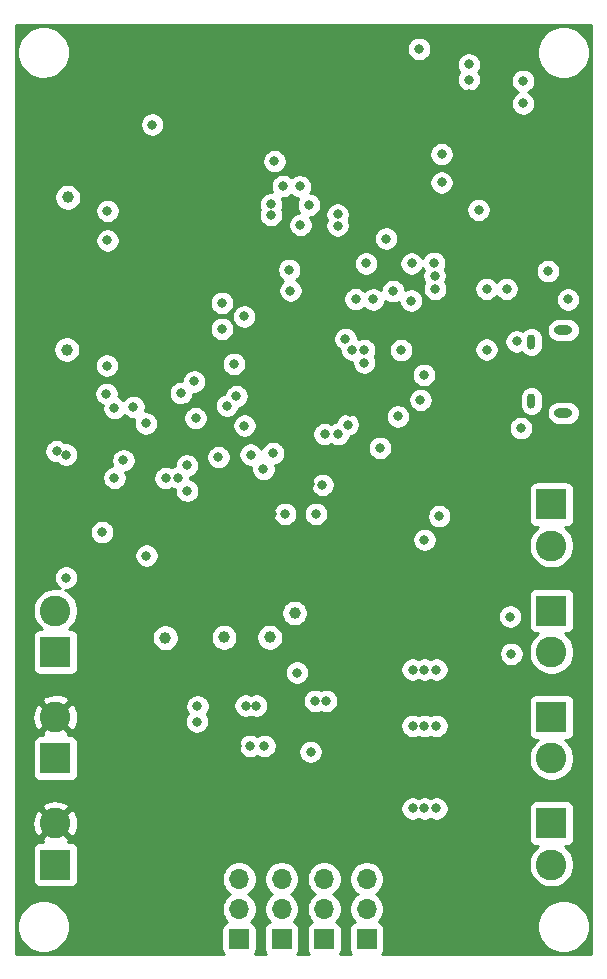
<source format=gbr>
G04 #@! TF.GenerationSoftware,KiCad,Pcbnew,(5.1.9)-1*
G04 #@! TF.CreationDate,2021-01-07T21:38:47-08:00*
G04 #@! TF.ProjectId,Hermes,4865726d-6573-42e6-9b69-6361645f7063,rev?*
G04 #@! TF.SameCoordinates,Original*
G04 #@! TF.FileFunction,Copper,L3,Inr*
G04 #@! TF.FilePolarity,Positive*
%FSLAX46Y46*%
G04 Gerber Fmt 4.6, Leading zero omitted, Abs format (unit mm)*
G04 Created by KiCad (PCBNEW (5.1.9)-1) date 2021-01-07 21:38:47*
%MOMM*%
%LPD*%
G01*
G04 APERTURE LIST*
G04 #@! TA.AperFunction,ComponentPad*
%ADD10C,2.600000*%
G04 #@! TD*
G04 #@! TA.AperFunction,ComponentPad*
%ADD11R,2.600000X2.600000*%
G04 #@! TD*
G04 #@! TA.AperFunction,ComponentPad*
%ADD12O,1.550000X0.775000*%
G04 #@! TD*
G04 #@! TA.AperFunction,ComponentPad*
%ADD13O,0.650000X1.300000*%
G04 #@! TD*
G04 #@! TA.AperFunction,ComponentPad*
%ADD14R,1.700000X1.700000*%
G04 #@! TD*
G04 #@! TA.AperFunction,ComponentPad*
%ADD15O,1.700000X1.700000*%
G04 #@! TD*
G04 #@! TA.AperFunction,ViaPad*
%ADD16C,0.800000*%
G04 #@! TD*
G04 #@! TA.AperFunction,ViaPad*
%ADD17C,1.000000*%
G04 #@! TD*
G04 #@! TA.AperFunction,Conductor*
%ADD18C,0.254000*%
G04 #@! TD*
G04 #@! TA.AperFunction,Conductor*
%ADD19C,0.100000*%
G04 #@! TD*
G04 APERTURE END LIST*
D10*
G04 #@! TO.N,R_OUT*
G04 #@! TO.C,J17*
X66000000Y-91750000D03*
D11*
G04 #@! TO.N,Net-(J17-Pad1)*
X66000000Y-88250000D03*
G04 #@! TD*
D10*
G04 #@! TO.N,R_OUT*
G04 #@! TO.C,J16*
X66000000Y-82750000D03*
D11*
G04 #@! TO.N,Net-(J16-Pad1)*
X66000000Y-79250000D03*
G04 #@! TD*
D10*
G04 #@! TO.N,R_OUT*
G04 #@! TO.C,J15*
X66000000Y-73750000D03*
D11*
G04 #@! TO.N,Net-(J15-Pad1)*
X66000000Y-70250000D03*
G04 #@! TD*
D10*
G04 #@! TO.N,VDDIO*
G04 #@! TO.C,J12*
X24000000Y-79250000D03*
D11*
G04 #@! TO.N,PWR_SW*
X24000000Y-82750000D03*
G04 #@! TD*
D10*
G04 #@! TO.N,R_IN*
G04 #@! TO.C,J11*
X66000000Y-64750000D03*
D11*
G04 #@! TO.N,GND*
X66000000Y-61250000D03*
G04 #@! TD*
D10*
G04 #@! TO.N,VDDIO*
G04 #@! TO.C,J9*
X24000000Y-88250000D03*
D11*
G04 #@! TO.N,GND*
X24000000Y-91750000D03*
G04 #@! TD*
D10*
G04 #@! TO.N,+5V*
G04 #@! TO.C,J8*
X24000000Y-70250000D03*
D11*
G04 #@! TO.N,GND*
X24000000Y-73750000D03*
G04 #@! TD*
D12*
G04 #@! TO.N,N/C*
G04 #@! TO.C,J5*
X67000000Y-46500000D03*
X67000000Y-53500000D03*
D13*
X64300000Y-47500000D03*
X64300000Y-52500000D03*
G04 #@! TD*
D14*
G04 #@! TO.N,GND*
G04 #@! TO.C,J1*
X46750000Y-98050000D03*
D15*
G04 #@! TO.N,+5V*
X46750000Y-95510000D03*
G04 #@! TO.N,TVCY*
X46750000Y-92970000D03*
G04 #@! TD*
G04 #@! TO.N,TVCZ*
G04 #@! TO.C,J2*
X50350000Y-92970000D03*
G04 #@! TO.N,+5V*
X50350000Y-95510000D03*
D14*
G04 #@! TO.N,GND*
X50350000Y-98050000D03*
G04 #@! TD*
G04 #@! TO.N,GND*
G04 #@! TO.C,J3*
X43150000Y-98050000D03*
D15*
G04 #@! TO.N,+5V*
X43150000Y-95510000D03*
G04 #@! TO.N,PROP_Z*
X43150000Y-92970000D03*
G04 #@! TD*
G04 #@! TO.N,PROP_Y*
G04 #@! TO.C,J4*
X39550000Y-92970000D03*
G04 #@! TO.N,+5V*
X39550000Y-95510000D03*
D14*
G04 #@! TO.N,GND*
X39550000Y-98050000D03*
G04 #@! TD*
D16*
G04 #@! TO.N,GND*
X40100000Y-78300000D03*
X41000000Y-78300000D03*
X41700000Y-81700000D03*
X40500000Y-81699994D03*
X45600000Y-82200002D03*
X46000000Y-77900000D03*
X46900000Y-77900000D03*
X63400000Y-54800000D03*
X56700000Y-31600000D03*
X56700000Y-34000000D03*
X32200000Y-29100000D03*
X56500000Y-62250000D03*
X55250000Y-64250000D03*
X54250000Y-75250000D03*
X55250000Y-75250000D03*
X56250000Y-75250000D03*
X54250000Y-80000000D03*
X55250000Y-80000000D03*
X56250000Y-80000000D03*
X54250000Y-87000000D03*
X55250000Y-87000000D03*
X56250000Y-87000000D03*
X44450000Y-75500000D03*
X28400000Y-38900000D03*
X54800000Y-22700000D03*
X31650000Y-54400000D03*
X67400000Y-43900000D03*
X49421207Y-43871207D03*
X33337340Y-59037340D03*
X47925000Y-55300000D03*
X60500000Y-48150000D03*
X63050000Y-47450000D03*
X59000004Y-24000000D03*
X59000000Y-25299994D03*
X31700000Y-65600072D03*
X38100000Y-46400000D03*
X46600000Y-59600000D03*
X53000000Y-53800000D03*
X35150000Y-60100000D03*
X42250000Y-36750000D03*
X42250002Y-35850000D03*
X56100000Y-41900000D03*
X45450001Y-35899999D03*
X51473843Y-56473841D03*
X24100000Y-56750002D03*
X42550000Y-32200000D03*
X28324990Y-51900000D03*
X24899990Y-57050000D03*
X24899990Y-67450000D03*
X49100000Y-48150000D03*
X50900000Y-43900000D03*
X53275000Y-48200000D03*
X59826048Y-36326048D03*
G04 #@! TO.N,Net-(C2-Pad1)*
X48550000Y-47250000D03*
G04 #@! TO.N,Net-(C3-Pad2)*
X50150000Y-48200000D03*
G04 #@! TO.N,Net-(C4-Pad2)*
X50150000Y-49250000D03*
G04 #@! TO.N,VDDIO*
X38700000Y-78300000D03*
X39391964Y-81705940D03*
X44500000Y-77800000D03*
X44000000Y-82100000D03*
X35300000Y-64600000D03*
X48945452Y-53413301D03*
X68850000Y-40150000D03*
X59000000Y-26500000D03*
X45537340Y-59562660D03*
D17*
X42250000Y-62100000D03*
D16*
X44259108Y-56014082D03*
X41985373Y-46714627D03*
D17*
G04 #@! TO.N,+5V*
X44250000Y-70450000D03*
X42141636Y-72508364D03*
X24950000Y-48150000D03*
X25050000Y-35250000D03*
X33300000Y-72550000D03*
X38275010Y-72508364D03*
D16*
G04 #@! TO.N,Net-(C10-Pad1)*
X48750000Y-54500000D03*
G04 #@! TO.N,TG_RESET*
X46800000Y-55300000D03*
X43900000Y-43150000D03*
X43800000Y-41400000D03*
G04 #@! TO.N,PWR_SW*
X54150000Y-40850000D03*
X41612659Y-58262661D03*
X56050000Y-40800000D03*
G04 #@! TO.N,VBUS*
X55200000Y-50300000D03*
G04 #@! TO.N,Net-(D3-Pad1)*
X65700000Y-41500000D03*
G04 #@! TO.N,Net-(D4-Pad5)*
X44749999Y-37600001D03*
G04 #@! TO.N,Net-(D4-Pad6)*
X47900000Y-37650000D03*
G04 #@! TO.N,Net-(D4-Pad4)*
X47900001Y-36699989D03*
G04 #@! TO.N,VOLTAGE*
X56150000Y-43000000D03*
G04 #@! TO.N,TVCZ*
X54900000Y-52400000D03*
X54125010Y-44000000D03*
G04 #@! TO.N,TVCY*
X52600000Y-43200000D03*
X46049998Y-62050002D03*
G04 #@! TO.N,LEDR*
X52000000Y-38750000D03*
G04 #@! TO.N,LEDG*
X50300000Y-40850000D03*
G04 #@! TO.N,FLASH_CS*
X28400000Y-36400000D03*
G04 #@! TO.N,RX*
X38100010Y-44200000D03*
G04 #@! TO.N,LEDB*
X39988972Y-45346262D03*
X44700012Y-34327386D03*
X43250000Y-34300000D03*
G04 #@! TO.N,PROP_Y*
X39100000Y-49350000D03*
G04 #@! TO.N,MOSI*
X35874979Y-53948247D03*
G04 #@! TO.N,PY1*
X39325000Y-52100000D03*
G04 #@! TO.N,PY2*
X38524990Y-52900000D03*
G04 #@! TO.N,MISO*
X35124990Y-57950000D03*
G04 #@! TO.N,PROP_Z*
X43450000Y-62050000D03*
X40000000Y-54594140D03*
G04 #@! TO.N,PY3*
X37799980Y-57250000D03*
G04 #@! TO.N,SDA*
X29749992Y-57522994D03*
X40525044Y-57050000D03*
X36025000Y-78350000D03*
G04 #@! TO.N,SCL*
X28350000Y-49500000D03*
X28988180Y-59010039D03*
X42423843Y-56926157D03*
X35974840Y-79650160D03*
X28999988Y-53100000D03*
G04 #@! TO.N,SWCLK*
X63600000Y-25400000D03*
G04 #@! TO.N,SWDIO*
X63600000Y-27300000D03*
G04 #@! TO.N,R_IN*
X60500000Y-43000000D03*
X62200000Y-43000000D03*
G04 #@! TO.N,SCK*
X34627001Y-51834833D03*
X34400000Y-59000000D03*
G04 #@! TO.N,RESET*
X27950000Y-63600000D03*
X30600000Y-53000000D03*
X35750000Y-50850000D03*
G04 #@! TO.N,Net-(J15-Pad1)*
X62597182Y-73902818D03*
X62500000Y-70750000D03*
G04 #@! TD*
D18*
G04 #@! TO.N,VDDIO*
X69340001Y-99340000D02*
X51660364Y-99340000D01*
X51730537Y-99254494D01*
X51789502Y-99144180D01*
X51825812Y-99024482D01*
X51838072Y-98900000D01*
X51838072Y-97200000D01*
X51825812Y-97075518D01*
X51789502Y-96955820D01*
X51730537Y-96845506D01*
X51676673Y-96779872D01*
X64765000Y-96779872D01*
X64765000Y-97220128D01*
X64850890Y-97651925D01*
X65019369Y-98058669D01*
X65263962Y-98424729D01*
X65575271Y-98736038D01*
X65941331Y-98980631D01*
X66348075Y-99149110D01*
X66779872Y-99235000D01*
X67220128Y-99235000D01*
X67651925Y-99149110D01*
X68058669Y-98980631D01*
X68424729Y-98736038D01*
X68736038Y-98424729D01*
X68980631Y-98058669D01*
X69149110Y-97651925D01*
X69235000Y-97220128D01*
X69235000Y-96779872D01*
X69149110Y-96348075D01*
X68980631Y-95941331D01*
X68736038Y-95575271D01*
X68424729Y-95263962D01*
X68058669Y-95019369D01*
X67651925Y-94850890D01*
X67220128Y-94765000D01*
X66779872Y-94765000D01*
X66348075Y-94850890D01*
X65941331Y-95019369D01*
X65575271Y-95263962D01*
X65263962Y-95575271D01*
X65019369Y-95941331D01*
X64850890Y-96348075D01*
X64765000Y-96779872D01*
X51676673Y-96779872D01*
X51651185Y-96748815D01*
X51554494Y-96669463D01*
X51444180Y-96610498D01*
X51371620Y-96588487D01*
X51503475Y-96456632D01*
X51665990Y-96213411D01*
X51777932Y-95943158D01*
X51835000Y-95656260D01*
X51835000Y-95363740D01*
X51777932Y-95076842D01*
X51665990Y-94806589D01*
X51503475Y-94563368D01*
X51296632Y-94356525D01*
X51122240Y-94240000D01*
X51296632Y-94123475D01*
X51503475Y-93916632D01*
X51665990Y-93673411D01*
X51777932Y-93403158D01*
X51835000Y-93116260D01*
X51835000Y-92823740D01*
X51777932Y-92536842D01*
X51665990Y-92266589D01*
X51503475Y-92023368D01*
X51296632Y-91816525D01*
X51053411Y-91654010D01*
X50783158Y-91542068D01*
X50496260Y-91485000D01*
X50203740Y-91485000D01*
X49916842Y-91542068D01*
X49646589Y-91654010D01*
X49403368Y-91816525D01*
X49196525Y-92023368D01*
X49034010Y-92266589D01*
X48922068Y-92536842D01*
X48865000Y-92823740D01*
X48865000Y-93116260D01*
X48922068Y-93403158D01*
X49034010Y-93673411D01*
X49196525Y-93916632D01*
X49403368Y-94123475D01*
X49577760Y-94240000D01*
X49403368Y-94356525D01*
X49196525Y-94563368D01*
X49034010Y-94806589D01*
X48922068Y-95076842D01*
X48865000Y-95363740D01*
X48865000Y-95656260D01*
X48922068Y-95943158D01*
X49034010Y-96213411D01*
X49196525Y-96456632D01*
X49328380Y-96588487D01*
X49255820Y-96610498D01*
X49145506Y-96669463D01*
X49048815Y-96748815D01*
X48969463Y-96845506D01*
X48910498Y-96955820D01*
X48874188Y-97075518D01*
X48861928Y-97200000D01*
X48861928Y-98900000D01*
X48874188Y-99024482D01*
X48910498Y-99144180D01*
X48969463Y-99254494D01*
X49039636Y-99340000D01*
X48060364Y-99340000D01*
X48130537Y-99254494D01*
X48189502Y-99144180D01*
X48225812Y-99024482D01*
X48238072Y-98900000D01*
X48238072Y-97200000D01*
X48225812Y-97075518D01*
X48189502Y-96955820D01*
X48130537Y-96845506D01*
X48051185Y-96748815D01*
X47954494Y-96669463D01*
X47844180Y-96610498D01*
X47771620Y-96588487D01*
X47903475Y-96456632D01*
X48065990Y-96213411D01*
X48177932Y-95943158D01*
X48235000Y-95656260D01*
X48235000Y-95363740D01*
X48177932Y-95076842D01*
X48065990Y-94806589D01*
X47903475Y-94563368D01*
X47696632Y-94356525D01*
X47522240Y-94240000D01*
X47696632Y-94123475D01*
X47903475Y-93916632D01*
X48065990Y-93673411D01*
X48177932Y-93403158D01*
X48235000Y-93116260D01*
X48235000Y-92823740D01*
X48177932Y-92536842D01*
X48065990Y-92266589D01*
X47903475Y-92023368D01*
X47696632Y-91816525D01*
X47453411Y-91654010D01*
X47183158Y-91542068D01*
X46896260Y-91485000D01*
X46603740Y-91485000D01*
X46316842Y-91542068D01*
X46046589Y-91654010D01*
X45803368Y-91816525D01*
X45596525Y-92023368D01*
X45434010Y-92266589D01*
X45322068Y-92536842D01*
X45265000Y-92823740D01*
X45265000Y-93116260D01*
X45322068Y-93403158D01*
X45434010Y-93673411D01*
X45596525Y-93916632D01*
X45803368Y-94123475D01*
X45977760Y-94240000D01*
X45803368Y-94356525D01*
X45596525Y-94563368D01*
X45434010Y-94806589D01*
X45322068Y-95076842D01*
X45265000Y-95363740D01*
X45265000Y-95656260D01*
X45322068Y-95943158D01*
X45434010Y-96213411D01*
X45596525Y-96456632D01*
X45728380Y-96588487D01*
X45655820Y-96610498D01*
X45545506Y-96669463D01*
X45448815Y-96748815D01*
X45369463Y-96845506D01*
X45310498Y-96955820D01*
X45274188Y-97075518D01*
X45261928Y-97200000D01*
X45261928Y-98900000D01*
X45274188Y-99024482D01*
X45310498Y-99144180D01*
X45369463Y-99254494D01*
X45439636Y-99340000D01*
X44460364Y-99340000D01*
X44530537Y-99254494D01*
X44589502Y-99144180D01*
X44625812Y-99024482D01*
X44638072Y-98900000D01*
X44638072Y-97200000D01*
X44625812Y-97075518D01*
X44589502Y-96955820D01*
X44530537Y-96845506D01*
X44451185Y-96748815D01*
X44354494Y-96669463D01*
X44244180Y-96610498D01*
X44171620Y-96588487D01*
X44303475Y-96456632D01*
X44465990Y-96213411D01*
X44577932Y-95943158D01*
X44635000Y-95656260D01*
X44635000Y-95363740D01*
X44577932Y-95076842D01*
X44465990Y-94806589D01*
X44303475Y-94563368D01*
X44096632Y-94356525D01*
X43922240Y-94240000D01*
X44096632Y-94123475D01*
X44303475Y-93916632D01*
X44465990Y-93673411D01*
X44577932Y-93403158D01*
X44635000Y-93116260D01*
X44635000Y-92823740D01*
X44577932Y-92536842D01*
X44465990Y-92266589D01*
X44303475Y-92023368D01*
X44096632Y-91816525D01*
X43853411Y-91654010D01*
X43583158Y-91542068D01*
X43296260Y-91485000D01*
X43003740Y-91485000D01*
X42716842Y-91542068D01*
X42446589Y-91654010D01*
X42203368Y-91816525D01*
X41996525Y-92023368D01*
X41834010Y-92266589D01*
X41722068Y-92536842D01*
X41665000Y-92823740D01*
X41665000Y-93116260D01*
X41722068Y-93403158D01*
X41834010Y-93673411D01*
X41996525Y-93916632D01*
X42203368Y-94123475D01*
X42377760Y-94240000D01*
X42203368Y-94356525D01*
X41996525Y-94563368D01*
X41834010Y-94806589D01*
X41722068Y-95076842D01*
X41665000Y-95363740D01*
X41665000Y-95656260D01*
X41722068Y-95943158D01*
X41834010Y-96213411D01*
X41996525Y-96456632D01*
X42128380Y-96588487D01*
X42055820Y-96610498D01*
X41945506Y-96669463D01*
X41848815Y-96748815D01*
X41769463Y-96845506D01*
X41710498Y-96955820D01*
X41674188Y-97075518D01*
X41661928Y-97200000D01*
X41661928Y-98900000D01*
X41674188Y-99024482D01*
X41710498Y-99144180D01*
X41769463Y-99254494D01*
X41839636Y-99340000D01*
X40860364Y-99340000D01*
X40930537Y-99254494D01*
X40989502Y-99144180D01*
X41025812Y-99024482D01*
X41038072Y-98900000D01*
X41038072Y-97200000D01*
X41025812Y-97075518D01*
X40989502Y-96955820D01*
X40930537Y-96845506D01*
X40851185Y-96748815D01*
X40754494Y-96669463D01*
X40644180Y-96610498D01*
X40571620Y-96588487D01*
X40703475Y-96456632D01*
X40865990Y-96213411D01*
X40977932Y-95943158D01*
X41035000Y-95656260D01*
X41035000Y-95363740D01*
X40977932Y-95076842D01*
X40865990Y-94806589D01*
X40703475Y-94563368D01*
X40496632Y-94356525D01*
X40322240Y-94240000D01*
X40496632Y-94123475D01*
X40703475Y-93916632D01*
X40865990Y-93673411D01*
X40977932Y-93403158D01*
X41035000Y-93116260D01*
X41035000Y-92823740D01*
X40977932Y-92536842D01*
X40865990Y-92266589D01*
X40703475Y-92023368D01*
X40496632Y-91816525D01*
X40253411Y-91654010D01*
X39983158Y-91542068D01*
X39696260Y-91485000D01*
X39403740Y-91485000D01*
X39116842Y-91542068D01*
X38846589Y-91654010D01*
X38603368Y-91816525D01*
X38396525Y-92023368D01*
X38234010Y-92266589D01*
X38122068Y-92536842D01*
X38065000Y-92823740D01*
X38065000Y-93116260D01*
X38122068Y-93403158D01*
X38234010Y-93673411D01*
X38396525Y-93916632D01*
X38603368Y-94123475D01*
X38777760Y-94240000D01*
X38603368Y-94356525D01*
X38396525Y-94563368D01*
X38234010Y-94806589D01*
X38122068Y-95076842D01*
X38065000Y-95363740D01*
X38065000Y-95656260D01*
X38122068Y-95943158D01*
X38234010Y-96213411D01*
X38396525Y-96456632D01*
X38528380Y-96588487D01*
X38455820Y-96610498D01*
X38345506Y-96669463D01*
X38248815Y-96748815D01*
X38169463Y-96845506D01*
X38110498Y-96955820D01*
X38074188Y-97075518D01*
X38061928Y-97200000D01*
X38061928Y-98900000D01*
X38074188Y-99024482D01*
X38110498Y-99144180D01*
X38169463Y-99254494D01*
X38239636Y-99340000D01*
X20660000Y-99340000D01*
X20660000Y-96779872D01*
X20765000Y-96779872D01*
X20765000Y-97220128D01*
X20850890Y-97651925D01*
X21019369Y-98058669D01*
X21263962Y-98424729D01*
X21575271Y-98736038D01*
X21941331Y-98980631D01*
X22348075Y-99149110D01*
X22779872Y-99235000D01*
X23220128Y-99235000D01*
X23651925Y-99149110D01*
X24058669Y-98980631D01*
X24424729Y-98736038D01*
X24736038Y-98424729D01*
X24980631Y-98058669D01*
X25149110Y-97651925D01*
X25235000Y-97220128D01*
X25235000Y-96779872D01*
X25149110Y-96348075D01*
X24980631Y-95941331D01*
X24736038Y-95575271D01*
X24424729Y-95263962D01*
X24058669Y-95019369D01*
X23651925Y-94850890D01*
X23220128Y-94765000D01*
X22779872Y-94765000D01*
X22348075Y-94850890D01*
X21941331Y-95019369D01*
X21575271Y-95263962D01*
X21263962Y-95575271D01*
X21019369Y-95941331D01*
X20850890Y-96348075D01*
X20765000Y-96779872D01*
X20660000Y-96779872D01*
X20660000Y-90450000D01*
X22061928Y-90450000D01*
X22061928Y-93050000D01*
X22074188Y-93174482D01*
X22110498Y-93294180D01*
X22169463Y-93404494D01*
X22248815Y-93501185D01*
X22345506Y-93580537D01*
X22455820Y-93639502D01*
X22575518Y-93675812D01*
X22700000Y-93688072D01*
X25300000Y-93688072D01*
X25424482Y-93675812D01*
X25544180Y-93639502D01*
X25654494Y-93580537D01*
X25751185Y-93501185D01*
X25830537Y-93404494D01*
X25889502Y-93294180D01*
X25925812Y-93174482D01*
X25938072Y-93050000D01*
X25938072Y-90450000D01*
X25925812Y-90325518D01*
X25889502Y-90205820D01*
X25830537Y-90095506D01*
X25751185Y-89998815D01*
X25654494Y-89919463D01*
X25544180Y-89860498D01*
X25424482Y-89824188D01*
X25300000Y-89811928D01*
X25074517Y-89811928D01*
X25169619Y-89599224D01*
X24000000Y-88429605D01*
X22830381Y-89599224D01*
X22925483Y-89811928D01*
X22700000Y-89811928D01*
X22575518Y-89824188D01*
X22455820Y-89860498D01*
X22345506Y-89919463D01*
X22248815Y-89998815D01*
X22169463Y-90095506D01*
X22110498Y-90205820D01*
X22074188Y-90325518D01*
X22061928Y-90450000D01*
X20660000Y-90450000D01*
X20660000Y-88300729D01*
X22056299Y-88300729D01*
X22103543Y-88678951D01*
X22223667Y-89040690D01*
X22355688Y-89287683D01*
X22650776Y-89419619D01*
X23820395Y-88250000D01*
X24179605Y-88250000D01*
X25349224Y-89419619D01*
X25644312Y-89287683D01*
X25815159Y-88946955D01*
X25916250Y-88579443D01*
X25943701Y-88199271D01*
X25896457Y-87821049D01*
X25776333Y-87459310D01*
X25644312Y-87212317D01*
X25349224Y-87080381D01*
X24179605Y-88250000D01*
X23820395Y-88250000D01*
X22650776Y-87080381D01*
X22355688Y-87212317D01*
X22184841Y-87553045D01*
X22083750Y-87920557D01*
X22056299Y-88300729D01*
X20660000Y-88300729D01*
X20660000Y-86900776D01*
X22830381Y-86900776D01*
X24000000Y-88070395D01*
X25169619Y-86900776D01*
X25168406Y-86898061D01*
X53215000Y-86898061D01*
X53215000Y-87101939D01*
X53254774Y-87301898D01*
X53332795Y-87490256D01*
X53446063Y-87659774D01*
X53590226Y-87803937D01*
X53759744Y-87917205D01*
X53948102Y-87995226D01*
X54148061Y-88035000D01*
X54351939Y-88035000D01*
X54551898Y-87995226D01*
X54740256Y-87917205D01*
X54750000Y-87910694D01*
X54759744Y-87917205D01*
X54948102Y-87995226D01*
X55148061Y-88035000D01*
X55351939Y-88035000D01*
X55551898Y-87995226D01*
X55740256Y-87917205D01*
X55750000Y-87910694D01*
X55759744Y-87917205D01*
X55948102Y-87995226D01*
X56148061Y-88035000D01*
X56351939Y-88035000D01*
X56551898Y-87995226D01*
X56740256Y-87917205D01*
X56909774Y-87803937D01*
X57053937Y-87659774D01*
X57167205Y-87490256D01*
X57245226Y-87301898D01*
X57285000Y-87101939D01*
X57285000Y-86950000D01*
X64061928Y-86950000D01*
X64061928Y-89550000D01*
X64074188Y-89674482D01*
X64110498Y-89794180D01*
X64169463Y-89904494D01*
X64248815Y-90001185D01*
X64345506Y-90080537D01*
X64455820Y-90139502D01*
X64575518Y-90175812D01*
X64700000Y-90188072D01*
X64854682Y-90188072D01*
X64766509Y-90246987D01*
X64496987Y-90516509D01*
X64285225Y-90833434D01*
X64139361Y-91185581D01*
X64065000Y-91559419D01*
X64065000Y-91940581D01*
X64139361Y-92314419D01*
X64285225Y-92666566D01*
X64496987Y-92983491D01*
X64766509Y-93253013D01*
X65083434Y-93464775D01*
X65435581Y-93610639D01*
X65809419Y-93685000D01*
X66190581Y-93685000D01*
X66564419Y-93610639D01*
X66916566Y-93464775D01*
X67233491Y-93253013D01*
X67503013Y-92983491D01*
X67714775Y-92666566D01*
X67860639Y-92314419D01*
X67935000Y-91940581D01*
X67935000Y-91559419D01*
X67860639Y-91185581D01*
X67714775Y-90833434D01*
X67503013Y-90516509D01*
X67233491Y-90246987D01*
X67145318Y-90188072D01*
X67300000Y-90188072D01*
X67424482Y-90175812D01*
X67544180Y-90139502D01*
X67654494Y-90080537D01*
X67751185Y-90001185D01*
X67830537Y-89904494D01*
X67889502Y-89794180D01*
X67925812Y-89674482D01*
X67938072Y-89550000D01*
X67938072Y-86950000D01*
X67925812Y-86825518D01*
X67889502Y-86705820D01*
X67830537Y-86595506D01*
X67751185Y-86498815D01*
X67654494Y-86419463D01*
X67544180Y-86360498D01*
X67424482Y-86324188D01*
X67300000Y-86311928D01*
X64700000Y-86311928D01*
X64575518Y-86324188D01*
X64455820Y-86360498D01*
X64345506Y-86419463D01*
X64248815Y-86498815D01*
X64169463Y-86595506D01*
X64110498Y-86705820D01*
X64074188Y-86825518D01*
X64061928Y-86950000D01*
X57285000Y-86950000D01*
X57285000Y-86898061D01*
X57245226Y-86698102D01*
X57167205Y-86509744D01*
X57053937Y-86340226D01*
X56909774Y-86196063D01*
X56740256Y-86082795D01*
X56551898Y-86004774D01*
X56351939Y-85965000D01*
X56148061Y-85965000D01*
X55948102Y-86004774D01*
X55759744Y-86082795D01*
X55750000Y-86089306D01*
X55740256Y-86082795D01*
X55551898Y-86004774D01*
X55351939Y-85965000D01*
X55148061Y-85965000D01*
X54948102Y-86004774D01*
X54759744Y-86082795D01*
X54750000Y-86089306D01*
X54740256Y-86082795D01*
X54551898Y-86004774D01*
X54351939Y-85965000D01*
X54148061Y-85965000D01*
X53948102Y-86004774D01*
X53759744Y-86082795D01*
X53590226Y-86196063D01*
X53446063Y-86340226D01*
X53332795Y-86509744D01*
X53254774Y-86698102D01*
X53215000Y-86898061D01*
X25168406Y-86898061D01*
X25037683Y-86605688D01*
X24696955Y-86434841D01*
X24329443Y-86333750D01*
X23949271Y-86306299D01*
X23571049Y-86353543D01*
X23209310Y-86473667D01*
X22962317Y-86605688D01*
X22830381Y-86900776D01*
X20660000Y-86900776D01*
X20660000Y-81450000D01*
X22061928Y-81450000D01*
X22061928Y-84050000D01*
X22074188Y-84174482D01*
X22110498Y-84294180D01*
X22169463Y-84404494D01*
X22248815Y-84501185D01*
X22345506Y-84580537D01*
X22455820Y-84639502D01*
X22575518Y-84675812D01*
X22700000Y-84688072D01*
X25300000Y-84688072D01*
X25424482Y-84675812D01*
X25544180Y-84639502D01*
X25654494Y-84580537D01*
X25751185Y-84501185D01*
X25830537Y-84404494D01*
X25889502Y-84294180D01*
X25925812Y-84174482D01*
X25938072Y-84050000D01*
X25938072Y-81598055D01*
X39465000Y-81598055D01*
X39465000Y-81801933D01*
X39504774Y-82001892D01*
X39582795Y-82190250D01*
X39696063Y-82359768D01*
X39840226Y-82503931D01*
X40009744Y-82617199D01*
X40198102Y-82695220D01*
X40398061Y-82734994D01*
X40601939Y-82734994D01*
X40801898Y-82695220D01*
X40990256Y-82617199D01*
X41099996Y-82543874D01*
X41209744Y-82617205D01*
X41398102Y-82695226D01*
X41598061Y-82735000D01*
X41801939Y-82735000D01*
X42001898Y-82695226D01*
X42190256Y-82617205D01*
X42359774Y-82503937D01*
X42503937Y-82359774D01*
X42617205Y-82190256D01*
X42655392Y-82098063D01*
X44565000Y-82098063D01*
X44565000Y-82301941D01*
X44604774Y-82501900D01*
X44682795Y-82690258D01*
X44796063Y-82859776D01*
X44940226Y-83003939D01*
X45109744Y-83117207D01*
X45298102Y-83195228D01*
X45498061Y-83235002D01*
X45701939Y-83235002D01*
X45901898Y-83195228D01*
X46090256Y-83117207D01*
X46259774Y-83003939D01*
X46403937Y-82859776D01*
X46517205Y-82690258D01*
X46595226Y-82501900D01*
X46635000Y-82301941D01*
X46635000Y-82098063D01*
X46595226Y-81898104D01*
X46517205Y-81709746D01*
X46403937Y-81540228D01*
X46259774Y-81396065D01*
X46090256Y-81282797D01*
X45901898Y-81204776D01*
X45701939Y-81165002D01*
X45498061Y-81165002D01*
X45298102Y-81204776D01*
X45109744Y-81282797D01*
X44940226Y-81396065D01*
X44796063Y-81540228D01*
X44682795Y-81709746D01*
X44604774Y-81898104D01*
X44565000Y-82098063D01*
X42655392Y-82098063D01*
X42695226Y-82001898D01*
X42735000Y-81801939D01*
X42735000Y-81598061D01*
X42695226Y-81398102D01*
X42617205Y-81209744D01*
X42503937Y-81040226D01*
X42359774Y-80896063D01*
X42190256Y-80782795D01*
X42001898Y-80704774D01*
X41801939Y-80665000D01*
X41598061Y-80665000D01*
X41398102Y-80704774D01*
X41209744Y-80782795D01*
X41100004Y-80856120D01*
X40990256Y-80782789D01*
X40801898Y-80704768D01*
X40601939Y-80664994D01*
X40398061Y-80664994D01*
X40198102Y-80704768D01*
X40009744Y-80782789D01*
X39840226Y-80896057D01*
X39696063Y-81040220D01*
X39582795Y-81209738D01*
X39504774Y-81398096D01*
X39465000Y-81598055D01*
X25938072Y-81598055D01*
X25938072Y-81450000D01*
X25925812Y-81325518D01*
X25889502Y-81205820D01*
X25830537Y-81095506D01*
X25751185Y-80998815D01*
X25654494Y-80919463D01*
X25544180Y-80860498D01*
X25424482Y-80824188D01*
X25300000Y-80811928D01*
X25074517Y-80811928D01*
X25169619Y-80599224D01*
X24000000Y-79429605D01*
X22830381Y-80599224D01*
X22925483Y-80811928D01*
X22700000Y-80811928D01*
X22575518Y-80824188D01*
X22455820Y-80860498D01*
X22345506Y-80919463D01*
X22248815Y-80998815D01*
X22169463Y-81095506D01*
X22110498Y-81205820D01*
X22074188Y-81325518D01*
X22061928Y-81450000D01*
X20660000Y-81450000D01*
X20660000Y-79300729D01*
X22056299Y-79300729D01*
X22103543Y-79678951D01*
X22223667Y-80040690D01*
X22355688Y-80287683D01*
X22650776Y-80419619D01*
X23820395Y-79250000D01*
X24179605Y-79250000D01*
X25349224Y-80419619D01*
X25644312Y-80287683D01*
X25815159Y-79946955D01*
X25916250Y-79579443D01*
X25918504Y-79548221D01*
X34939840Y-79548221D01*
X34939840Y-79752099D01*
X34979614Y-79952058D01*
X35057635Y-80140416D01*
X35170903Y-80309934D01*
X35315066Y-80454097D01*
X35484584Y-80567365D01*
X35672942Y-80645386D01*
X35872901Y-80685160D01*
X36076779Y-80685160D01*
X36276738Y-80645386D01*
X36465096Y-80567365D01*
X36634614Y-80454097D01*
X36778777Y-80309934D01*
X36892045Y-80140416D01*
X36970066Y-79952058D01*
X36980806Y-79898061D01*
X53215000Y-79898061D01*
X53215000Y-80101939D01*
X53254774Y-80301898D01*
X53332795Y-80490256D01*
X53446063Y-80659774D01*
X53590226Y-80803937D01*
X53759744Y-80917205D01*
X53948102Y-80995226D01*
X54148061Y-81035000D01*
X54351939Y-81035000D01*
X54551898Y-80995226D01*
X54740256Y-80917205D01*
X54750000Y-80910694D01*
X54759744Y-80917205D01*
X54948102Y-80995226D01*
X55148061Y-81035000D01*
X55351939Y-81035000D01*
X55551898Y-80995226D01*
X55740256Y-80917205D01*
X55750000Y-80910694D01*
X55759744Y-80917205D01*
X55948102Y-80995226D01*
X56148061Y-81035000D01*
X56351939Y-81035000D01*
X56551898Y-80995226D01*
X56740256Y-80917205D01*
X56909774Y-80803937D01*
X57053937Y-80659774D01*
X57167205Y-80490256D01*
X57245226Y-80301898D01*
X57285000Y-80101939D01*
X57285000Y-79898061D01*
X57245226Y-79698102D01*
X57167205Y-79509744D01*
X57053937Y-79340226D01*
X56909774Y-79196063D01*
X56740256Y-79082795D01*
X56551898Y-79004774D01*
X56351939Y-78965000D01*
X56148061Y-78965000D01*
X55948102Y-79004774D01*
X55759744Y-79082795D01*
X55750000Y-79089306D01*
X55740256Y-79082795D01*
X55551898Y-79004774D01*
X55351939Y-78965000D01*
X55148061Y-78965000D01*
X54948102Y-79004774D01*
X54759744Y-79082795D01*
X54750000Y-79089306D01*
X54740256Y-79082795D01*
X54551898Y-79004774D01*
X54351939Y-78965000D01*
X54148061Y-78965000D01*
X53948102Y-79004774D01*
X53759744Y-79082795D01*
X53590226Y-79196063D01*
X53446063Y-79340226D01*
X53332795Y-79509744D01*
X53254774Y-79698102D01*
X53215000Y-79898061D01*
X36980806Y-79898061D01*
X37009840Y-79752099D01*
X37009840Y-79548221D01*
X36970066Y-79348262D01*
X36892045Y-79159904D01*
X36806634Y-79032077D01*
X36828937Y-79009774D01*
X36942205Y-78840256D01*
X37020226Y-78651898D01*
X37060000Y-78451939D01*
X37060000Y-78248061D01*
X37050055Y-78198061D01*
X39065000Y-78198061D01*
X39065000Y-78401939D01*
X39104774Y-78601898D01*
X39182795Y-78790256D01*
X39296063Y-78959774D01*
X39440226Y-79103937D01*
X39609744Y-79217205D01*
X39798102Y-79295226D01*
X39998061Y-79335000D01*
X40201939Y-79335000D01*
X40401898Y-79295226D01*
X40550000Y-79233880D01*
X40698102Y-79295226D01*
X40898061Y-79335000D01*
X41101939Y-79335000D01*
X41301898Y-79295226D01*
X41490256Y-79217205D01*
X41659774Y-79103937D01*
X41803937Y-78959774D01*
X41917205Y-78790256D01*
X41995226Y-78601898D01*
X42035000Y-78401939D01*
X42035000Y-78198061D01*
X41995226Y-77998102D01*
X41917205Y-77809744D01*
X41909399Y-77798061D01*
X44965000Y-77798061D01*
X44965000Y-78001939D01*
X45004774Y-78201898D01*
X45082795Y-78390256D01*
X45196063Y-78559774D01*
X45340226Y-78703937D01*
X45509744Y-78817205D01*
X45698102Y-78895226D01*
X45898061Y-78935000D01*
X46101939Y-78935000D01*
X46301898Y-78895226D01*
X46450000Y-78833880D01*
X46598102Y-78895226D01*
X46798061Y-78935000D01*
X47001939Y-78935000D01*
X47201898Y-78895226D01*
X47390256Y-78817205D01*
X47559774Y-78703937D01*
X47703937Y-78559774D01*
X47817205Y-78390256D01*
X47895226Y-78201898D01*
X47935000Y-78001939D01*
X47935000Y-77950000D01*
X64061928Y-77950000D01*
X64061928Y-80550000D01*
X64074188Y-80674482D01*
X64110498Y-80794180D01*
X64169463Y-80904494D01*
X64248815Y-81001185D01*
X64345506Y-81080537D01*
X64455820Y-81139502D01*
X64575518Y-81175812D01*
X64700000Y-81188072D01*
X64854682Y-81188072D01*
X64766509Y-81246987D01*
X64496987Y-81516509D01*
X64285225Y-81833434D01*
X64139361Y-82185581D01*
X64065000Y-82559419D01*
X64065000Y-82940581D01*
X64139361Y-83314419D01*
X64285225Y-83666566D01*
X64496987Y-83983491D01*
X64766509Y-84253013D01*
X65083434Y-84464775D01*
X65435581Y-84610639D01*
X65809419Y-84685000D01*
X66190581Y-84685000D01*
X66564419Y-84610639D01*
X66916566Y-84464775D01*
X67233491Y-84253013D01*
X67503013Y-83983491D01*
X67714775Y-83666566D01*
X67860639Y-83314419D01*
X67935000Y-82940581D01*
X67935000Y-82559419D01*
X67860639Y-82185581D01*
X67714775Y-81833434D01*
X67503013Y-81516509D01*
X67233491Y-81246987D01*
X67145318Y-81188072D01*
X67300000Y-81188072D01*
X67424482Y-81175812D01*
X67544180Y-81139502D01*
X67654494Y-81080537D01*
X67751185Y-81001185D01*
X67830537Y-80904494D01*
X67889502Y-80794180D01*
X67925812Y-80674482D01*
X67938072Y-80550000D01*
X67938072Y-77950000D01*
X67925812Y-77825518D01*
X67889502Y-77705820D01*
X67830537Y-77595506D01*
X67751185Y-77498815D01*
X67654494Y-77419463D01*
X67544180Y-77360498D01*
X67424482Y-77324188D01*
X67300000Y-77311928D01*
X64700000Y-77311928D01*
X64575518Y-77324188D01*
X64455820Y-77360498D01*
X64345506Y-77419463D01*
X64248815Y-77498815D01*
X64169463Y-77595506D01*
X64110498Y-77705820D01*
X64074188Y-77825518D01*
X64061928Y-77950000D01*
X47935000Y-77950000D01*
X47935000Y-77798061D01*
X47895226Y-77598102D01*
X47817205Y-77409744D01*
X47703937Y-77240226D01*
X47559774Y-77096063D01*
X47390256Y-76982795D01*
X47201898Y-76904774D01*
X47001939Y-76865000D01*
X46798061Y-76865000D01*
X46598102Y-76904774D01*
X46450000Y-76966120D01*
X46301898Y-76904774D01*
X46101939Y-76865000D01*
X45898061Y-76865000D01*
X45698102Y-76904774D01*
X45509744Y-76982795D01*
X45340226Y-77096063D01*
X45196063Y-77240226D01*
X45082795Y-77409744D01*
X45004774Y-77598102D01*
X44965000Y-77798061D01*
X41909399Y-77798061D01*
X41803937Y-77640226D01*
X41659774Y-77496063D01*
X41490256Y-77382795D01*
X41301898Y-77304774D01*
X41101939Y-77265000D01*
X40898061Y-77265000D01*
X40698102Y-77304774D01*
X40550000Y-77366120D01*
X40401898Y-77304774D01*
X40201939Y-77265000D01*
X39998061Y-77265000D01*
X39798102Y-77304774D01*
X39609744Y-77382795D01*
X39440226Y-77496063D01*
X39296063Y-77640226D01*
X39182795Y-77809744D01*
X39104774Y-77998102D01*
X39065000Y-78198061D01*
X37050055Y-78198061D01*
X37020226Y-78048102D01*
X36942205Y-77859744D01*
X36828937Y-77690226D01*
X36684774Y-77546063D01*
X36515256Y-77432795D01*
X36326898Y-77354774D01*
X36126939Y-77315000D01*
X35923061Y-77315000D01*
X35723102Y-77354774D01*
X35534744Y-77432795D01*
X35365226Y-77546063D01*
X35221063Y-77690226D01*
X35107795Y-77859744D01*
X35029774Y-78048102D01*
X34990000Y-78248061D01*
X34990000Y-78451939D01*
X35029774Y-78651898D01*
X35107795Y-78840256D01*
X35193206Y-78968083D01*
X35170903Y-78990386D01*
X35057635Y-79159904D01*
X34979614Y-79348262D01*
X34939840Y-79548221D01*
X25918504Y-79548221D01*
X25943701Y-79199271D01*
X25896457Y-78821049D01*
X25776333Y-78459310D01*
X25644312Y-78212317D01*
X25349224Y-78080381D01*
X24179605Y-79250000D01*
X23820395Y-79250000D01*
X22650776Y-78080381D01*
X22355688Y-78212317D01*
X22184841Y-78553045D01*
X22083750Y-78920557D01*
X22056299Y-79300729D01*
X20660000Y-79300729D01*
X20660000Y-77900776D01*
X22830381Y-77900776D01*
X24000000Y-79070395D01*
X25169619Y-77900776D01*
X25037683Y-77605688D01*
X24696955Y-77434841D01*
X24329443Y-77333750D01*
X23949271Y-77306299D01*
X23571049Y-77353543D01*
X23209310Y-77473667D01*
X22962317Y-77605688D01*
X22830381Y-77900776D01*
X20660000Y-77900776D01*
X20660000Y-72450000D01*
X22061928Y-72450000D01*
X22061928Y-75050000D01*
X22074188Y-75174482D01*
X22110498Y-75294180D01*
X22169463Y-75404494D01*
X22248815Y-75501185D01*
X22345506Y-75580537D01*
X22455820Y-75639502D01*
X22575518Y-75675812D01*
X22700000Y-75688072D01*
X25300000Y-75688072D01*
X25424482Y-75675812D01*
X25544180Y-75639502D01*
X25654494Y-75580537D01*
X25751185Y-75501185D01*
X25830537Y-75404494D01*
X25833975Y-75398061D01*
X43415000Y-75398061D01*
X43415000Y-75601939D01*
X43454774Y-75801898D01*
X43532795Y-75990256D01*
X43646063Y-76159774D01*
X43790226Y-76303937D01*
X43959744Y-76417205D01*
X44148102Y-76495226D01*
X44348061Y-76535000D01*
X44551939Y-76535000D01*
X44751898Y-76495226D01*
X44940256Y-76417205D01*
X45109774Y-76303937D01*
X45253937Y-76159774D01*
X45367205Y-75990256D01*
X45445226Y-75801898D01*
X45485000Y-75601939D01*
X45485000Y-75398061D01*
X45445226Y-75198102D01*
X45424499Y-75148061D01*
X53215000Y-75148061D01*
X53215000Y-75351939D01*
X53254774Y-75551898D01*
X53332795Y-75740256D01*
X53446063Y-75909774D01*
X53590226Y-76053937D01*
X53759744Y-76167205D01*
X53948102Y-76245226D01*
X54148061Y-76285000D01*
X54351939Y-76285000D01*
X54551898Y-76245226D01*
X54740256Y-76167205D01*
X54750000Y-76160694D01*
X54759744Y-76167205D01*
X54948102Y-76245226D01*
X55148061Y-76285000D01*
X55351939Y-76285000D01*
X55551898Y-76245226D01*
X55740256Y-76167205D01*
X55750000Y-76160694D01*
X55759744Y-76167205D01*
X55948102Y-76245226D01*
X56148061Y-76285000D01*
X56351939Y-76285000D01*
X56551898Y-76245226D01*
X56740256Y-76167205D01*
X56909774Y-76053937D01*
X57053937Y-75909774D01*
X57167205Y-75740256D01*
X57245226Y-75551898D01*
X57285000Y-75351939D01*
X57285000Y-75148061D01*
X57245226Y-74948102D01*
X57167205Y-74759744D01*
X57053937Y-74590226D01*
X56909774Y-74446063D01*
X56740256Y-74332795D01*
X56551898Y-74254774D01*
X56351939Y-74215000D01*
X56148061Y-74215000D01*
X55948102Y-74254774D01*
X55759744Y-74332795D01*
X55750000Y-74339306D01*
X55740256Y-74332795D01*
X55551898Y-74254774D01*
X55351939Y-74215000D01*
X55148061Y-74215000D01*
X54948102Y-74254774D01*
X54759744Y-74332795D01*
X54750000Y-74339306D01*
X54740256Y-74332795D01*
X54551898Y-74254774D01*
X54351939Y-74215000D01*
X54148061Y-74215000D01*
X53948102Y-74254774D01*
X53759744Y-74332795D01*
X53590226Y-74446063D01*
X53446063Y-74590226D01*
X53332795Y-74759744D01*
X53254774Y-74948102D01*
X53215000Y-75148061D01*
X45424499Y-75148061D01*
X45367205Y-75009744D01*
X45253937Y-74840226D01*
X45109774Y-74696063D01*
X44940256Y-74582795D01*
X44751898Y-74504774D01*
X44551939Y-74465000D01*
X44348061Y-74465000D01*
X44148102Y-74504774D01*
X43959744Y-74582795D01*
X43790226Y-74696063D01*
X43646063Y-74840226D01*
X43532795Y-75009744D01*
X43454774Y-75198102D01*
X43415000Y-75398061D01*
X25833975Y-75398061D01*
X25889502Y-75294180D01*
X25925812Y-75174482D01*
X25938072Y-75050000D01*
X25938072Y-73800879D01*
X61562182Y-73800879D01*
X61562182Y-74004757D01*
X61601956Y-74204716D01*
X61679977Y-74393074D01*
X61793245Y-74562592D01*
X61937408Y-74706755D01*
X62106926Y-74820023D01*
X62295284Y-74898044D01*
X62495243Y-74937818D01*
X62699121Y-74937818D01*
X62899080Y-74898044D01*
X63087438Y-74820023D01*
X63256956Y-74706755D01*
X63401119Y-74562592D01*
X63514387Y-74393074D01*
X63592408Y-74204716D01*
X63632182Y-74004757D01*
X63632182Y-73800879D01*
X63592408Y-73600920D01*
X63514387Y-73412562D01*
X63401119Y-73243044D01*
X63256956Y-73098881D01*
X63087438Y-72985613D01*
X62899080Y-72907592D01*
X62699121Y-72867818D01*
X62495243Y-72867818D01*
X62295284Y-72907592D01*
X62106926Y-72985613D01*
X61937408Y-73098881D01*
X61793245Y-73243044D01*
X61679977Y-73412562D01*
X61601956Y-73600920D01*
X61562182Y-73800879D01*
X25938072Y-73800879D01*
X25938072Y-72450000D01*
X25936912Y-72438212D01*
X32165000Y-72438212D01*
X32165000Y-72661788D01*
X32208617Y-72881067D01*
X32294176Y-73087624D01*
X32418388Y-73273520D01*
X32576480Y-73431612D01*
X32762376Y-73555824D01*
X32968933Y-73641383D01*
X33188212Y-73685000D01*
X33411788Y-73685000D01*
X33631067Y-73641383D01*
X33837624Y-73555824D01*
X34023520Y-73431612D01*
X34181612Y-73273520D01*
X34305824Y-73087624D01*
X34391383Y-72881067D01*
X34435000Y-72661788D01*
X34435000Y-72438212D01*
X34426719Y-72396576D01*
X37140010Y-72396576D01*
X37140010Y-72620152D01*
X37183627Y-72839431D01*
X37269186Y-73045988D01*
X37393398Y-73231884D01*
X37551490Y-73389976D01*
X37737386Y-73514188D01*
X37943943Y-73599747D01*
X38163222Y-73643364D01*
X38386798Y-73643364D01*
X38606077Y-73599747D01*
X38812634Y-73514188D01*
X38998530Y-73389976D01*
X39156622Y-73231884D01*
X39280834Y-73045988D01*
X39366393Y-72839431D01*
X39410010Y-72620152D01*
X39410010Y-72396576D01*
X41006636Y-72396576D01*
X41006636Y-72620152D01*
X41050253Y-72839431D01*
X41135812Y-73045988D01*
X41260024Y-73231884D01*
X41418116Y-73389976D01*
X41604012Y-73514188D01*
X41810569Y-73599747D01*
X42029848Y-73643364D01*
X42253424Y-73643364D01*
X42472703Y-73599747D01*
X42679260Y-73514188D01*
X42865156Y-73389976D01*
X43023248Y-73231884D01*
X43147460Y-73045988D01*
X43233019Y-72839431D01*
X43276636Y-72620152D01*
X43276636Y-72396576D01*
X43233019Y-72177297D01*
X43147460Y-71970740D01*
X43023248Y-71784844D01*
X42865156Y-71626752D01*
X42679260Y-71502540D01*
X42472703Y-71416981D01*
X42253424Y-71373364D01*
X42029848Y-71373364D01*
X41810569Y-71416981D01*
X41604012Y-71502540D01*
X41418116Y-71626752D01*
X41260024Y-71784844D01*
X41135812Y-71970740D01*
X41050253Y-72177297D01*
X41006636Y-72396576D01*
X39410010Y-72396576D01*
X39366393Y-72177297D01*
X39280834Y-71970740D01*
X39156622Y-71784844D01*
X38998530Y-71626752D01*
X38812634Y-71502540D01*
X38606077Y-71416981D01*
X38386798Y-71373364D01*
X38163222Y-71373364D01*
X37943943Y-71416981D01*
X37737386Y-71502540D01*
X37551490Y-71626752D01*
X37393398Y-71784844D01*
X37269186Y-71970740D01*
X37183627Y-72177297D01*
X37140010Y-72396576D01*
X34426719Y-72396576D01*
X34391383Y-72218933D01*
X34305824Y-72012376D01*
X34181612Y-71826480D01*
X34023520Y-71668388D01*
X33837624Y-71544176D01*
X33631067Y-71458617D01*
X33411788Y-71415000D01*
X33188212Y-71415000D01*
X32968933Y-71458617D01*
X32762376Y-71544176D01*
X32576480Y-71668388D01*
X32418388Y-71826480D01*
X32294176Y-72012376D01*
X32208617Y-72218933D01*
X32165000Y-72438212D01*
X25936912Y-72438212D01*
X25925812Y-72325518D01*
X25889502Y-72205820D01*
X25830537Y-72095506D01*
X25751185Y-71998815D01*
X25654494Y-71919463D01*
X25544180Y-71860498D01*
X25424482Y-71824188D01*
X25300000Y-71811928D01*
X25145318Y-71811928D01*
X25233491Y-71753013D01*
X25503013Y-71483491D01*
X25714775Y-71166566D01*
X25860639Y-70814419D01*
X25935000Y-70440581D01*
X25935000Y-70338212D01*
X43115000Y-70338212D01*
X43115000Y-70561788D01*
X43158617Y-70781067D01*
X43244176Y-70987624D01*
X43368388Y-71173520D01*
X43526480Y-71331612D01*
X43712376Y-71455824D01*
X43918933Y-71541383D01*
X44138212Y-71585000D01*
X44361788Y-71585000D01*
X44581067Y-71541383D01*
X44787624Y-71455824D01*
X44973520Y-71331612D01*
X45131612Y-71173520D01*
X45255824Y-70987624D01*
X45341383Y-70781067D01*
X45367839Y-70648061D01*
X61465000Y-70648061D01*
X61465000Y-70851939D01*
X61504774Y-71051898D01*
X61582795Y-71240256D01*
X61696063Y-71409774D01*
X61840226Y-71553937D01*
X62009744Y-71667205D01*
X62198102Y-71745226D01*
X62398061Y-71785000D01*
X62601939Y-71785000D01*
X62801898Y-71745226D01*
X62990256Y-71667205D01*
X63159774Y-71553937D01*
X63303937Y-71409774D01*
X63417205Y-71240256D01*
X63495226Y-71051898D01*
X63535000Y-70851939D01*
X63535000Y-70648061D01*
X63495226Y-70448102D01*
X63417205Y-70259744D01*
X63303937Y-70090226D01*
X63159774Y-69946063D01*
X62990256Y-69832795D01*
X62801898Y-69754774D01*
X62601939Y-69715000D01*
X62398061Y-69715000D01*
X62198102Y-69754774D01*
X62009744Y-69832795D01*
X61840226Y-69946063D01*
X61696063Y-70090226D01*
X61582795Y-70259744D01*
X61504774Y-70448102D01*
X61465000Y-70648061D01*
X45367839Y-70648061D01*
X45385000Y-70561788D01*
X45385000Y-70338212D01*
X45341383Y-70118933D01*
X45255824Y-69912376D01*
X45131612Y-69726480D01*
X44973520Y-69568388D01*
X44787624Y-69444176D01*
X44581067Y-69358617D01*
X44361788Y-69315000D01*
X44138212Y-69315000D01*
X43918933Y-69358617D01*
X43712376Y-69444176D01*
X43526480Y-69568388D01*
X43368388Y-69726480D01*
X43244176Y-69912376D01*
X43158617Y-70118933D01*
X43115000Y-70338212D01*
X25935000Y-70338212D01*
X25935000Y-70059419D01*
X25860639Y-69685581D01*
X25714775Y-69333434D01*
X25503013Y-69016509D01*
X25436504Y-68950000D01*
X64061928Y-68950000D01*
X64061928Y-71550000D01*
X64074188Y-71674482D01*
X64110498Y-71794180D01*
X64169463Y-71904494D01*
X64248815Y-72001185D01*
X64345506Y-72080537D01*
X64455820Y-72139502D01*
X64575518Y-72175812D01*
X64700000Y-72188072D01*
X64854682Y-72188072D01*
X64766509Y-72246987D01*
X64496987Y-72516509D01*
X64285225Y-72833434D01*
X64139361Y-73185581D01*
X64065000Y-73559419D01*
X64065000Y-73940581D01*
X64139361Y-74314419D01*
X64285225Y-74666566D01*
X64496987Y-74983491D01*
X64766509Y-75253013D01*
X65083434Y-75464775D01*
X65435581Y-75610639D01*
X65809419Y-75685000D01*
X66190581Y-75685000D01*
X66564419Y-75610639D01*
X66916566Y-75464775D01*
X67233491Y-75253013D01*
X67503013Y-74983491D01*
X67714775Y-74666566D01*
X67860639Y-74314419D01*
X67935000Y-73940581D01*
X67935000Y-73559419D01*
X67860639Y-73185581D01*
X67714775Y-72833434D01*
X67503013Y-72516509D01*
X67233491Y-72246987D01*
X67145318Y-72188072D01*
X67300000Y-72188072D01*
X67424482Y-72175812D01*
X67544180Y-72139502D01*
X67654494Y-72080537D01*
X67751185Y-72001185D01*
X67830537Y-71904494D01*
X67889502Y-71794180D01*
X67925812Y-71674482D01*
X67938072Y-71550000D01*
X67938072Y-68950000D01*
X67925812Y-68825518D01*
X67889502Y-68705820D01*
X67830537Y-68595506D01*
X67751185Y-68498815D01*
X67654494Y-68419463D01*
X67544180Y-68360498D01*
X67424482Y-68324188D01*
X67300000Y-68311928D01*
X64700000Y-68311928D01*
X64575518Y-68324188D01*
X64455820Y-68360498D01*
X64345506Y-68419463D01*
X64248815Y-68498815D01*
X64169463Y-68595506D01*
X64110498Y-68705820D01*
X64074188Y-68825518D01*
X64061928Y-68950000D01*
X25436504Y-68950000D01*
X25233491Y-68746987D01*
X24916566Y-68535225D01*
X24792782Y-68483952D01*
X24798051Y-68485000D01*
X25001929Y-68485000D01*
X25201888Y-68445226D01*
X25390246Y-68367205D01*
X25559764Y-68253937D01*
X25703927Y-68109774D01*
X25817195Y-67940256D01*
X25895216Y-67751898D01*
X25934990Y-67551939D01*
X25934990Y-67348061D01*
X25895216Y-67148102D01*
X25817195Y-66959744D01*
X25703927Y-66790226D01*
X25559764Y-66646063D01*
X25390246Y-66532795D01*
X25201888Y-66454774D01*
X25001929Y-66415000D01*
X24798051Y-66415000D01*
X24598092Y-66454774D01*
X24409734Y-66532795D01*
X24240216Y-66646063D01*
X24096053Y-66790226D01*
X23982785Y-66959744D01*
X23904764Y-67148102D01*
X23864990Y-67348061D01*
X23864990Y-67551939D01*
X23904764Y-67751898D01*
X23982785Y-67940256D01*
X24096053Y-68109774D01*
X24240216Y-68253937D01*
X24391380Y-68354941D01*
X24190581Y-68315000D01*
X23809419Y-68315000D01*
X23435581Y-68389361D01*
X23083434Y-68535225D01*
X22766509Y-68746987D01*
X22496987Y-69016509D01*
X22285225Y-69333434D01*
X22139361Y-69685581D01*
X22065000Y-70059419D01*
X22065000Y-70440581D01*
X22139361Y-70814419D01*
X22285225Y-71166566D01*
X22496987Y-71483491D01*
X22766509Y-71753013D01*
X22854682Y-71811928D01*
X22700000Y-71811928D01*
X22575518Y-71824188D01*
X22455820Y-71860498D01*
X22345506Y-71919463D01*
X22248815Y-71998815D01*
X22169463Y-72095506D01*
X22110498Y-72205820D01*
X22074188Y-72325518D01*
X22061928Y-72450000D01*
X20660000Y-72450000D01*
X20660000Y-65498133D01*
X30665000Y-65498133D01*
X30665000Y-65702011D01*
X30704774Y-65901970D01*
X30782795Y-66090328D01*
X30896063Y-66259846D01*
X31040226Y-66404009D01*
X31209744Y-66517277D01*
X31398102Y-66595298D01*
X31598061Y-66635072D01*
X31801939Y-66635072D01*
X32001898Y-66595298D01*
X32190256Y-66517277D01*
X32359774Y-66404009D01*
X32503937Y-66259846D01*
X32617205Y-66090328D01*
X32695226Y-65901970D01*
X32735000Y-65702011D01*
X32735000Y-65498133D01*
X32695226Y-65298174D01*
X32617205Y-65109816D01*
X32503937Y-64940298D01*
X32359774Y-64796135D01*
X32190256Y-64682867D01*
X32001898Y-64604846D01*
X31801939Y-64565072D01*
X31598061Y-64565072D01*
X31398102Y-64604846D01*
X31209744Y-64682867D01*
X31040226Y-64796135D01*
X30896063Y-64940298D01*
X30782795Y-65109816D01*
X30704774Y-65298174D01*
X30665000Y-65498133D01*
X20660000Y-65498133D01*
X20660000Y-63498061D01*
X26915000Y-63498061D01*
X26915000Y-63701939D01*
X26954774Y-63901898D01*
X27032795Y-64090256D01*
X27146063Y-64259774D01*
X27290226Y-64403937D01*
X27459744Y-64517205D01*
X27648102Y-64595226D01*
X27848061Y-64635000D01*
X28051939Y-64635000D01*
X28251898Y-64595226D01*
X28440256Y-64517205D01*
X28609774Y-64403937D01*
X28753937Y-64259774D01*
X28828581Y-64148061D01*
X54215000Y-64148061D01*
X54215000Y-64351939D01*
X54254774Y-64551898D01*
X54332795Y-64740256D01*
X54446063Y-64909774D01*
X54590226Y-65053937D01*
X54759744Y-65167205D01*
X54948102Y-65245226D01*
X55148061Y-65285000D01*
X55351939Y-65285000D01*
X55551898Y-65245226D01*
X55740256Y-65167205D01*
X55909774Y-65053937D01*
X56053937Y-64909774D01*
X56167205Y-64740256D01*
X56245226Y-64551898D01*
X56285000Y-64351939D01*
X56285000Y-64148061D01*
X56245226Y-63948102D01*
X56167205Y-63759744D01*
X56053937Y-63590226D01*
X55909774Y-63446063D01*
X55740256Y-63332795D01*
X55551898Y-63254774D01*
X55351939Y-63215000D01*
X55148061Y-63215000D01*
X54948102Y-63254774D01*
X54759744Y-63332795D01*
X54590226Y-63446063D01*
X54446063Y-63590226D01*
X54332795Y-63759744D01*
X54254774Y-63948102D01*
X54215000Y-64148061D01*
X28828581Y-64148061D01*
X28867205Y-64090256D01*
X28945226Y-63901898D01*
X28985000Y-63701939D01*
X28985000Y-63498061D01*
X28945226Y-63298102D01*
X28867205Y-63109744D01*
X28753937Y-62940226D01*
X28609774Y-62796063D01*
X28440256Y-62682795D01*
X28251898Y-62604774D01*
X28051939Y-62565000D01*
X27848061Y-62565000D01*
X27648102Y-62604774D01*
X27459744Y-62682795D01*
X27290226Y-62796063D01*
X27146063Y-62940226D01*
X27032795Y-63109744D01*
X26954774Y-63298102D01*
X26915000Y-63498061D01*
X20660000Y-63498061D01*
X20660000Y-61948061D01*
X42415000Y-61948061D01*
X42415000Y-62151939D01*
X42454774Y-62351898D01*
X42532795Y-62540256D01*
X42646063Y-62709774D01*
X42790226Y-62853937D01*
X42959744Y-62967205D01*
X43148102Y-63045226D01*
X43348061Y-63085000D01*
X43551939Y-63085000D01*
X43751898Y-63045226D01*
X43940256Y-62967205D01*
X44109774Y-62853937D01*
X44253937Y-62709774D01*
X44367205Y-62540256D01*
X44445226Y-62351898D01*
X44485000Y-62151939D01*
X44485000Y-61948063D01*
X45014998Y-61948063D01*
X45014998Y-62151941D01*
X45054772Y-62351900D01*
X45132793Y-62540258D01*
X45246061Y-62709776D01*
X45390224Y-62853939D01*
X45559742Y-62967207D01*
X45748100Y-63045228D01*
X45948059Y-63085002D01*
X46151937Y-63085002D01*
X46351896Y-63045228D01*
X46540254Y-62967207D01*
X46709772Y-62853939D01*
X46853935Y-62709776D01*
X46967203Y-62540258D01*
X47045224Y-62351900D01*
X47084998Y-62151941D01*
X47084998Y-62148061D01*
X55465000Y-62148061D01*
X55465000Y-62351939D01*
X55504774Y-62551898D01*
X55582795Y-62740256D01*
X55696063Y-62909774D01*
X55840226Y-63053937D01*
X56009744Y-63167205D01*
X56198102Y-63245226D01*
X56398061Y-63285000D01*
X56601939Y-63285000D01*
X56801898Y-63245226D01*
X56990256Y-63167205D01*
X57159774Y-63053937D01*
X57303937Y-62909774D01*
X57417205Y-62740256D01*
X57495226Y-62551898D01*
X57535000Y-62351939D01*
X57535000Y-62148061D01*
X57495226Y-61948102D01*
X57417205Y-61759744D01*
X57303937Y-61590226D01*
X57159774Y-61446063D01*
X56990256Y-61332795D01*
X56801898Y-61254774D01*
X56601939Y-61215000D01*
X56398061Y-61215000D01*
X56198102Y-61254774D01*
X56009744Y-61332795D01*
X55840226Y-61446063D01*
X55696063Y-61590226D01*
X55582795Y-61759744D01*
X55504774Y-61948102D01*
X55465000Y-62148061D01*
X47084998Y-62148061D01*
X47084998Y-61948063D01*
X47045224Y-61748104D01*
X46967203Y-61559746D01*
X46853935Y-61390228D01*
X46709772Y-61246065D01*
X46540254Y-61132797D01*
X46351896Y-61054776D01*
X46151937Y-61015002D01*
X45948059Y-61015002D01*
X45748100Y-61054776D01*
X45559742Y-61132797D01*
X45390224Y-61246065D01*
X45246061Y-61390228D01*
X45132793Y-61559746D01*
X45054772Y-61748104D01*
X45014998Y-61948063D01*
X44485000Y-61948063D01*
X44485000Y-61948061D01*
X44445226Y-61748102D01*
X44367205Y-61559744D01*
X44253937Y-61390226D01*
X44109774Y-61246063D01*
X43940256Y-61132795D01*
X43751898Y-61054774D01*
X43551939Y-61015000D01*
X43348061Y-61015000D01*
X43148102Y-61054774D01*
X42959744Y-61132795D01*
X42790226Y-61246063D01*
X42646063Y-61390226D01*
X42532795Y-61559744D01*
X42454774Y-61748102D01*
X42415000Y-61948061D01*
X20660000Y-61948061D01*
X20660000Y-58908100D01*
X27953180Y-58908100D01*
X27953180Y-59111978D01*
X27992954Y-59311937D01*
X28070975Y-59500295D01*
X28184243Y-59669813D01*
X28328406Y-59813976D01*
X28497924Y-59927244D01*
X28686282Y-60005265D01*
X28886241Y-60045039D01*
X29090119Y-60045039D01*
X29290078Y-60005265D01*
X29478436Y-59927244D01*
X29647954Y-59813976D01*
X29792117Y-59669813D01*
X29905385Y-59500295D01*
X29983406Y-59311937D01*
X30023180Y-59111978D01*
X30023180Y-58935401D01*
X32302340Y-58935401D01*
X32302340Y-59139279D01*
X32342114Y-59339238D01*
X32420135Y-59527596D01*
X32533403Y-59697114D01*
X32677566Y-59841277D01*
X32847084Y-59954545D01*
X33035442Y-60032566D01*
X33235401Y-60072340D01*
X33439279Y-60072340D01*
X33639238Y-60032566D01*
X33827596Y-59954545D01*
X33896612Y-59908430D01*
X33909744Y-59917205D01*
X34098102Y-59995226D01*
X34115000Y-59998587D01*
X34115000Y-60201939D01*
X34154774Y-60401898D01*
X34232795Y-60590256D01*
X34346063Y-60759774D01*
X34490226Y-60903937D01*
X34659744Y-61017205D01*
X34848102Y-61095226D01*
X35048061Y-61135000D01*
X35251939Y-61135000D01*
X35451898Y-61095226D01*
X35640256Y-61017205D01*
X35809774Y-60903937D01*
X35953937Y-60759774D01*
X36067205Y-60590256D01*
X36145226Y-60401898D01*
X36185000Y-60201939D01*
X36185000Y-59998061D01*
X36145226Y-59798102D01*
X36067205Y-59609744D01*
X35992582Y-59498061D01*
X45565000Y-59498061D01*
X45565000Y-59701939D01*
X45604774Y-59901898D01*
X45682795Y-60090256D01*
X45796063Y-60259774D01*
X45940226Y-60403937D01*
X46109744Y-60517205D01*
X46298102Y-60595226D01*
X46498061Y-60635000D01*
X46701939Y-60635000D01*
X46901898Y-60595226D01*
X47090256Y-60517205D01*
X47259774Y-60403937D01*
X47403937Y-60259774D01*
X47517205Y-60090256D01*
X47575301Y-59950000D01*
X64061928Y-59950000D01*
X64061928Y-62550000D01*
X64074188Y-62674482D01*
X64110498Y-62794180D01*
X64169463Y-62904494D01*
X64248815Y-63001185D01*
X64345506Y-63080537D01*
X64455820Y-63139502D01*
X64575518Y-63175812D01*
X64700000Y-63188072D01*
X64854682Y-63188072D01*
X64766509Y-63246987D01*
X64496987Y-63516509D01*
X64285225Y-63833434D01*
X64139361Y-64185581D01*
X64065000Y-64559419D01*
X64065000Y-64940581D01*
X64139361Y-65314419D01*
X64285225Y-65666566D01*
X64496987Y-65983491D01*
X64766509Y-66253013D01*
X65083434Y-66464775D01*
X65435581Y-66610639D01*
X65809419Y-66685000D01*
X66190581Y-66685000D01*
X66564419Y-66610639D01*
X66916566Y-66464775D01*
X67233491Y-66253013D01*
X67503013Y-65983491D01*
X67714775Y-65666566D01*
X67860639Y-65314419D01*
X67935000Y-64940581D01*
X67935000Y-64559419D01*
X67860639Y-64185581D01*
X67714775Y-63833434D01*
X67503013Y-63516509D01*
X67233491Y-63246987D01*
X67145318Y-63188072D01*
X67300000Y-63188072D01*
X67424482Y-63175812D01*
X67544180Y-63139502D01*
X67654494Y-63080537D01*
X67751185Y-63001185D01*
X67830537Y-62904494D01*
X67889502Y-62794180D01*
X67925812Y-62674482D01*
X67938072Y-62550000D01*
X67938072Y-59950000D01*
X67925812Y-59825518D01*
X67889502Y-59705820D01*
X67830537Y-59595506D01*
X67751185Y-59498815D01*
X67654494Y-59419463D01*
X67544180Y-59360498D01*
X67424482Y-59324188D01*
X67300000Y-59311928D01*
X64700000Y-59311928D01*
X64575518Y-59324188D01*
X64455820Y-59360498D01*
X64345506Y-59419463D01*
X64248815Y-59498815D01*
X64169463Y-59595506D01*
X64110498Y-59705820D01*
X64074188Y-59825518D01*
X64061928Y-59950000D01*
X47575301Y-59950000D01*
X47595226Y-59901898D01*
X47635000Y-59701939D01*
X47635000Y-59498061D01*
X47595226Y-59298102D01*
X47517205Y-59109744D01*
X47403937Y-58940226D01*
X47259774Y-58796063D01*
X47090256Y-58682795D01*
X46901898Y-58604774D01*
X46701939Y-58565000D01*
X46498061Y-58565000D01*
X46298102Y-58604774D01*
X46109744Y-58682795D01*
X45940226Y-58796063D01*
X45796063Y-58940226D01*
X45682795Y-59109744D01*
X45604774Y-59298102D01*
X45565000Y-59498061D01*
X35992582Y-59498061D01*
X35953937Y-59440226D01*
X35809774Y-59296063D01*
X35640256Y-59182795D01*
X35451898Y-59104774D01*
X35435000Y-59101413D01*
X35435000Y-58941866D01*
X35615246Y-58867205D01*
X35784764Y-58753937D01*
X35928927Y-58609774D01*
X36042195Y-58440256D01*
X36120216Y-58251898D01*
X36159990Y-58051939D01*
X36159990Y-57848061D01*
X36120216Y-57648102D01*
X36042195Y-57459744D01*
X35928927Y-57290226D01*
X35786762Y-57148061D01*
X36764980Y-57148061D01*
X36764980Y-57351939D01*
X36804754Y-57551898D01*
X36882775Y-57740256D01*
X36996043Y-57909774D01*
X37140206Y-58053937D01*
X37309724Y-58167205D01*
X37498082Y-58245226D01*
X37698041Y-58285000D01*
X37901919Y-58285000D01*
X38101878Y-58245226D01*
X38290236Y-58167205D01*
X38459754Y-58053937D01*
X38603917Y-57909774D01*
X38717185Y-57740256D01*
X38795206Y-57551898D01*
X38834980Y-57351939D01*
X38834980Y-57148061D01*
X38795206Y-56948102D01*
X38795190Y-56948061D01*
X39490044Y-56948061D01*
X39490044Y-57151939D01*
X39529818Y-57351898D01*
X39607839Y-57540256D01*
X39721107Y-57709774D01*
X39865270Y-57853937D01*
X40034788Y-57967205D01*
X40223146Y-58045226D01*
X40423105Y-58085000D01*
X40592721Y-58085000D01*
X40577659Y-58160722D01*
X40577659Y-58364600D01*
X40617433Y-58564559D01*
X40695454Y-58752917D01*
X40808722Y-58922435D01*
X40952885Y-59066598D01*
X41122403Y-59179866D01*
X41310761Y-59257887D01*
X41510720Y-59297661D01*
X41714598Y-59297661D01*
X41914557Y-59257887D01*
X42102915Y-59179866D01*
X42272433Y-59066598D01*
X42416596Y-58922435D01*
X42529864Y-58752917D01*
X42607885Y-58564559D01*
X42647659Y-58364600D01*
X42647659Y-58160722D01*
X42607885Y-57960763D01*
X42601786Y-57946039D01*
X42725741Y-57921383D01*
X42914099Y-57843362D01*
X43083617Y-57730094D01*
X43227780Y-57585931D01*
X43341048Y-57416413D01*
X43419069Y-57228055D01*
X43458843Y-57028096D01*
X43458843Y-56824218D01*
X43419069Y-56624259D01*
X43341048Y-56435901D01*
X43298286Y-56371902D01*
X50438843Y-56371902D01*
X50438843Y-56575780D01*
X50478617Y-56775739D01*
X50556638Y-56964097D01*
X50669906Y-57133615D01*
X50814069Y-57277778D01*
X50983587Y-57391046D01*
X51171945Y-57469067D01*
X51371904Y-57508841D01*
X51575782Y-57508841D01*
X51775741Y-57469067D01*
X51964099Y-57391046D01*
X52133617Y-57277778D01*
X52277780Y-57133615D01*
X52391048Y-56964097D01*
X52469069Y-56775739D01*
X52508843Y-56575780D01*
X52508843Y-56371902D01*
X52469069Y-56171943D01*
X52391048Y-55983585D01*
X52277780Y-55814067D01*
X52133617Y-55669904D01*
X51964099Y-55556636D01*
X51775741Y-55478615D01*
X51575782Y-55438841D01*
X51371904Y-55438841D01*
X51171945Y-55478615D01*
X50983587Y-55556636D01*
X50814069Y-55669904D01*
X50669906Y-55814067D01*
X50556638Y-55983585D01*
X50478617Y-56171943D01*
X50438843Y-56371902D01*
X43298286Y-56371902D01*
X43227780Y-56266383D01*
X43083617Y-56122220D01*
X42914099Y-56008952D01*
X42725741Y-55930931D01*
X42525782Y-55891157D01*
X42321904Y-55891157D01*
X42121945Y-55930931D01*
X41933587Y-56008952D01*
X41764069Y-56122220D01*
X41619906Y-56266383D01*
X41506638Y-56435901D01*
X41448795Y-56575546D01*
X41442249Y-56559744D01*
X41328981Y-56390226D01*
X41184818Y-56246063D01*
X41015300Y-56132795D01*
X40826942Y-56054774D01*
X40626983Y-56015000D01*
X40423105Y-56015000D01*
X40223146Y-56054774D01*
X40034788Y-56132795D01*
X39865270Y-56246063D01*
X39721107Y-56390226D01*
X39607839Y-56559744D01*
X39529818Y-56748102D01*
X39490044Y-56948061D01*
X38795190Y-56948061D01*
X38717185Y-56759744D01*
X38603917Y-56590226D01*
X38459754Y-56446063D01*
X38290236Y-56332795D01*
X38101878Y-56254774D01*
X37901919Y-56215000D01*
X37698041Y-56215000D01*
X37498082Y-56254774D01*
X37309724Y-56332795D01*
X37140206Y-56446063D01*
X36996043Y-56590226D01*
X36882775Y-56759744D01*
X36804754Y-56948102D01*
X36764980Y-57148061D01*
X35786762Y-57148061D01*
X35784764Y-57146063D01*
X35615246Y-57032795D01*
X35426888Y-56954774D01*
X35226929Y-56915000D01*
X35023051Y-56915000D01*
X34823092Y-56954774D01*
X34634734Y-57032795D01*
X34465216Y-57146063D01*
X34321053Y-57290226D01*
X34207785Y-57459744D01*
X34129764Y-57648102D01*
X34089990Y-57848061D01*
X34089990Y-58008134D01*
X33909744Y-58082795D01*
X33840728Y-58128910D01*
X33827596Y-58120135D01*
X33639238Y-58042114D01*
X33439279Y-58002340D01*
X33235401Y-58002340D01*
X33035442Y-58042114D01*
X32847084Y-58120135D01*
X32677566Y-58233403D01*
X32533403Y-58377566D01*
X32420135Y-58547084D01*
X32342114Y-58735442D01*
X32302340Y-58935401D01*
X30023180Y-58935401D01*
X30023180Y-58908100D01*
X29983406Y-58708141D01*
X29915939Y-58545262D01*
X30051890Y-58518220D01*
X30240248Y-58440199D01*
X30409766Y-58326931D01*
X30553929Y-58182768D01*
X30667197Y-58013250D01*
X30745218Y-57824892D01*
X30784992Y-57624933D01*
X30784992Y-57421055D01*
X30745218Y-57221096D01*
X30667197Y-57032738D01*
X30553929Y-56863220D01*
X30409766Y-56719057D01*
X30240248Y-56605789D01*
X30051890Y-56527768D01*
X29851931Y-56487994D01*
X29648053Y-56487994D01*
X29448094Y-56527768D01*
X29259736Y-56605789D01*
X29090218Y-56719057D01*
X28946055Y-56863220D01*
X28832787Y-57032738D01*
X28754766Y-57221096D01*
X28714992Y-57421055D01*
X28714992Y-57624933D01*
X28754766Y-57824892D01*
X28822233Y-57987771D01*
X28686282Y-58014813D01*
X28497924Y-58092834D01*
X28328406Y-58206102D01*
X28184243Y-58350265D01*
X28070975Y-58519783D01*
X27992954Y-58708141D01*
X27953180Y-58908100D01*
X20660000Y-58908100D01*
X20660000Y-56648063D01*
X23065000Y-56648063D01*
X23065000Y-56851941D01*
X23104774Y-57051900D01*
X23182795Y-57240258D01*
X23296063Y-57409776D01*
X23440226Y-57553939D01*
X23609744Y-57667207D01*
X23798102Y-57745228D01*
X23998061Y-57785002D01*
X24171281Y-57785002D01*
X24240216Y-57853937D01*
X24409734Y-57967205D01*
X24598092Y-58045226D01*
X24798051Y-58085000D01*
X25001929Y-58085000D01*
X25201888Y-58045226D01*
X25390246Y-57967205D01*
X25559764Y-57853937D01*
X25703927Y-57709774D01*
X25817195Y-57540256D01*
X25895216Y-57351898D01*
X25934990Y-57151939D01*
X25934990Y-56948061D01*
X25895216Y-56748102D01*
X25817195Y-56559744D01*
X25703927Y-56390226D01*
X25559764Y-56246063D01*
X25390246Y-56132795D01*
X25201888Y-56054774D01*
X25001929Y-56015000D01*
X24828709Y-56015000D01*
X24759774Y-55946065D01*
X24590256Y-55832797D01*
X24401898Y-55754776D01*
X24201939Y-55715002D01*
X23998061Y-55715002D01*
X23798102Y-55754776D01*
X23609744Y-55832797D01*
X23440226Y-55946065D01*
X23296063Y-56090228D01*
X23182795Y-56259746D01*
X23104774Y-56448104D01*
X23065000Y-56648063D01*
X20660000Y-56648063D01*
X20660000Y-51798061D01*
X27289990Y-51798061D01*
X27289990Y-52001939D01*
X27329764Y-52201898D01*
X27407785Y-52390256D01*
X27521053Y-52559774D01*
X27665216Y-52703937D01*
X27834734Y-52817205D01*
X27988309Y-52880818D01*
X27964988Y-52998061D01*
X27964988Y-53201939D01*
X28004762Y-53401898D01*
X28082783Y-53590256D01*
X28196051Y-53759774D01*
X28340214Y-53903937D01*
X28509732Y-54017205D01*
X28698090Y-54095226D01*
X28898049Y-54135000D01*
X29101927Y-54135000D01*
X29301886Y-54095226D01*
X29490244Y-54017205D01*
X29659762Y-53903937D01*
X29803925Y-53759774D01*
X29840830Y-53704541D01*
X29940226Y-53803937D01*
X30109744Y-53917205D01*
X30298102Y-53995226D01*
X30498061Y-54035000D01*
X30680912Y-54035000D01*
X30654774Y-54098102D01*
X30615000Y-54298061D01*
X30615000Y-54501939D01*
X30654774Y-54701898D01*
X30732795Y-54890256D01*
X30846063Y-55059774D01*
X30990226Y-55203937D01*
X31159744Y-55317205D01*
X31348102Y-55395226D01*
X31548061Y-55435000D01*
X31751939Y-55435000D01*
X31951898Y-55395226D01*
X32140256Y-55317205D01*
X32309774Y-55203937D01*
X32453937Y-55059774D01*
X32567205Y-54890256D01*
X32645226Y-54701898D01*
X32685000Y-54501939D01*
X32685000Y-54298061D01*
X32645226Y-54098102D01*
X32567205Y-53909744D01*
X32524819Y-53846308D01*
X34839979Y-53846308D01*
X34839979Y-54050186D01*
X34879753Y-54250145D01*
X34957774Y-54438503D01*
X35071042Y-54608021D01*
X35215205Y-54752184D01*
X35384723Y-54865452D01*
X35573081Y-54943473D01*
X35773040Y-54983247D01*
X35976918Y-54983247D01*
X36176877Y-54943473D01*
X36365235Y-54865452D01*
X36534753Y-54752184D01*
X36678916Y-54608021D01*
X36756304Y-54492201D01*
X38965000Y-54492201D01*
X38965000Y-54696079D01*
X39004774Y-54896038D01*
X39082795Y-55084396D01*
X39196063Y-55253914D01*
X39340226Y-55398077D01*
X39509744Y-55511345D01*
X39698102Y-55589366D01*
X39898061Y-55629140D01*
X40101939Y-55629140D01*
X40301898Y-55589366D01*
X40490256Y-55511345D01*
X40659774Y-55398077D01*
X40803937Y-55253914D01*
X40841256Y-55198061D01*
X45765000Y-55198061D01*
X45765000Y-55401939D01*
X45804774Y-55601898D01*
X45882795Y-55790256D01*
X45996063Y-55959774D01*
X46140226Y-56103937D01*
X46309744Y-56217205D01*
X46498102Y-56295226D01*
X46698061Y-56335000D01*
X46901939Y-56335000D01*
X47101898Y-56295226D01*
X47290256Y-56217205D01*
X47362500Y-56168933D01*
X47434744Y-56217205D01*
X47623102Y-56295226D01*
X47823061Y-56335000D01*
X48026939Y-56335000D01*
X48226898Y-56295226D01*
X48415256Y-56217205D01*
X48584774Y-56103937D01*
X48728937Y-55959774D01*
X48842205Y-55790256D01*
X48920226Y-55601898D01*
X48936894Y-55518102D01*
X49051898Y-55495226D01*
X49240256Y-55417205D01*
X49409774Y-55303937D01*
X49553937Y-55159774D01*
X49667205Y-54990256D01*
X49745226Y-54801898D01*
X49785000Y-54601939D01*
X49785000Y-54398061D01*
X49745226Y-54198102D01*
X49667205Y-54009744D01*
X49553937Y-53840226D01*
X49411772Y-53698061D01*
X51965000Y-53698061D01*
X51965000Y-53901939D01*
X52004774Y-54101898D01*
X52082795Y-54290256D01*
X52196063Y-54459774D01*
X52340226Y-54603937D01*
X52509744Y-54717205D01*
X52698102Y-54795226D01*
X52898061Y-54835000D01*
X53101939Y-54835000D01*
X53301898Y-54795226D01*
X53490256Y-54717205D01*
X53518907Y-54698061D01*
X62365000Y-54698061D01*
X62365000Y-54901939D01*
X62404774Y-55101898D01*
X62482795Y-55290256D01*
X62596063Y-55459774D01*
X62740226Y-55603937D01*
X62909744Y-55717205D01*
X63098102Y-55795226D01*
X63298061Y-55835000D01*
X63501939Y-55835000D01*
X63701898Y-55795226D01*
X63890256Y-55717205D01*
X64059774Y-55603937D01*
X64203937Y-55459774D01*
X64317205Y-55290256D01*
X64395226Y-55101898D01*
X64435000Y-54901939D01*
X64435000Y-54698061D01*
X64395226Y-54498102D01*
X64317205Y-54309744D01*
X64203937Y-54140226D01*
X64059774Y-53996063D01*
X63890256Y-53882795D01*
X63701898Y-53804774D01*
X63501939Y-53765000D01*
X63298061Y-53765000D01*
X63098102Y-53804774D01*
X62909744Y-53882795D01*
X62740226Y-53996063D01*
X62596063Y-54140226D01*
X62482795Y-54309744D01*
X62404774Y-54498102D01*
X62365000Y-54698061D01*
X53518907Y-54698061D01*
X53659774Y-54603937D01*
X53803937Y-54459774D01*
X53917205Y-54290256D01*
X53995226Y-54101898D01*
X54035000Y-53901939D01*
X54035000Y-53698061D01*
X53995226Y-53498102D01*
X53917205Y-53309744D01*
X53803937Y-53140226D01*
X53659774Y-52996063D01*
X53490256Y-52882795D01*
X53301898Y-52804774D01*
X53101939Y-52765000D01*
X52898061Y-52765000D01*
X52698102Y-52804774D01*
X52509744Y-52882795D01*
X52340226Y-52996063D01*
X52196063Y-53140226D01*
X52082795Y-53309744D01*
X52004774Y-53498102D01*
X51965000Y-53698061D01*
X49411772Y-53698061D01*
X49409774Y-53696063D01*
X49240256Y-53582795D01*
X49051898Y-53504774D01*
X48851939Y-53465000D01*
X48648061Y-53465000D01*
X48448102Y-53504774D01*
X48259744Y-53582795D01*
X48090226Y-53696063D01*
X47946063Y-53840226D01*
X47832795Y-54009744D01*
X47754774Y-54198102D01*
X47738106Y-54281898D01*
X47623102Y-54304774D01*
X47434744Y-54382795D01*
X47362500Y-54431067D01*
X47290256Y-54382795D01*
X47101898Y-54304774D01*
X46901939Y-54265000D01*
X46698061Y-54265000D01*
X46498102Y-54304774D01*
X46309744Y-54382795D01*
X46140226Y-54496063D01*
X45996063Y-54640226D01*
X45882795Y-54809744D01*
X45804774Y-54998102D01*
X45765000Y-55198061D01*
X40841256Y-55198061D01*
X40917205Y-55084396D01*
X40995226Y-54896038D01*
X41035000Y-54696079D01*
X41035000Y-54492201D01*
X40995226Y-54292242D01*
X40917205Y-54103884D01*
X40803937Y-53934366D01*
X40659774Y-53790203D01*
X40490256Y-53676935D01*
X40301898Y-53598914D01*
X40101939Y-53559140D01*
X39898061Y-53559140D01*
X39698102Y-53598914D01*
X39509744Y-53676935D01*
X39340226Y-53790203D01*
X39196063Y-53934366D01*
X39082795Y-54103884D01*
X39004774Y-54292242D01*
X38965000Y-54492201D01*
X36756304Y-54492201D01*
X36792184Y-54438503D01*
X36870205Y-54250145D01*
X36909979Y-54050186D01*
X36909979Y-53846308D01*
X36870205Y-53646349D01*
X36792184Y-53457991D01*
X36678916Y-53288473D01*
X36534753Y-53144310D01*
X36365235Y-53031042D01*
X36176877Y-52953021D01*
X35976918Y-52913247D01*
X35773040Y-52913247D01*
X35573081Y-52953021D01*
X35384723Y-53031042D01*
X35215205Y-53144310D01*
X35071042Y-53288473D01*
X34957774Y-53457991D01*
X34879753Y-53646349D01*
X34839979Y-53846308D01*
X32524819Y-53846308D01*
X32453937Y-53740226D01*
X32309774Y-53596063D01*
X32140256Y-53482795D01*
X31951898Y-53404774D01*
X31751939Y-53365000D01*
X31569088Y-53365000D01*
X31595226Y-53301898D01*
X31635000Y-53101939D01*
X31635000Y-52898061D01*
X31595226Y-52698102D01*
X31517205Y-52509744D01*
X31403937Y-52340226D01*
X31259774Y-52196063D01*
X31090256Y-52082795D01*
X30901898Y-52004774D01*
X30701939Y-51965000D01*
X30498061Y-51965000D01*
X30298102Y-52004774D01*
X30109744Y-52082795D01*
X29940226Y-52196063D01*
X29796063Y-52340226D01*
X29759158Y-52395459D01*
X29659762Y-52296063D01*
X29490244Y-52182795D01*
X29336669Y-52119182D01*
X29359990Y-52001939D01*
X29359990Y-51798061D01*
X29347028Y-51732894D01*
X33592001Y-51732894D01*
X33592001Y-51936772D01*
X33631775Y-52136731D01*
X33709796Y-52325089D01*
X33823064Y-52494607D01*
X33967227Y-52638770D01*
X34136745Y-52752038D01*
X34325103Y-52830059D01*
X34525062Y-52869833D01*
X34728940Y-52869833D01*
X34928899Y-52830059D01*
X35006148Y-52798061D01*
X37489990Y-52798061D01*
X37489990Y-53001939D01*
X37529764Y-53201898D01*
X37607785Y-53390256D01*
X37721053Y-53559774D01*
X37865216Y-53703937D01*
X38034734Y-53817205D01*
X38223092Y-53895226D01*
X38423051Y-53935000D01*
X38626929Y-53935000D01*
X38826888Y-53895226D01*
X39015246Y-53817205D01*
X39184764Y-53703937D01*
X39328927Y-53559774D01*
X39442195Y-53390256D01*
X39520216Y-53201898D01*
X39537913Y-53112926D01*
X39626898Y-53095226D01*
X39815256Y-53017205D01*
X39984774Y-52903937D01*
X40128937Y-52759774D01*
X40242205Y-52590256D01*
X40320226Y-52401898D01*
X40340880Y-52298061D01*
X53865000Y-52298061D01*
X53865000Y-52501939D01*
X53904774Y-52701898D01*
X53982795Y-52890256D01*
X54096063Y-53059774D01*
X54240226Y-53203937D01*
X54409744Y-53317205D01*
X54598102Y-53395226D01*
X54798061Y-53435000D01*
X55001939Y-53435000D01*
X55201898Y-53395226D01*
X55390256Y-53317205D01*
X55559774Y-53203937D01*
X55703937Y-53059774D01*
X55817205Y-52890256D01*
X55895226Y-52701898D01*
X55935000Y-52501939D01*
X55935000Y-52298061D01*
X55901142Y-52127839D01*
X63340000Y-52127839D01*
X63340000Y-52872162D01*
X63353890Y-53013193D01*
X63408785Y-53194154D01*
X63497928Y-53360928D01*
X63617894Y-53507107D01*
X63764073Y-53627073D01*
X63930847Y-53716216D01*
X64111808Y-53771110D01*
X64300000Y-53789645D01*
X64488193Y-53771110D01*
X64669154Y-53716216D01*
X64835928Y-53627073D01*
X64982107Y-53507107D01*
X64987939Y-53500000D01*
X65585053Y-53500000D01*
X65604795Y-53700445D01*
X65663263Y-53893187D01*
X65758209Y-54070819D01*
X65885985Y-54226515D01*
X66041681Y-54354291D01*
X66219313Y-54449237D01*
X66412055Y-54507705D01*
X66562272Y-54522500D01*
X67437728Y-54522500D01*
X67587945Y-54507705D01*
X67780687Y-54449237D01*
X67958319Y-54354291D01*
X68114015Y-54226515D01*
X68241791Y-54070819D01*
X68336737Y-53893187D01*
X68395205Y-53700445D01*
X68414947Y-53500000D01*
X68395205Y-53299555D01*
X68336737Y-53106813D01*
X68241791Y-52929181D01*
X68114015Y-52773485D01*
X67958319Y-52645709D01*
X67780687Y-52550763D01*
X67587945Y-52492295D01*
X67437728Y-52477500D01*
X66562272Y-52477500D01*
X66412055Y-52492295D01*
X66219313Y-52550763D01*
X66041681Y-52645709D01*
X65885985Y-52773485D01*
X65758209Y-52929181D01*
X65663263Y-53106813D01*
X65604795Y-53299555D01*
X65585053Y-53500000D01*
X64987939Y-53500000D01*
X65102073Y-53360928D01*
X65191216Y-53194154D01*
X65246110Y-53013193D01*
X65260000Y-52872161D01*
X65260000Y-52127838D01*
X65246110Y-51986807D01*
X65191216Y-51805846D01*
X65102073Y-51639072D01*
X64982107Y-51492893D01*
X64835928Y-51372927D01*
X64669153Y-51283784D01*
X64488192Y-51228890D01*
X64300000Y-51210355D01*
X64111807Y-51228890D01*
X63930846Y-51283784D01*
X63764072Y-51372927D01*
X63617893Y-51492893D01*
X63497927Y-51639072D01*
X63408784Y-51805847D01*
X63353890Y-51986808D01*
X63340000Y-52127839D01*
X55901142Y-52127839D01*
X55895226Y-52098102D01*
X55817205Y-51909744D01*
X55703937Y-51740226D01*
X55559774Y-51596063D01*
X55390256Y-51482795D01*
X55201898Y-51404774D01*
X55001939Y-51365000D01*
X54798061Y-51365000D01*
X54598102Y-51404774D01*
X54409744Y-51482795D01*
X54240226Y-51596063D01*
X54096063Y-51740226D01*
X53982795Y-51909744D01*
X53904774Y-52098102D01*
X53865000Y-52298061D01*
X40340880Y-52298061D01*
X40360000Y-52201939D01*
X40360000Y-51998061D01*
X40320226Y-51798102D01*
X40242205Y-51609744D01*
X40128937Y-51440226D01*
X39984774Y-51296063D01*
X39815256Y-51182795D01*
X39626898Y-51104774D01*
X39426939Y-51065000D01*
X39223061Y-51065000D01*
X39023102Y-51104774D01*
X38834744Y-51182795D01*
X38665226Y-51296063D01*
X38521063Y-51440226D01*
X38407795Y-51609744D01*
X38329774Y-51798102D01*
X38312077Y-51887074D01*
X38223092Y-51904774D01*
X38034734Y-51982795D01*
X37865216Y-52096063D01*
X37721053Y-52240226D01*
X37607785Y-52409744D01*
X37529764Y-52598102D01*
X37489990Y-52798061D01*
X35006148Y-52798061D01*
X35117257Y-52752038D01*
X35286775Y-52638770D01*
X35430938Y-52494607D01*
X35544206Y-52325089D01*
X35622227Y-52136731D01*
X35662001Y-51936772D01*
X35662001Y-51885000D01*
X35851939Y-51885000D01*
X36051898Y-51845226D01*
X36240256Y-51767205D01*
X36409774Y-51653937D01*
X36553937Y-51509774D01*
X36667205Y-51340256D01*
X36745226Y-51151898D01*
X36785000Y-50951939D01*
X36785000Y-50748061D01*
X36745226Y-50548102D01*
X36667205Y-50359744D01*
X36553937Y-50190226D01*
X36409774Y-50046063D01*
X36240256Y-49932795D01*
X36051898Y-49854774D01*
X35851939Y-49815000D01*
X35648061Y-49815000D01*
X35448102Y-49854774D01*
X35259744Y-49932795D01*
X35090226Y-50046063D01*
X34946063Y-50190226D01*
X34832795Y-50359744D01*
X34754774Y-50548102D01*
X34715000Y-50748061D01*
X34715000Y-50799833D01*
X34525062Y-50799833D01*
X34325103Y-50839607D01*
X34136745Y-50917628D01*
X33967227Y-51030896D01*
X33823064Y-51175059D01*
X33709796Y-51344577D01*
X33631775Y-51532935D01*
X33592001Y-51732894D01*
X29347028Y-51732894D01*
X29320216Y-51598102D01*
X29242195Y-51409744D01*
X29128927Y-51240226D01*
X28984764Y-51096063D01*
X28815246Y-50982795D01*
X28626888Y-50904774D01*
X28426929Y-50865000D01*
X28223051Y-50865000D01*
X28023092Y-50904774D01*
X27834734Y-50982795D01*
X27665216Y-51096063D01*
X27521053Y-51240226D01*
X27407785Y-51409744D01*
X27329764Y-51598102D01*
X27289990Y-51798061D01*
X20660000Y-51798061D01*
X20660000Y-49398061D01*
X27315000Y-49398061D01*
X27315000Y-49601939D01*
X27354774Y-49801898D01*
X27432795Y-49990256D01*
X27546063Y-50159774D01*
X27690226Y-50303937D01*
X27859744Y-50417205D01*
X28048102Y-50495226D01*
X28248061Y-50535000D01*
X28451939Y-50535000D01*
X28651898Y-50495226D01*
X28840256Y-50417205D01*
X29009774Y-50303937D01*
X29153937Y-50159774D01*
X29267205Y-49990256D01*
X29345226Y-49801898D01*
X29385000Y-49601939D01*
X29385000Y-49398061D01*
X29355164Y-49248061D01*
X38065000Y-49248061D01*
X38065000Y-49451939D01*
X38104774Y-49651898D01*
X38182795Y-49840256D01*
X38296063Y-50009774D01*
X38440226Y-50153937D01*
X38609744Y-50267205D01*
X38798102Y-50345226D01*
X38998061Y-50385000D01*
X39201939Y-50385000D01*
X39401898Y-50345226D01*
X39590256Y-50267205D01*
X39759774Y-50153937D01*
X39903937Y-50009774D01*
X40017205Y-49840256D01*
X40095226Y-49651898D01*
X40135000Y-49451939D01*
X40135000Y-49248061D01*
X40095226Y-49048102D01*
X40017205Y-48859744D01*
X39903937Y-48690226D01*
X39759774Y-48546063D01*
X39590256Y-48432795D01*
X39401898Y-48354774D01*
X39201939Y-48315000D01*
X38998061Y-48315000D01*
X38798102Y-48354774D01*
X38609744Y-48432795D01*
X38440226Y-48546063D01*
X38296063Y-48690226D01*
X38182795Y-48859744D01*
X38104774Y-49048102D01*
X38065000Y-49248061D01*
X29355164Y-49248061D01*
X29345226Y-49198102D01*
X29267205Y-49009744D01*
X29153937Y-48840226D01*
X29009774Y-48696063D01*
X28840256Y-48582795D01*
X28651898Y-48504774D01*
X28451939Y-48465000D01*
X28248061Y-48465000D01*
X28048102Y-48504774D01*
X27859744Y-48582795D01*
X27690226Y-48696063D01*
X27546063Y-48840226D01*
X27432795Y-49009744D01*
X27354774Y-49198102D01*
X27315000Y-49398061D01*
X20660000Y-49398061D01*
X20660000Y-48038212D01*
X23815000Y-48038212D01*
X23815000Y-48261788D01*
X23858617Y-48481067D01*
X23944176Y-48687624D01*
X24068388Y-48873520D01*
X24226480Y-49031612D01*
X24412376Y-49155824D01*
X24618933Y-49241383D01*
X24838212Y-49285000D01*
X25061788Y-49285000D01*
X25281067Y-49241383D01*
X25487624Y-49155824D01*
X25673520Y-49031612D01*
X25831612Y-48873520D01*
X25955824Y-48687624D01*
X26041383Y-48481067D01*
X26085000Y-48261788D01*
X26085000Y-48038212D01*
X26041383Y-47818933D01*
X25955824Y-47612376D01*
X25831612Y-47426480D01*
X25673520Y-47268388D01*
X25487624Y-47144176D01*
X25281067Y-47058617D01*
X25061788Y-47015000D01*
X24838212Y-47015000D01*
X24618933Y-47058617D01*
X24412376Y-47144176D01*
X24226480Y-47268388D01*
X24068388Y-47426480D01*
X23944176Y-47612376D01*
X23858617Y-47818933D01*
X23815000Y-48038212D01*
X20660000Y-48038212D01*
X20660000Y-46298061D01*
X37065000Y-46298061D01*
X37065000Y-46501939D01*
X37104774Y-46701898D01*
X37182795Y-46890256D01*
X37296063Y-47059774D01*
X37440226Y-47203937D01*
X37609744Y-47317205D01*
X37798102Y-47395226D01*
X37998061Y-47435000D01*
X38201939Y-47435000D01*
X38401898Y-47395226D01*
X38590256Y-47317205D01*
X38759774Y-47203937D01*
X38815650Y-47148061D01*
X47515000Y-47148061D01*
X47515000Y-47351939D01*
X47554774Y-47551898D01*
X47632795Y-47740256D01*
X47746063Y-47909774D01*
X47890226Y-48053937D01*
X48059744Y-48167205D01*
X48065000Y-48169382D01*
X48065000Y-48251939D01*
X48104774Y-48451898D01*
X48182795Y-48640256D01*
X48296063Y-48809774D01*
X48440226Y-48953937D01*
X48609744Y-49067205D01*
X48798102Y-49145226D01*
X48998061Y-49185000D01*
X49115000Y-49185000D01*
X49115000Y-49351939D01*
X49154774Y-49551898D01*
X49232795Y-49740256D01*
X49346063Y-49909774D01*
X49490226Y-50053937D01*
X49659744Y-50167205D01*
X49848102Y-50245226D01*
X50048061Y-50285000D01*
X50251939Y-50285000D01*
X50451898Y-50245226D01*
X50565763Y-50198061D01*
X54165000Y-50198061D01*
X54165000Y-50401939D01*
X54204774Y-50601898D01*
X54282795Y-50790256D01*
X54396063Y-50959774D01*
X54540226Y-51103937D01*
X54709744Y-51217205D01*
X54898102Y-51295226D01*
X55098061Y-51335000D01*
X55301939Y-51335000D01*
X55501898Y-51295226D01*
X55690256Y-51217205D01*
X55859774Y-51103937D01*
X56003937Y-50959774D01*
X56117205Y-50790256D01*
X56195226Y-50601898D01*
X56235000Y-50401939D01*
X56235000Y-50198061D01*
X56195226Y-49998102D01*
X56117205Y-49809744D01*
X56003937Y-49640226D01*
X55859774Y-49496063D01*
X55690256Y-49382795D01*
X55501898Y-49304774D01*
X55301939Y-49265000D01*
X55098061Y-49265000D01*
X54898102Y-49304774D01*
X54709744Y-49382795D01*
X54540226Y-49496063D01*
X54396063Y-49640226D01*
X54282795Y-49809744D01*
X54204774Y-49998102D01*
X54165000Y-50198061D01*
X50565763Y-50198061D01*
X50640256Y-50167205D01*
X50809774Y-50053937D01*
X50953937Y-49909774D01*
X51067205Y-49740256D01*
X51145226Y-49551898D01*
X51185000Y-49351939D01*
X51185000Y-49148061D01*
X51145226Y-48948102D01*
X51067205Y-48759744D01*
X51043990Y-48725000D01*
X51067205Y-48690256D01*
X51145226Y-48501898D01*
X51185000Y-48301939D01*
X51185000Y-48098061D01*
X52240000Y-48098061D01*
X52240000Y-48301939D01*
X52279774Y-48501898D01*
X52357795Y-48690256D01*
X52471063Y-48859774D01*
X52615226Y-49003937D01*
X52784744Y-49117205D01*
X52973102Y-49195226D01*
X53173061Y-49235000D01*
X53376939Y-49235000D01*
X53576898Y-49195226D01*
X53765256Y-49117205D01*
X53934774Y-49003937D01*
X54078937Y-48859774D01*
X54192205Y-48690256D01*
X54270226Y-48501898D01*
X54310000Y-48301939D01*
X54310000Y-48098061D01*
X54300055Y-48048061D01*
X59465000Y-48048061D01*
X59465000Y-48251939D01*
X59504774Y-48451898D01*
X59582795Y-48640256D01*
X59696063Y-48809774D01*
X59840226Y-48953937D01*
X60009744Y-49067205D01*
X60198102Y-49145226D01*
X60398061Y-49185000D01*
X60601939Y-49185000D01*
X60801898Y-49145226D01*
X60990256Y-49067205D01*
X61159774Y-48953937D01*
X61303937Y-48809774D01*
X61417205Y-48640256D01*
X61495226Y-48451898D01*
X61535000Y-48251939D01*
X61535000Y-48048061D01*
X61495226Y-47848102D01*
X61417205Y-47659744D01*
X61303937Y-47490226D01*
X61161772Y-47348061D01*
X62015000Y-47348061D01*
X62015000Y-47551939D01*
X62054774Y-47751898D01*
X62132795Y-47940256D01*
X62246063Y-48109774D01*
X62390226Y-48253937D01*
X62559744Y-48367205D01*
X62748102Y-48445226D01*
X62948061Y-48485000D01*
X63151939Y-48485000D01*
X63351898Y-48445226D01*
X63512511Y-48378697D01*
X63617894Y-48507107D01*
X63764073Y-48627073D01*
X63930847Y-48716216D01*
X64111808Y-48771110D01*
X64300000Y-48789645D01*
X64488193Y-48771110D01*
X64669154Y-48716216D01*
X64835928Y-48627073D01*
X64982107Y-48507107D01*
X65102073Y-48360928D01*
X65191216Y-48194154D01*
X65246110Y-48013193D01*
X65260000Y-47872161D01*
X65260000Y-47127838D01*
X65246110Y-46986807D01*
X65191216Y-46805846D01*
X65102073Y-46639072D01*
X64987940Y-46500000D01*
X65585053Y-46500000D01*
X65604795Y-46700445D01*
X65663263Y-46893187D01*
X65758209Y-47070819D01*
X65885985Y-47226515D01*
X66041681Y-47354291D01*
X66219313Y-47449237D01*
X66412055Y-47507705D01*
X66562272Y-47522500D01*
X67437728Y-47522500D01*
X67587945Y-47507705D01*
X67780687Y-47449237D01*
X67958319Y-47354291D01*
X68114015Y-47226515D01*
X68241791Y-47070819D01*
X68336737Y-46893187D01*
X68395205Y-46700445D01*
X68414947Y-46500000D01*
X68395205Y-46299555D01*
X68336737Y-46106813D01*
X68241791Y-45929181D01*
X68114015Y-45773485D01*
X67958319Y-45645709D01*
X67780687Y-45550763D01*
X67587945Y-45492295D01*
X67437728Y-45477500D01*
X66562272Y-45477500D01*
X66412055Y-45492295D01*
X66219313Y-45550763D01*
X66041681Y-45645709D01*
X65885985Y-45773485D01*
X65758209Y-45929181D01*
X65663263Y-46106813D01*
X65604795Y-46299555D01*
X65585053Y-46500000D01*
X64987940Y-46500000D01*
X64982107Y-46492893D01*
X64835928Y-46372927D01*
X64669153Y-46283784D01*
X64488192Y-46228890D01*
X64300000Y-46210355D01*
X64111807Y-46228890D01*
X63930846Y-46283784D01*
X63764072Y-46372927D01*
X63617893Y-46492893D01*
X63569248Y-46552167D01*
X63540256Y-46532795D01*
X63351898Y-46454774D01*
X63151939Y-46415000D01*
X62948061Y-46415000D01*
X62748102Y-46454774D01*
X62559744Y-46532795D01*
X62390226Y-46646063D01*
X62246063Y-46790226D01*
X62132795Y-46959744D01*
X62054774Y-47148102D01*
X62015000Y-47348061D01*
X61161772Y-47348061D01*
X61159774Y-47346063D01*
X60990256Y-47232795D01*
X60801898Y-47154774D01*
X60601939Y-47115000D01*
X60398061Y-47115000D01*
X60198102Y-47154774D01*
X60009744Y-47232795D01*
X59840226Y-47346063D01*
X59696063Y-47490226D01*
X59582795Y-47659744D01*
X59504774Y-47848102D01*
X59465000Y-48048061D01*
X54300055Y-48048061D01*
X54270226Y-47898102D01*
X54192205Y-47709744D01*
X54078937Y-47540226D01*
X53934774Y-47396063D01*
X53765256Y-47282795D01*
X53576898Y-47204774D01*
X53376939Y-47165000D01*
X53173061Y-47165000D01*
X52973102Y-47204774D01*
X52784744Y-47282795D01*
X52615226Y-47396063D01*
X52471063Y-47540226D01*
X52357795Y-47709744D01*
X52279774Y-47898102D01*
X52240000Y-48098061D01*
X51185000Y-48098061D01*
X51145226Y-47898102D01*
X51067205Y-47709744D01*
X50953937Y-47540226D01*
X50809774Y-47396063D01*
X50640256Y-47282795D01*
X50451898Y-47204774D01*
X50251939Y-47165000D01*
X50048061Y-47165000D01*
X49848102Y-47204774D01*
X49663042Y-47281429D01*
X49590256Y-47232795D01*
X49585000Y-47230618D01*
X49585000Y-47148061D01*
X49545226Y-46948102D01*
X49467205Y-46759744D01*
X49353937Y-46590226D01*
X49209774Y-46446063D01*
X49040256Y-46332795D01*
X48851898Y-46254774D01*
X48651939Y-46215000D01*
X48448061Y-46215000D01*
X48248102Y-46254774D01*
X48059744Y-46332795D01*
X47890226Y-46446063D01*
X47746063Y-46590226D01*
X47632795Y-46759744D01*
X47554774Y-46948102D01*
X47515000Y-47148061D01*
X38815650Y-47148061D01*
X38903937Y-47059774D01*
X39017205Y-46890256D01*
X39095226Y-46701898D01*
X39135000Y-46501939D01*
X39135000Y-46298061D01*
X39095226Y-46098102D01*
X39017205Y-45909744D01*
X38903937Y-45740226D01*
X38759774Y-45596063D01*
X38590256Y-45482795D01*
X38401898Y-45404774D01*
X38201939Y-45365000D01*
X37998061Y-45365000D01*
X37798102Y-45404774D01*
X37609744Y-45482795D01*
X37440226Y-45596063D01*
X37296063Y-45740226D01*
X37182795Y-45909744D01*
X37104774Y-46098102D01*
X37065000Y-46298061D01*
X20660000Y-46298061D01*
X20660000Y-45244323D01*
X38953972Y-45244323D01*
X38953972Y-45448201D01*
X38993746Y-45648160D01*
X39071767Y-45836518D01*
X39185035Y-46006036D01*
X39329198Y-46150199D01*
X39498716Y-46263467D01*
X39687074Y-46341488D01*
X39887033Y-46381262D01*
X40090911Y-46381262D01*
X40290870Y-46341488D01*
X40479228Y-46263467D01*
X40648746Y-46150199D01*
X40792909Y-46006036D01*
X40906177Y-45836518D01*
X40984198Y-45648160D01*
X41023972Y-45448201D01*
X41023972Y-45244323D01*
X40984198Y-45044364D01*
X40906177Y-44856006D01*
X40792909Y-44686488D01*
X40648746Y-44542325D01*
X40479228Y-44429057D01*
X40290870Y-44351036D01*
X40090911Y-44311262D01*
X39887033Y-44311262D01*
X39687074Y-44351036D01*
X39498716Y-44429057D01*
X39329198Y-44542325D01*
X39185035Y-44686488D01*
X39071767Y-44856006D01*
X38993746Y-45044364D01*
X38953972Y-45244323D01*
X20660000Y-45244323D01*
X20660000Y-44098061D01*
X37065010Y-44098061D01*
X37065010Y-44301939D01*
X37104784Y-44501898D01*
X37182805Y-44690256D01*
X37296073Y-44859774D01*
X37440236Y-45003937D01*
X37609754Y-45117205D01*
X37798112Y-45195226D01*
X37998071Y-45235000D01*
X38201949Y-45235000D01*
X38401908Y-45195226D01*
X38590266Y-45117205D01*
X38759784Y-45003937D01*
X38903947Y-44859774D01*
X39017215Y-44690256D01*
X39095236Y-44501898D01*
X39135010Y-44301939D01*
X39135010Y-44098061D01*
X39095236Y-43898102D01*
X39017215Y-43709744D01*
X38903947Y-43540226D01*
X38759784Y-43396063D01*
X38590266Y-43282795D01*
X38401908Y-43204774D01*
X38201949Y-43165000D01*
X37998071Y-43165000D01*
X37798112Y-43204774D01*
X37609754Y-43282795D01*
X37440236Y-43396063D01*
X37296073Y-43540226D01*
X37182805Y-43709744D01*
X37104784Y-43898102D01*
X37065010Y-44098061D01*
X20660000Y-44098061D01*
X20660000Y-41298061D01*
X42765000Y-41298061D01*
X42765000Y-41501939D01*
X42804774Y-41701898D01*
X42882795Y-41890256D01*
X42996063Y-42059774D01*
X43140226Y-42203937D01*
X43296580Y-42308409D01*
X43240226Y-42346063D01*
X43096063Y-42490226D01*
X42982795Y-42659744D01*
X42904774Y-42848102D01*
X42865000Y-43048061D01*
X42865000Y-43251939D01*
X42904774Y-43451898D01*
X42982795Y-43640256D01*
X43096063Y-43809774D01*
X43240226Y-43953937D01*
X43409744Y-44067205D01*
X43598102Y-44145226D01*
X43798061Y-44185000D01*
X44001939Y-44185000D01*
X44201898Y-44145226D01*
X44390256Y-44067205D01*
X44559774Y-43953937D01*
X44703937Y-43809774D01*
X44731002Y-43769268D01*
X48386207Y-43769268D01*
X48386207Y-43973146D01*
X48425981Y-44173105D01*
X48504002Y-44361463D01*
X48617270Y-44530981D01*
X48761433Y-44675144D01*
X48930951Y-44788412D01*
X49119309Y-44866433D01*
X49319268Y-44906207D01*
X49523146Y-44906207D01*
X49723105Y-44866433D01*
X49911463Y-44788412D01*
X50080981Y-44675144D01*
X50146207Y-44609918D01*
X50240226Y-44703937D01*
X50409744Y-44817205D01*
X50598102Y-44895226D01*
X50798061Y-44935000D01*
X51001939Y-44935000D01*
X51201898Y-44895226D01*
X51390256Y-44817205D01*
X51559774Y-44703937D01*
X51703937Y-44559774D01*
X51817205Y-44390256D01*
X51895226Y-44201898D01*
X51935000Y-44001939D01*
X51935000Y-43998711D01*
X51940226Y-44003937D01*
X52109744Y-44117205D01*
X52298102Y-44195226D01*
X52498061Y-44235000D01*
X52701939Y-44235000D01*
X52901898Y-44195226D01*
X53090256Y-44117205D01*
X53092719Y-44115559D01*
X53129784Y-44301898D01*
X53207805Y-44490256D01*
X53321073Y-44659774D01*
X53465236Y-44803937D01*
X53634754Y-44917205D01*
X53823112Y-44995226D01*
X54023071Y-45035000D01*
X54226949Y-45035000D01*
X54426908Y-44995226D01*
X54615266Y-44917205D01*
X54784784Y-44803937D01*
X54928947Y-44659774D01*
X55042215Y-44490256D01*
X55120236Y-44301898D01*
X55160010Y-44101939D01*
X55160010Y-43898061D01*
X55120236Y-43698102D01*
X55042215Y-43509744D01*
X54928947Y-43340226D01*
X54784784Y-43196063D01*
X54615266Y-43082795D01*
X54426908Y-43004774D01*
X54226949Y-42965000D01*
X54023071Y-42965000D01*
X53823112Y-43004774D01*
X53634754Y-43082795D01*
X53632291Y-43084441D01*
X53595226Y-42898102D01*
X53517205Y-42709744D01*
X53403937Y-42540226D01*
X53259774Y-42396063D01*
X53090256Y-42282795D01*
X52901898Y-42204774D01*
X52701939Y-42165000D01*
X52498061Y-42165000D01*
X52298102Y-42204774D01*
X52109744Y-42282795D01*
X51940226Y-42396063D01*
X51796063Y-42540226D01*
X51682795Y-42709744D01*
X51604774Y-42898102D01*
X51565000Y-43098061D01*
X51565000Y-43101289D01*
X51559774Y-43096063D01*
X51390256Y-42982795D01*
X51201898Y-42904774D01*
X51001939Y-42865000D01*
X50798061Y-42865000D01*
X50598102Y-42904774D01*
X50409744Y-42982795D01*
X50240226Y-43096063D01*
X50175000Y-43161289D01*
X50080981Y-43067270D01*
X49911463Y-42954002D01*
X49723105Y-42875981D01*
X49523146Y-42836207D01*
X49319268Y-42836207D01*
X49119309Y-42875981D01*
X48930951Y-42954002D01*
X48761433Y-43067270D01*
X48617270Y-43211433D01*
X48504002Y-43380951D01*
X48425981Y-43569309D01*
X48386207Y-43769268D01*
X44731002Y-43769268D01*
X44817205Y-43640256D01*
X44895226Y-43451898D01*
X44935000Y-43251939D01*
X44935000Y-43048061D01*
X44895226Y-42848102D01*
X44817205Y-42659744D01*
X44703937Y-42490226D01*
X44559774Y-42346063D01*
X44403420Y-42241591D01*
X44459774Y-42203937D01*
X44603937Y-42059774D01*
X44717205Y-41890256D01*
X44795226Y-41701898D01*
X44835000Y-41501939D01*
X44835000Y-41298061D01*
X44795226Y-41098102D01*
X44717205Y-40909744D01*
X44609173Y-40748061D01*
X49265000Y-40748061D01*
X49265000Y-40951939D01*
X49304774Y-41151898D01*
X49382795Y-41340256D01*
X49496063Y-41509774D01*
X49640226Y-41653937D01*
X49809744Y-41767205D01*
X49998102Y-41845226D01*
X50198061Y-41885000D01*
X50401939Y-41885000D01*
X50601898Y-41845226D01*
X50790256Y-41767205D01*
X50959774Y-41653937D01*
X51103937Y-41509774D01*
X51217205Y-41340256D01*
X51295226Y-41151898D01*
X51335000Y-40951939D01*
X51335000Y-40748061D01*
X53115000Y-40748061D01*
X53115000Y-40951939D01*
X53154774Y-41151898D01*
X53232795Y-41340256D01*
X53346063Y-41509774D01*
X53490226Y-41653937D01*
X53659744Y-41767205D01*
X53848102Y-41845226D01*
X54048061Y-41885000D01*
X54251939Y-41885000D01*
X54451898Y-41845226D01*
X54640256Y-41767205D01*
X54809774Y-41653937D01*
X54953937Y-41509774D01*
X55067205Y-41340256D01*
X55110355Y-41236082D01*
X55132795Y-41290256D01*
X55197715Y-41387415D01*
X55182795Y-41409744D01*
X55104774Y-41598102D01*
X55065000Y-41798061D01*
X55065000Y-42001939D01*
X55104774Y-42201898D01*
X55182795Y-42390256D01*
X55247715Y-42487415D01*
X55232795Y-42509744D01*
X55154774Y-42698102D01*
X55115000Y-42898061D01*
X55115000Y-43101939D01*
X55154774Y-43301898D01*
X55232795Y-43490256D01*
X55346063Y-43659774D01*
X55490226Y-43803937D01*
X55659744Y-43917205D01*
X55848102Y-43995226D01*
X56048061Y-44035000D01*
X56251939Y-44035000D01*
X56451898Y-43995226D01*
X56640256Y-43917205D01*
X56809774Y-43803937D01*
X56953937Y-43659774D01*
X57067205Y-43490256D01*
X57145226Y-43301898D01*
X57185000Y-43101939D01*
X57185000Y-42898061D01*
X59465000Y-42898061D01*
X59465000Y-43101939D01*
X59504774Y-43301898D01*
X59582795Y-43490256D01*
X59696063Y-43659774D01*
X59840226Y-43803937D01*
X60009744Y-43917205D01*
X60198102Y-43995226D01*
X60398061Y-44035000D01*
X60601939Y-44035000D01*
X60801898Y-43995226D01*
X60990256Y-43917205D01*
X61159774Y-43803937D01*
X61303937Y-43659774D01*
X61350000Y-43590836D01*
X61396063Y-43659774D01*
X61540226Y-43803937D01*
X61709744Y-43917205D01*
X61898102Y-43995226D01*
X62098061Y-44035000D01*
X62301939Y-44035000D01*
X62501898Y-43995226D01*
X62690256Y-43917205D01*
X62859774Y-43803937D01*
X62865650Y-43798061D01*
X66365000Y-43798061D01*
X66365000Y-44001939D01*
X66404774Y-44201898D01*
X66482795Y-44390256D01*
X66596063Y-44559774D01*
X66740226Y-44703937D01*
X66909744Y-44817205D01*
X67098102Y-44895226D01*
X67298061Y-44935000D01*
X67501939Y-44935000D01*
X67701898Y-44895226D01*
X67890256Y-44817205D01*
X68059774Y-44703937D01*
X68203937Y-44559774D01*
X68317205Y-44390256D01*
X68395226Y-44201898D01*
X68435000Y-44001939D01*
X68435000Y-43798061D01*
X68395226Y-43598102D01*
X68317205Y-43409744D01*
X68203937Y-43240226D01*
X68059774Y-43096063D01*
X67890256Y-42982795D01*
X67701898Y-42904774D01*
X67501939Y-42865000D01*
X67298061Y-42865000D01*
X67098102Y-42904774D01*
X66909744Y-42982795D01*
X66740226Y-43096063D01*
X66596063Y-43240226D01*
X66482795Y-43409744D01*
X66404774Y-43598102D01*
X66365000Y-43798061D01*
X62865650Y-43798061D01*
X63003937Y-43659774D01*
X63117205Y-43490256D01*
X63195226Y-43301898D01*
X63235000Y-43101939D01*
X63235000Y-42898061D01*
X63195226Y-42698102D01*
X63117205Y-42509744D01*
X63003937Y-42340226D01*
X62859774Y-42196063D01*
X62690256Y-42082795D01*
X62501898Y-42004774D01*
X62301939Y-41965000D01*
X62098061Y-41965000D01*
X61898102Y-42004774D01*
X61709744Y-42082795D01*
X61540226Y-42196063D01*
X61396063Y-42340226D01*
X61350000Y-42409164D01*
X61303937Y-42340226D01*
X61159774Y-42196063D01*
X60990256Y-42082795D01*
X60801898Y-42004774D01*
X60601939Y-41965000D01*
X60398061Y-41965000D01*
X60198102Y-42004774D01*
X60009744Y-42082795D01*
X59840226Y-42196063D01*
X59696063Y-42340226D01*
X59582795Y-42509744D01*
X59504774Y-42698102D01*
X59465000Y-42898061D01*
X57185000Y-42898061D01*
X57145226Y-42698102D01*
X57067205Y-42509744D01*
X57002285Y-42412585D01*
X57017205Y-42390256D01*
X57095226Y-42201898D01*
X57135000Y-42001939D01*
X57135000Y-41798061D01*
X57095226Y-41598102D01*
X57017205Y-41409744D01*
X57009399Y-41398061D01*
X64665000Y-41398061D01*
X64665000Y-41601939D01*
X64704774Y-41801898D01*
X64782795Y-41990256D01*
X64896063Y-42159774D01*
X65040226Y-42303937D01*
X65209744Y-42417205D01*
X65398102Y-42495226D01*
X65598061Y-42535000D01*
X65801939Y-42535000D01*
X66001898Y-42495226D01*
X66190256Y-42417205D01*
X66359774Y-42303937D01*
X66503937Y-42159774D01*
X66617205Y-41990256D01*
X66695226Y-41801898D01*
X66735000Y-41601939D01*
X66735000Y-41398061D01*
X66695226Y-41198102D01*
X66617205Y-41009744D01*
X66503937Y-40840226D01*
X66359774Y-40696063D01*
X66190256Y-40582795D01*
X66001898Y-40504774D01*
X65801939Y-40465000D01*
X65598061Y-40465000D01*
X65398102Y-40504774D01*
X65209744Y-40582795D01*
X65040226Y-40696063D01*
X64896063Y-40840226D01*
X64782795Y-41009744D01*
X64704774Y-41198102D01*
X64665000Y-41398061D01*
X57009399Y-41398061D01*
X56952285Y-41312585D01*
X56967205Y-41290256D01*
X57045226Y-41101898D01*
X57085000Y-40901939D01*
X57085000Y-40698061D01*
X57045226Y-40498102D01*
X56967205Y-40309744D01*
X56853937Y-40140226D01*
X56709774Y-39996063D01*
X56540256Y-39882795D01*
X56351898Y-39804774D01*
X56151939Y-39765000D01*
X55948061Y-39765000D01*
X55748102Y-39804774D01*
X55559744Y-39882795D01*
X55390226Y-39996063D01*
X55246063Y-40140226D01*
X55132795Y-40309744D01*
X55089645Y-40413918D01*
X55067205Y-40359744D01*
X54953937Y-40190226D01*
X54809774Y-40046063D01*
X54640256Y-39932795D01*
X54451898Y-39854774D01*
X54251939Y-39815000D01*
X54048061Y-39815000D01*
X53848102Y-39854774D01*
X53659744Y-39932795D01*
X53490226Y-40046063D01*
X53346063Y-40190226D01*
X53232795Y-40359744D01*
X53154774Y-40548102D01*
X53115000Y-40748061D01*
X51335000Y-40748061D01*
X51295226Y-40548102D01*
X51217205Y-40359744D01*
X51103937Y-40190226D01*
X50959774Y-40046063D01*
X50790256Y-39932795D01*
X50601898Y-39854774D01*
X50401939Y-39815000D01*
X50198061Y-39815000D01*
X49998102Y-39854774D01*
X49809744Y-39932795D01*
X49640226Y-40046063D01*
X49496063Y-40190226D01*
X49382795Y-40359744D01*
X49304774Y-40548102D01*
X49265000Y-40748061D01*
X44609173Y-40748061D01*
X44603937Y-40740226D01*
X44459774Y-40596063D01*
X44290256Y-40482795D01*
X44101898Y-40404774D01*
X43901939Y-40365000D01*
X43698061Y-40365000D01*
X43498102Y-40404774D01*
X43309744Y-40482795D01*
X43140226Y-40596063D01*
X42996063Y-40740226D01*
X42882795Y-40909744D01*
X42804774Y-41098102D01*
X42765000Y-41298061D01*
X20660000Y-41298061D01*
X20660000Y-38798061D01*
X27365000Y-38798061D01*
X27365000Y-39001939D01*
X27404774Y-39201898D01*
X27482795Y-39390256D01*
X27596063Y-39559774D01*
X27740226Y-39703937D01*
X27909744Y-39817205D01*
X28098102Y-39895226D01*
X28298061Y-39935000D01*
X28501939Y-39935000D01*
X28701898Y-39895226D01*
X28890256Y-39817205D01*
X29059774Y-39703937D01*
X29203937Y-39559774D01*
X29317205Y-39390256D01*
X29395226Y-39201898D01*
X29435000Y-39001939D01*
X29435000Y-38798061D01*
X29395226Y-38598102D01*
X29317205Y-38409744D01*
X29203937Y-38240226D01*
X29059774Y-38096063D01*
X28890256Y-37982795D01*
X28701898Y-37904774D01*
X28501939Y-37865000D01*
X28298061Y-37865000D01*
X28098102Y-37904774D01*
X27909744Y-37982795D01*
X27740226Y-38096063D01*
X27596063Y-38240226D01*
X27482795Y-38409744D01*
X27404774Y-38598102D01*
X27365000Y-38798061D01*
X20660000Y-38798061D01*
X20660000Y-35138212D01*
X23915000Y-35138212D01*
X23915000Y-35361788D01*
X23958617Y-35581067D01*
X24044176Y-35787624D01*
X24168388Y-35973520D01*
X24326480Y-36131612D01*
X24512376Y-36255824D01*
X24718933Y-36341383D01*
X24938212Y-36385000D01*
X25161788Y-36385000D01*
X25381067Y-36341383D01*
X25485655Y-36298061D01*
X27365000Y-36298061D01*
X27365000Y-36501939D01*
X27404774Y-36701898D01*
X27482795Y-36890256D01*
X27596063Y-37059774D01*
X27740226Y-37203937D01*
X27909744Y-37317205D01*
X28098102Y-37395226D01*
X28298061Y-37435000D01*
X28501939Y-37435000D01*
X28701898Y-37395226D01*
X28890256Y-37317205D01*
X29059774Y-37203937D01*
X29203937Y-37059774D01*
X29317205Y-36890256D01*
X29395226Y-36701898D01*
X29405934Y-36648061D01*
X41215000Y-36648061D01*
X41215000Y-36851939D01*
X41254774Y-37051898D01*
X41332795Y-37240256D01*
X41446063Y-37409774D01*
X41590226Y-37553937D01*
X41759744Y-37667205D01*
X41948102Y-37745226D01*
X42148061Y-37785000D01*
X42351939Y-37785000D01*
X42551898Y-37745226D01*
X42740256Y-37667205D01*
X42909774Y-37553937D01*
X43053937Y-37409774D01*
X43167205Y-37240256D01*
X43245226Y-37051898D01*
X43285000Y-36851939D01*
X43285000Y-36648061D01*
X43245226Y-36448102D01*
X43183881Y-36300002D01*
X43245228Y-36151898D01*
X43285002Y-35951939D01*
X43285002Y-35748061D01*
X43245228Y-35548102D01*
X43167207Y-35359744D01*
X43150674Y-35335000D01*
X43351939Y-35335000D01*
X43551898Y-35295226D01*
X43740256Y-35217205D01*
X43909774Y-35103937D01*
X43961313Y-35052398D01*
X44040238Y-35131323D01*
X44209756Y-35244591D01*
X44398114Y-35322612D01*
X44568385Y-35356481D01*
X44532796Y-35409743D01*
X44454775Y-35598101D01*
X44415001Y-35798060D01*
X44415001Y-36001938D01*
X44454775Y-36201897D01*
X44532796Y-36390255D01*
X44646064Y-36559773D01*
X44651292Y-36565001D01*
X44648060Y-36565001D01*
X44448101Y-36604775D01*
X44259743Y-36682796D01*
X44090225Y-36796064D01*
X43946062Y-36940227D01*
X43832794Y-37109745D01*
X43754773Y-37298103D01*
X43714999Y-37498062D01*
X43714999Y-37701940D01*
X43754773Y-37901899D01*
X43832794Y-38090257D01*
X43946062Y-38259775D01*
X44090225Y-38403938D01*
X44259743Y-38517206D01*
X44448101Y-38595227D01*
X44648060Y-38635001D01*
X44851938Y-38635001D01*
X45051897Y-38595227D01*
X45240255Y-38517206D01*
X45409773Y-38403938D01*
X45553936Y-38259775D01*
X45667204Y-38090257D01*
X45745225Y-37901899D01*
X45784999Y-37701940D01*
X45784999Y-37548061D01*
X46865000Y-37548061D01*
X46865000Y-37751939D01*
X46904774Y-37951898D01*
X46982795Y-38140256D01*
X47096063Y-38309774D01*
X47240226Y-38453937D01*
X47409744Y-38567205D01*
X47598102Y-38645226D01*
X47798061Y-38685000D01*
X48001939Y-38685000D01*
X48187645Y-38648061D01*
X50965000Y-38648061D01*
X50965000Y-38851939D01*
X51004774Y-39051898D01*
X51082795Y-39240256D01*
X51196063Y-39409774D01*
X51340226Y-39553937D01*
X51509744Y-39667205D01*
X51698102Y-39745226D01*
X51898061Y-39785000D01*
X52101939Y-39785000D01*
X52301898Y-39745226D01*
X52490256Y-39667205D01*
X52659774Y-39553937D01*
X52803937Y-39409774D01*
X52917205Y-39240256D01*
X52995226Y-39051898D01*
X53035000Y-38851939D01*
X53035000Y-38648061D01*
X52995226Y-38448102D01*
X52917205Y-38259744D01*
X52803937Y-38090226D01*
X52659774Y-37946063D01*
X52490256Y-37832795D01*
X52301898Y-37754774D01*
X52101939Y-37715000D01*
X51898061Y-37715000D01*
X51698102Y-37754774D01*
X51509744Y-37832795D01*
X51340226Y-37946063D01*
X51196063Y-38090226D01*
X51082795Y-38259744D01*
X51004774Y-38448102D01*
X50965000Y-38648061D01*
X48187645Y-38648061D01*
X48201898Y-38645226D01*
X48390256Y-38567205D01*
X48559774Y-38453937D01*
X48703937Y-38309774D01*
X48817205Y-38140256D01*
X48895226Y-37951898D01*
X48935000Y-37751939D01*
X48935000Y-37548061D01*
X48895226Y-37348102D01*
X48823523Y-37174996D01*
X48895227Y-37001887D01*
X48935001Y-36801928D01*
X48935001Y-36598050D01*
X48895227Y-36398091D01*
X48823161Y-36224109D01*
X58791048Y-36224109D01*
X58791048Y-36427987D01*
X58830822Y-36627946D01*
X58908843Y-36816304D01*
X59022111Y-36985822D01*
X59166274Y-37129985D01*
X59335792Y-37243253D01*
X59524150Y-37321274D01*
X59724109Y-37361048D01*
X59927987Y-37361048D01*
X60127946Y-37321274D01*
X60316304Y-37243253D01*
X60485822Y-37129985D01*
X60629985Y-36985822D01*
X60743253Y-36816304D01*
X60821274Y-36627946D01*
X60861048Y-36427987D01*
X60861048Y-36224109D01*
X60821274Y-36024150D01*
X60743253Y-35835792D01*
X60629985Y-35666274D01*
X60485822Y-35522111D01*
X60316304Y-35408843D01*
X60127946Y-35330822D01*
X59927987Y-35291048D01*
X59724109Y-35291048D01*
X59524150Y-35330822D01*
X59335792Y-35408843D01*
X59166274Y-35522111D01*
X59022111Y-35666274D01*
X58908843Y-35835792D01*
X58830822Y-36024150D01*
X58791048Y-36224109D01*
X48823161Y-36224109D01*
X48817206Y-36209733D01*
X48703938Y-36040215D01*
X48559775Y-35896052D01*
X48390257Y-35782784D01*
X48201899Y-35704763D01*
X48001940Y-35664989D01*
X47798062Y-35664989D01*
X47598103Y-35704763D01*
X47409745Y-35782784D01*
X47240227Y-35896052D01*
X47096064Y-36040215D01*
X46982796Y-36209733D01*
X46904775Y-36398091D01*
X46865001Y-36598050D01*
X46865001Y-36801928D01*
X46904775Y-37001887D01*
X46976478Y-37174993D01*
X46904774Y-37348102D01*
X46865000Y-37548061D01*
X45784999Y-37548061D01*
X45784999Y-37498062D01*
X45745225Y-37298103D01*
X45667204Y-37109745D01*
X45553936Y-36940227D01*
X45548708Y-36934999D01*
X45551940Y-36934999D01*
X45751899Y-36895225D01*
X45940257Y-36817204D01*
X46109775Y-36703936D01*
X46253938Y-36559773D01*
X46367206Y-36390255D01*
X46445227Y-36201897D01*
X46485001Y-36001938D01*
X46485001Y-35798060D01*
X46445227Y-35598101D01*
X46367206Y-35409743D01*
X46253938Y-35240225D01*
X46109775Y-35096062D01*
X45940257Y-34982794D01*
X45751899Y-34904773D01*
X45581628Y-34870904D01*
X45617217Y-34817642D01*
X45695238Y-34629284D01*
X45735012Y-34429325D01*
X45735012Y-34225447D01*
X45695238Y-34025488D01*
X45642456Y-33898061D01*
X55665000Y-33898061D01*
X55665000Y-34101939D01*
X55704774Y-34301898D01*
X55782795Y-34490256D01*
X55896063Y-34659774D01*
X56040226Y-34803937D01*
X56209744Y-34917205D01*
X56398102Y-34995226D01*
X56598061Y-35035000D01*
X56801939Y-35035000D01*
X57001898Y-34995226D01*
X57190256Y-34917205D01*
X57359774Y-34803937D01*
X57503937Y-34659774D01*
X57617205Y-34490256D01*
X57695226Y-34301898D01*
X57735000Y-34101939D01*
X57735000Y-33898061D01*
X57695226Y-33698102D01*
X57617205Y-33509744D01*
X57503937Y-33340226D01*
X57359774Y-33196063D01*
X57190256Y-33082795D01*
X57001898Y-33004774D01*
X56801939Y-32965000D01*
X56598061Y-32965000D01*
X56398102Y-33004774D01*
X56209744Y-33082795D01*
X56040226Y-33196063D01*
X55896063Y-33340226D01*
X55782795Y-33509744D01*
X55704774Y-33698102D01*
X55665000Y-33898061D01*
X45642456Y-33898061D01*
X45617217Y-33837130D01*
X45503949Y-33667612D01*
X45359786Y-33523449D01*
X45190268Y-33410181D01*
X45001910Y-33332160D01*
X44801951Y-33292386D01*
X44598073Y-33292386D01*
X44398114Y-33332160D01*
X44209756Y-33410181D01*
X44040238Y-33523449D01*
X43988699Y-33574988D01*
X43909774Y-33496063D01*
X43740256Y-33382795D01*
X43551898Y-33304774D01*
X43351939Y-33265000D01*
X43148061Y-33265000D01*
X42948102Y-33304774D01*
X42759744Y-33382795D01*
X42590226Y-33496063D01*
X42446063Y-33640226D01*
X42332795Y-33809744D01*
X42254774Y-33998102D01*
X42215000Y-34198061D01*
X42215000Y-34401939D01*
X42254774Y-34601898D01*
X42332795Y-34790256D01*
X42349328Y-34815000D01*
X42148063Y-34815000D01*
X41948104Y-34854774D01*
X41759746Y-34932795D01*
X41590228Y-35046063D01*
X41446065Y-35190226D01*
X41332797Y-35359744D01*
X41254776Y-35548102D01*
X41215002Y-35748061D01*
X41215002Y-35951939D01*
X41254776Y-36151898D01*
X41316121Y-36299998D01*
X41254774Y-36448102D01*
X41215000Y-36648061D01*
X29405934Y-36648061D01*
X29435000Y-36501939D01*
X29435000Y-36298061D01*
X29395226Y-36098102D01*
X29317205Y-35909744D01*
X29203937Y-35740226D01*
X29059774Y-35596063D01*
X28890256Y-35482795D01*
X28701898Y-35404774D01*
X28501939Y-35365000D01*
X28298061Y-35365000D01*
X28098102Y-35404774D01*
X27909744Y-35482795D01*
X27740226Y-35596063D01*
X27596063Y-35740226D01*
X27482795Y-35909744D01*
X27404774Y-36098102D01*
X27365000Y-36298061D01*
X25485655Y-36298061D01*
X25587624Y-36255824D01*
X25773520Y-36131612D01*
X25931612Y-35973520D01*
X26055824Y-35787624D01*
X26141383Y-35581067D01*
X26185000Y-35361788D01*
X26185000Y-35138212D01*
X26141383Y-34918933D01*
X26055824Y-34712376D01*
X25931612Y-34526480D01*
X25773520Y-34368388D01*
X25587624Y-34244176D01*
X25381067Y-34158617D01*
X25161788Y-34115000D01*
X24938212Y-34115000D01*
X24718933Y-34158617D01*
X24512376Y-34244176D01*
X24326480Y-34368388D01*
X24168388Y-34526480D01*
X24044176Y-34712376D01*
X23958617Y-34918933D01*
X23915000Y-35138212D01*
X20660000Y-35138212D01*
X20660000Y-32098061D01*
X41515000Y-32098061D01*
X41515000Y-32301939D01*
X41554774Y-32501898D01*
X41632795Y-32690256D01*
X41746063Y-32859774D01*
X41890226Y-33003937D01*
X42059744Y-33117205D01*
X42248102Y-33195226D01*
X42448061Y-33235000D01*
X42651939Y-33235000D01*
X42851898Y-33195226D01*
X43040256Y-33117205D01*
X43209774Y-33003937D01*
X43353937Y-32859774D01*
X43467205Y-32690256D01*
X43545226Y-32501898D01*
X43585000Y-32301939D01*
X43585000Y-32098061D01*
X43545226Y-31898102D01*
X43467205Y-31709744D01*
X43353937Y-31540226D01*
X43311772Y-31498061D01*
X55665000Y-31498061D01*
X55665000Y-31701939D01*
X55704774Y-31901898D01*
X55782795Y-32090256D01*
X55896063Y-32259774D01*
X56040226Y-32403937D01*
X56209744Y-32517205D01*
X56398102Y-32595226D01*
X56598061Y-32635000D01*
X56801939Y-32635000D01*
X57001898Y-32595226D01*
X57190256Y-32517205D01*
X57359774Y-32403937D01*
X57503937Y-32259774D01*
X57617205Y-32090256D01*
X57695226Y-31901898D01*
X57735000Y-31701939D01*
X57735000Y-31498061D01*
X57695226Y-31298102D01*
X57617205Y-31109744D01*
X57503937Y-30940226D01*
X57359774Y-30796063D01*
X57190256Y-30682795D01*
X57001898Y-30604774D01*
X56801939Y-30565000D01*
X56598061Y-30565000D01*
X56398102Y-30604774D01*
X56209744Y-30682795D01*
X56040226Y-30796063D01*
X55896063Y-30940226D01*
X55782795Y-31109744D01*
X55704774Y-31298102D01*
X55665000Y-31498061D01*
X43311772Y-31498061D01*
X43209774Y-31396063D01*
X43040256Y-31282795D01*
X42851898Y-31204774D01*
X42651939Y-31165000D01*
X42448061Y-31165000D01*
X42248102Y-31204774D01*
X42059744Y-31282795D01*
X41890226Y-31396063D01*
X41746063Y-31540226D01*
X41632795Y-31709744D01*
X41554774Y-31898102D01*
X41515000Y-32098061D01*
X20660000Y-32098061D01*
X20660000Y-28998061D01*
X31165000Y-28998061D01*
X31165000Y-29201939D01*
X31204774Y-29401898D01*
X31282795Y-29590256D01*
X31396063Y-29759774D01*
X31540226Y-29903937D01*
X31709744Y-30017205D01*
X31898102Y-30095226D01*
X32098061Y-30135000D01*
X32301939Y-30135000D01*
X32501898Y-30095226D01*
X32690256Y-30017205D01*
X32859774Y-29903937D01*
X33003937Y-29759774D01*
X33117205Y-29590256D01*
X33195226Y-29401898D01*
X33235000Y-29201939D01*
X33235000Y-28998061D01*
X33195226Y-28798102D01*
X33117205Y-28609744D01*
X33003937Y-28440226D01*
X32859774Y-28296063D01*
X32690256Y-28182795D01*
X32501898Y-28104774D01*
X32301939Y-28065000D01*
X32098061Y-28065000D01*
X31898102Y-28104774D01*
X31709744Y-28182795D01*
X31540226Y-28296063D01*
X31396063Y-28440226D01*
X31282795Y-28609744D01*
X31204774Y-28798102D01*
X31165000Y-28998061D01*
X20660000Y-28998061D01*
X20660000Y-22779872D01*
X20765000Y-22779872D01*
X20765000Y-23220128D01*
X20850890Y-23651925D01*
X21019369Y-24058669D01*
X21263962Y-24424729D01*
X21575271Y-24736038D01*
X21941331Y-24980631D01*
X22348075Y-25149110D01*
X22779872Y-25235000D01*
X23220128Y-25235000D01*
X23405862Y-25198055D01*
X57965000Y-25198055D01*
X57965000Y-25401933D01*
X58004774Y-25601892D01*
X58082795Y-25790250D01*
X58196063Y-25959768D01*
X58340226Y-26103931D01*
X58509744Y-26217199D01*
X58698102Y-26295220D01*
X58898061Y-26334994D01*
X59101939Y-26334994D01*
X59301898Y-26295220D01*
X59490256Y-26217199D01*
X59659774Y-26103931D01*
X59803937Y-25959768D01*
X59917205Y-25790250D01*
X59995226Y-25601892D01*
X60035000Y-25401933D01*
X60035000Y-25298061D01*
X62565000Y-25298061D01*
X62565000Y-25501939D01*
X62604774Y-25701898D01*
X62682795Y-25890256D01*
X62796063Y-26059774D01*
X62940226Y-26203937D01*
X63109744Y-26317205D01*
X63188918Y-26350000D01*
X63109744Y-26382795D01*
X62940226Y-26496063D01*
X62796063Y-26640226D01*
X62682795Y-26809744D01*
X62604774Y-26998102D01*
X62565000Y-27198061D01*
X62565000Y-27401939D01*
X62604774Y-27601898D01*
X62682795Y-27790256D01*
X62796063Y-27959774D01*
X62940226Y-28103937D01*
X63109744Y-28217205D01*
X63298102Y-28295226D01*
X63498061Y-28335000D01*
X63701939Y-28335000D01*
X63901898Y-28295226D01*
X64090256Y-28217205D01*
X64259774Y-28103937D01*
X64403937Y-27959774D01*
X64517205Y-27790256D01*
X64595226Y-27601898D01*
X64635000Y-27401939D01*
X64635000Y-27198061D01*
X64595226Y-26998102D01*
X64517205Y-26809744D01*
X64403937Y-26640226D01*
X64259774Y-26496063D01*
X64090256Y-26382795D01*
X64011082Y-26350000D01*
X64090256Y-26317205D01*
X64259774Y-26203937D01*
X64403937Y-26059774D01*
X64517205Y-25890256D01*
X64595226Y-25701898D01*
X64635000Y-25501939D01*
X64635000Y-25298061D01*
X64595226Y-25098102D01*
X64517205Y-24909744D01*
X64403937Y-24740226D01*
X64259774Y-24596063D01*
X64090256Y-24482795D01*
X63901898Y-24404774D01*
X63701939Y-24365000D01*
X63498061Y-24365000D01*
X63298102Y-24404774D01*
X63109744Y-24482795D01*
X62940226Y-24596063D01*
X62796063Y-24740226D01*
X62682795Y-24909744D01*
X62604774Y-25098102D01*
X62565000Y-25298061D01*
X60035000Y-25298061D01*
X60035000Y-25198055D01*
X59995226Y-24998096D01*
X59917205Y-24809738D01*
X59810472Y-24650000D01*
X59917209Y-24490256D01*
X59995230Y-24301898D01*
X60035004Y-24101939D01*
X60035004Y-23898061D01*
X59995230Y-23698102D01*
X59917209Y-23509744D01*
X59803941Y-23340226D01*
X59659778Y-23196063D01*
X59490260Y-23082795D01*
X59301902Y-23004774D01*
X59101943Y-22965000D01*
X58898065Y-22965000D01*
X58698106Y-23004774D01*
X58509748Y-23082795D01*
X58340230Y-23196063D01*
X58196067Y-23340226D01*
X58082799Y-23509744D01*
X58004778Y-23698102D01*
X57965004Y-23898061D01*
X57965004Y-24101939D01*
X58004778Y-24301898D01*
X58082799Y-24490256D01*
X58189532Y-24649994D01*
X58082795Y-24809738D01*
X58004774Y-24998096D01*
X57965000Y-25198055D01*
X23405862Y-25198055D01*
X23651925Y-25149110D01*
X24058669Y-24980631D01*
X24424729Y-24736038D01*
X24736038Y-24424729D01*
X24980631Y-24058669D01*
X25149110Y-23651925D01*
X25235000Y-23220128D01*
X25235000Y-22779872D01*
X25198836Y-22598061D01*
X53765000Y-22598061D01*
X53765000Y-22801939D01*
X53804774Y-23001898D01*
X53882795Y-23190256D01*
X53996063Y-23359774D01*
X54140226Y-23503937D01*
X54309744Y-23617205D01*
X54498102Y-23695226D01*
X54698061Y-23735000D01*
X54901939Y-23735000D01*
X55101898Y-23695226D01*
X55290256Y-23617205D01*
X55459774Y-23503937D01*
X55603937Y-23359774D01*
X55717205Y-23190256D01*
X55795226Y-23001898D01*
X55835000Y-22801939D01*
X55835000Y-22779872D01*
X64765000Y-22779872D01*
X64765000Y-23220128D01*
X64850890Y-23651925D01*
X65019369Y-24058669D01*
X65263962Y-24424729D01*
X65575271Y-24736038D01*
X65941331Y-24980631D01*
X66348075Y-25149110D01*
X66779872Y-25235000D01*
X67220128Y-25235000D01*
X67651925Y-25149110D01*
X68058669Y-24980631D01*
X68424729Y-24736038D01*
X68736038Y-24424729D01*
X68980631Y-24058669D01*
X69149110Y-23651925D01*
X69235000Y-23220128D01*
X69235000Y-22779872D01*
X69149110Y-22348075D01*
X68980631Y-21941331D01*
X68736038Y-21575271D01*
X68424729Y-21263962D01*
X68058669Y-21019369D01*
X67651925Y-20850890D01*
X67220128Y-20765000D01*
X66779872Y-20765000D01*
X66348075Y-20850890D01*
X65941331Y-21019369D01*
X65575271Y-21263962D01*
X65263962Y-21575271D01*
X65019369Y-21941331D01*
X64850890Y-22348075D01*
X64765000Y-22779872D01*
X55835000Y-22779872D01*
X55835000Y-22598061D01*
X55795226Y-22398102D01*
X55717205Y-22209744D01*
X55603937Y-22040226D01*
X55459774Y-21896063D01*
X55290256Y-21782795D01*
X55101898Y-21704774D01*
X54901939Y-21665000D01*
X54698061Y-21665000D01*
X54498102Y-21704774D01*
X54309744Y-21782795D01*
X54140226Y-21896063D01*
X53996063Y-22040226D01*
X53882795Y-22209744D01*
X53804774Y-22398102D01*
X53765000Y-22598061D01*
X25198836Y-22598061D01*
X25149110Y-22348075D01*
X24980631Y-21941331D01*
X24736038Y-21575271D01*
X24424729Y-21263962D01*
X24058669Y-21019369D01*
X23651925Y-20850890D01*
X23220128Y-20765000D01*
X22779872Y-20765000D01*
X22348075Y-20850890D01*
X21941331Y-21019369D01*
X21575271Y-21263962D01*
X21263962Y-21575271D01*
X21019369Y-21941331D01*
X20850890Y-22348075D01*
X20765000Y-22779872D01*
X20660000Y-22779872D01*
X20660000Y-20660000D01*
X69340000Y-20660000D01*
X69340001Y-99340000D01*
G04 #@! TA.AperFunction,Conductor*
D19*
G36*
X69340001Y-99340000D02*
G01*
X51660364Y-99340000D01*
X51730537Y-99254494D01*
X51789502Y-99144180D01*
X51825812Y-99024482D01*
X51838072Y-98900000D01*
X51838072Y-97200000D01*
X51825812Y-97075518D01*
X51789502Y-96955820D01*
X51730537Y-96845506D01*
X51676673Y-96779872D01*
X64765000Y-96779872D01*
X64765000Y-97220128D01*
X64850890Y-97651925D01*
X65019369Y-98058669D01*
X65263962Y-98424729D01*
X65575271Y-98736038D01*
X65941331Y-98980631D01*
X66348075Y-99149110D01*
X66779872Y-99235000D01*
X67220128Y-99235000D01*
X67651925Y-99149110D01*
X68058669Y-98980631D01*
X68424729Y-98736038D01*
X68736038Y-98424729D01*
X68980631Y-98058669D01*
X69149110Y-97651925D01*
X69235000Y-97220128D01*
X69235000Y-96779872D01*
X69149110Y-96348075D01*
X68980631Y-95941331D01*
X68736038Y-95575271D01*
X68424729Y-95263962D01*
X68058669Y-95019369D01*
X67651925Y-94850890D01*
X67220128Y-94765000D01*
X66779872Y-94765000D01*
X66348075Y-94850890D01*
X65941331Y-95019369D01*
X65575271Y-95263962D01*
X65263962Y-95575271D01*
X65019369Y-95941331D01*
X64850890Y-96348075D01*
X64765000Y-96779872D01*
X51676673Y-96779872D01*
X51651185Y-96748815D01*
X51554494Y-96669463D01*
X51444180Y-96610498D01*
X51371620Y-96588487D01*
X51503475Y-96456632D01*
X51665990Y-96213411D01*
X51777932Y-95943158D01*
X51835000Y-95656260D01*
X51835000Y-95363740D01*
X51777932Y-95076842D01*
X51665990Y-94806589D01*
X51503475Y-94563368D01*
X51296632Y-94356525D01*
X51122240Y-94240000D01*
X51296632Y-94123475D01*
X51503475Y-93916632D01*
X51665990Y-93673411D01*
X51777932Y-93403158D01*
X51835000Y-93116260D01*
X51835000Y-92823740D01*
X51777932Y-92536842D01*
X51665990Y-92266589D01*
X51503475Y-92023368D01*
X51296632Y-91816525D01*
X51053411Y-91654010D01*
X50783158Y-91542068D01*
X50496260Y-91485000D01*
X50203740Y-91485000D01*
X49916842Y-91542068D01*
X49646589Y-91654010D01*
X49403368Y-91816525D01*
X49196525Y-92023368D01*
X49034010Y-92266589D01*
X48922068Y-92536842D01*
X48865000Y-92823740D01*
X48865000Y-93116260D01*
X48922068Y-93403158D01*
X49034010Y-93673411D01*
X49196525Y-93916632D01*
X49403368Y-94123475D01*
X49577760Y-94240000D01*
X49403368Y-94356525D01*
X49196525Y-94563368D01*
X49034010Y-94806589D01*
X48922068Y-95076842D01*
X48865000Y-95363740D01*
X48865000Y-95656260D01*
X48922068Y-95943158D01*
X49034010Y-96213411D01*
X49196525Y-96456632D01*
X49328380Y-96588487D01*
X49255820Y-96610498D01*
X49145506Y-96669463D01*
X49048815Y-96748815D01*
X48969463Y-96845506D01*
X48910498Y-96955820D01*
X48874188Y-97075518D01*
X48861928Y-97200000D01*
X48861928Y-98900000D01*
X48874188Y-99024482D01*
X48910498Y-99144180D01*
X48969463Y-99254494D01*
X49039636Y-99340000D01*
X48060364Y-99340000D01*
X48130537Y-99254494D01*
X48189502Y-99144180D01*
X48225812Y-99024482D01*
X48238072Y-98900000D01*
X48238072Y-97200000D01*
X48225812Y-97075518D01*
X48189502Y-96955820D01*
X48130537Y-96845506D01*
X48051185Y-96748815D01*
X47954494Y-96669463D01*
X47844180Y-96610498D01*
X47771620Y-96588487D01*
X47903475Y-96456632D01*
X48065990Y-96213411D01*
X48177932Y-95943158D01*
X48235000Y-95656260D01*
X48235000Y-95363740D01*
X48177932Y-95076842D01*
X48065990Y-94806589D01*
X47903475Y-94563368D01*
X47696632Y-94356525D01*
X47522240Y-94240000D01*
X47696632Y-94123475D01*
X47903475Y-93916632D01*
X48065990Y-93673411D01*
X48177932Y-93403158D01*
X48235000Y-93116260D01*
X48235000Y-92823740D01*
X48177932Y-92536842D01*
X48065990Y-92266589D01*
X47903475Y-92023368D01*
X47696632Y-91816525D01*
X47453411Y-91654010D01*
X47183158Y-91542068D01*
X46896260Y-91485000D01*
X46603740Y-91485000D01*
X46316842Y-91542068D01*
X46046589Y-91654010D01*
X45803368Y-91816525D01*
X45596525Y-92023368D01*
X45434010Y-92266589D01*
X45322068Y-92536842D01*
X45265000Y-92823740D01*
X45265000Y-93116260D01*
X45322068Y-93403158D01*
X45434010Y-93673411D01*
X45596525Y-93916632D01*
X45803368Y-94123475D01*
X45977760Y-94240000D01*
X45803368Y-94356525D01*
X45596525Y-94563368D01*
X45434010Y-94806589D01*
X45322068Y-95076842D01*
X45265000Y-95363740D01*
X45265000Y-95656260D01*
X45322068Y-95943158D01*
X45434010Y-96213411D01*
X45596525Y-96456632D01*
X45728380Y-96588487D01*
X45655820Y-96610498D01*
X45545506Y-96669463D01*
X45448815Y-96748815D01*
X45369463Y-96845506D01*
X45310498Y-96955820D01*
X45274188Y-97075518D01*
X45261928Y-97200000D01*
X45261928Y-98900000D01*
X45274188Y-99024482D01*
X45310498Y-99144180D01*
X45369463Y-99254494D01*
X45439636Y-99340000D01*
X44460364Y-99340000D01*
X44530537Y-99254494D01*
X44589502Y-99144180D01*
X44625812Y-99024482D01*
X44638072Y-98900000D01*
X44638072Y-97200000D01*
X44625812Y-97075518D01*
X44589502Y-96955820D01*
X44530537Y-96845506D01*
X44451185Y-96748815D01*
X44354494Y-96669463D01*
X44244180Y-96610498D01*
X44171620Y-96588487D01*
X44303475Y-96456632D01*
X44465990Y-96213411D01*
X44577932Y-95943158D01*
X44635000Y-95656260D01*
X44635000Y-95363740D01*
X44577932Y-95076842D01*
X44465990Y-94806589D01*
X44303475Y-94563368D01*
X44096632Y-94356525D01*
X43922240Y-94240000D01*
X44096632Y-94123475D01*
X44303475Y-93916632D01*
X44465990Y-93673411D01*
X44577932Y-93403158D01*
X44635000Y-93116260D01*
X44635000Y-92823740D01*
X44577932Y-92536842D01*
X44465990Y-92266589D01*
X44303475Y-92023368D01*
X44096632Y-91816525D01*
X43853411Y-91654010D01*
X43583158Y-91542068D01*
X43296260Y-91485000D01*
X43003740Y-91485000D01*
X42716842Y-91542068D01*
X42446589Y-91654010D01*
X42203368Y-91816525D01*
X41996525Y-92023368D01*
X41834010Y-92266589D01*
X41722068Y-92536842D01*
X41665000Y-92823740D01*
X41665000Y-93116260D01*
X41722068Y-93403158D01*
X41834010Y-93673411D01*
X41996525Y-93916632D01*
X42203368Y-94123475D01*
X42377760Y-94240000D01*
X42203368Y-94356525D01*
X41996525Y-94563368D01*
X41834010Y-94806589D01*
X41722068Y-95076842D01*
X41665000Y-95363740D01*
X41665000Y-95656260D01*
X41722068Y-95943158D01*
X41834010Y-96213411D01*
X41996525Y-96456632D01*
X42128380Y-96588487D01*
X42055820Y-96610498D01*
X41945506Y-96669463D01*
X41848815Y-96748815D01*
X41769463Y-96845506D01*
X41710498Y-96955820D01*
X41674188Y-97075518D01*
X41661928Y-97200000D01*
X41661928Y-98900000D01*
X41674188Y-99024482D01*
X41710498Y-99144180D01*
X41769463Y-99254494D01*
X41839636Y-99340000D01*
X40860364Y-99340000D01*
X40930537Y-99254494D01*
X40989502Y-99144180D01*
X41025812Y-99024482D01*
X41038072Y-98900000D01*
X41038072Y-97200000D01*
X41025812Y-97075518D01*
X40989502Y-96955820D01*
X40930537Y-96845506D01*
X40851185Y-96748815D01*
X40754494Y-96669463D01*
X40644180Y-96610498D01*
X40571620Y-96588487D01*
X40703475Y-96456632D01*
X40865990Y-96213411D01*
X40977932Y-95943158D01*
X41035000Y-95656260D01*
X41035000Y-95363740D01*
X40977932Y-95076842D01*
X40865990Y-94806589D01*
X40703475Y-94563368D01*
X40496632Y-94356525D01*
X40322240Y-94240000D01*
X40496632Y-94123475D01*
X40703475Y-93916632D01*
X40865990Y-93673411D01*
X40977932Y-93403158D01*
X41035000Y-93116260D01*
X41035000Y-92823740D01*
X40977932Y-92536842D01*
X40865990Y-92266589D01*
X40703475Y-92023368D01*
X40496632Y-91816525D01*
X40253411Y-91654010D01*
X39983158Y-91542068D01*
X39696260Y-91485000D01*
X39403740Y-91485000D01*
X39116842Y-91542068D01*
X38846589Y-91654010D01*
X38603368Y-91816525D01*
X38396525Y-92023368D01*
X38234010Y-92266589D01*
X38122068Y-92536842D01*
X38065000Y-92823740D01*
X38065000Y-93116260D01*
X38122068Y-93403158D01*
X38234010Y-93673411D01*
X38396525Y-93916632D01*
X38603368Y-94123475D01*
X38777760Y-94240000D01*
X38603368Y-94356525D01*
X38396525Y-94563368D01*
X38234010Y-94806589D01*
X38122068Y-95076842D01*
X38065000Y-95363740D01*
X38065000Y-95656260D01*
X38122068Y-95943158D01*
X38234010Y-96213411D01*
X38396525Y-96456632D01*
X38528380Y-96588487D01*
X38455820Y-96610498D01*
X38345506Y-96669463D01*
X38248815Y-96748815D01*
X38169463Y-96845506D01*
X38110498Y-96955820D01*
X38074188Y-97075518D01*
X38061928Y-97200000D01*
X38061928Y-98900000D01*
X38074188Y-99024482D01*
X38110498Y-99144180D01*
X38169463Y-99254494D01*
X38239636Y-99340000D01*
X20660000Y-99340000D01*
X20660000Y-96779872D01*
X20765000Y-96779872D01*
X20765000Y-97220128D01*
X20850890Y-97651925D01*
X21019369Y-98058669D01*
X21263962Y-98424729D01*
X21575271Y-98736038D01*
X21941331Y-98980631D01*
X22348075Y-99149110D01*
X22779872Y-99235000D01*
X23220128Y-99235000D01*
X23651925Y-99149110D01*
X24058669Y-98980631D01*
X24424729Y-98736038D01*
X24736038Y-98424729D01*
X24980631Y-98058669D01*
X25149110Y-97651925D01*
X25235000Y-97220128D01*
X25235000Y-96779872D01*
X25149110Y-96348075D01*
X24980631Y-95941331D01*
X24736038Y-95575271D01*
X24424729Y-95263962D01*
X24058669Y-95019369D01*
X23651925Y-94850890D01*
X23220128Y-94765000D01*
X22779872Y-94765000D01*
X22348075Y-94850890D01*
X21941331Y-95019369D01*
X21575271Y-95263962D01*
X21263962Y-95575271D01*
X21019369Y-95941331D01*
X20850890Y-96348075D01*
X20765000Y-96779872D01*
X20660000Y-96779872D01*
X20660000Y-90450000D01*
X22061928Y-90450000D01*
X22061928Y-93050000D01*
X22074188Y-93174482D01*
X22110498Y-93294180D01*
X22169463Y-93404494D01*
X22248815Y-93501185D01*
X22345506Y-93580537D01*
X22455820Y-93639502D01*
X22575518Y-93675812D01*
X22700000Y-93688072D01*
X25300000Y-93688072D01*
X25424482Y-93675812D01*
X25544180Y-93639502D01*
X25654494Y-93580537D01*
X25751185Y-93501185D01*
X25830537Y-93404494D01*
X25889502Y-93294180D01*
X25925812Y-93174482D01*
X25938072Y-93050000D01*
X25938072Y-90450000D01*
X25925812Y-90325518D01*
X25889502Y-90205820D01*
X25830537Y-90095506D01*
X25751185Y-89998815D01*
X25654494Y-89919463D01*
X25544180Y-89860498D01*
X25424482Y-89824188D01*
X25300000Y-89811928D01*
X25074517Y-89811928D01*
X25169619Y-89599224D01*
X24000000Y-88429605D01*
X22830381Y-89599224D01*
X22925483Y-89811928D01*
X22700000Y-89811928D01*
X22575518Y-89824188D01*
X22455820Y-89860498D01*
X22345506Y-89919463D01*
X22248815Y-89998815D01*
X22169463Y-90095506D01*
X22110498Y-90205820D01*
X22074188Y-90325518D01*
X22061928Y-90450000D01*
X20660000Y-90450000D01*
X20660000Y-88300729D01*
X22056299Y-88300729D01*
X22103543Y-88678951D01*
X22223667Y-89040690D01*
X22355688Y-89287683D01*
X22650776Y-89419619D01*
X23820395Y-88250000D01*
X24179605Y-88250000D01*
X25349224Y-89419619D01*
X25644312Y-89287683D01*
X25815159Y-88946955D01*
X25916250Y-88579443D01*
X25943701Y-88199271D01*
X25896457Y-87821049D01*
X25776333Y-87459310D01*
X25644312Y-87212317D01*
X25349224Y-87080381D01*
X24179605Y-88250000D01*
X23820395Y-88250000D01*
X22650776Y-87080381D01*
X22355688Y-87212317D01*
X22184841Y-87553045D01*
X22083750Y-87920557D01*
X22056299Y-88300729D01*
X20660000Y-88300729D01*
X20660000Y-86900776D01*
X22830381Y-86900776D01*
X24000000Y-88070395D01*
X25169619Y-86900776D01*
X25168406Y-86898061D01*
X53215000Y-86898061D01*
X53215000Y-87101939D01*
X53254774Y-87301898D01*
X53332795Y-87490256D01*
X53446063Y-87659774D01*
X53590226Y-87803937D01*
X53759744Y-87917205D01*
X53948102Y-87995226D01*
X54148061Y-88035000D01*
X54351939Y-88035000D01*
X54551898Y-87995226D01*
X54740256Y-87917205D01*
X54750000Y-87910694D01*
X54759744Y-87917205D01*
X54948102Y-87995226D01*
X55148061Y-88035000D01*
X55351939Y-88035000D01*
X55551898Y-87995226D01*
X55740256Y-87917205D01*
X55750000Y-87910694D01*
X55759744Y-87917205D01*
X55948102Y-87995226D01*
X56148061Y-88035000D01*
X56351939Y-88035000D01*
X56551898Y-87995226D01*
X56740256Y-87917205D01*
X56909774Y-87803937D01*
X57053937Y-87659774D01*
X57167205Y-87490256D01*
X57245226Y-87301898D01*
X57285000Y-87101939D01*
X57285000Y-86950000D01*
X64061928Y-86950000D01*
X64061928Y-89550000D01*
X64074188Y-89674482D01*
X64110498Y-89794180D01*
X64169463Y-89904494D01*
X64248815Y-90001185D01*
X64345506Y-90080537D01*
X64455820Y-90139502D01*
X64575518Y-90175812D01*
X64700000Y-90188072D01*
X64854682Y-90188072D01*
X64766509Y-90246987D01*
X64496987Y-90516509D01*
X64285225Y-90833434D01*
X64139361Y-91185581D01*
X64065000Y-91559419D01*
X64065000Y-91940581D01*
X64139361Y-92314419D01*
X64285225Y-92666566D01*
X64496987Y-92983491D01*
X64766509Y-93253013D01*
X65083434Y-93464775D01*
X65435581Y-93610639D01*
X65809419Y-93685000D01*
X66190581Y-93685000D01*
X66564419Y-93610639D01*
X66916566Y-93464775D01*
X67233491Y-93253013D01*
X67503013Y-92983491D01*
X67714775Y-92666566D01*
X67860639Y-92314419D01*
X67935000Y-91940581D01*
X67935000Y-91559419D01*
X67860639Y-91185581D01*
X67714775Y-90833434D01*
X67503013Y-90516509D01*
X67233491Y-90246987D01*
X67145318Y-90188072D01*
X67300000Y-90188072D01*
X67424482Y-90175812D01*
X67544180Y-90139502D01*
X67654494Y-90080537D01*
X67751185Y-90001185D01*
X67830537Y-89904494D01*
X67889502Y-89794180D01*
X67925812Y-89674482D01*
X67938072Y-89550000D01*
X67938072Y-86950000D01*
X67925812Y-86825518D01*
X67889502Y-86705820D01*
X67830537Y-86595506D01*
X67751185Y-86498815D01*
X67654494Y-86419463D01*
X67544180Y-86360498D01*
X67424482Y-86324188D01*
X67300000Y-86311928D01*
X64700000Y-86311928D01*
X64575518Y-86324188D01*
X64455820Y-86360498D01*
X64345506Y-86419463D01*
X64248815Y-86498815D01*
X64169463Y-86595506D01*
X64110498Y-86705820D01*
X64074188Y-86825518D01*
X64061928Y-86950000D01*
X57285000Y-86950000D01*
X57285000Y-86898061D01*
X57245226Y-86698102D01*
X57167205Y-86509744D01*
X57053937Y-86340226D01*
X56909774Y-86196063D01*
X56740256Y-86082795D01*
X56551898Y-86004774D01*
X56351939Y-85965000D01*
X56148061Y-85965000D01*
X55948102Y-86004774D01*
X55759744Y-86082795D01*
X55750000Y-86089306D01*
X55740256Y-86082795D01*
X55551898Y-86004774D01*
X55351939Y-85965000D01*
X55148061Y-85965000D01*
X54948102Y-86004774D01*
X54759744Y-86082795D01*
X54750000Y-86089306D01*
X54740256Y-86082795D01*
X54551898Y-86004774D01*
X54351939Y-85965000D01*
X54148061Y-85965000D01*
X53948102Y-86004774D01*
X53759744Y-86082795D01*
X53590226Y-86196063D01*
X53446063Y-86340226D01*
X53332795Y-86509744D01*
X53254774Y-86698102D01*
X53215000Y-86898061D01*
X25168406Y-86898061D01*
X25037683Y-86605688D01*
X24696955Y-86434841D01*
X24329443Y-86333750D01*
X23949271Y-86306299D01*
X23571049Y-86353543D01*
X23209310Y-86473667D01*
X22962317Y-86605688D01*
X22830381Y-86900776D01*
X20660000Y-86900776D01*
X20660000Y-81450000D01*
X22061928Y-81450000D01*
X22061928Y-84050000D01*
X22074188Y-84174482D01*
X22110498Y-84294180D01*
X22169463Y-84404494D01*
X22248815Y-84501185D01*
X22345506Y-84580537D01*
X22455820Y-84639502D01*
X22575518Y-84675812D01*
X22700000Y-84688072D01*
X25300000Y-84688072D01*
X25424482Y-84675812D01*
X25544180Y-84639502D01*
X25654494Y-84580537D01*
X25751185Y-84501185D01*
X25830537Y-84404494D01*
X25889502Y-84294180D01*
X25925812Y-84174482D01*
X25938072Y-84050000D01*
X25938072Y-81598055D01*
X39465000Y-81598055D01*
X39465000Y-81801933D01*
X39504774Y-82001892D01*
X39582795Y-82190250D01*
X39696063Y-82359768D01*
X39840226Y-82503931D01*
X40009744Y-82617199D01*
X40198102Y-82695220D01*
X40398061Y-82734994D01*
X40601939Y-82734994D01*
X40801898Y-82695220D01*
X40990256Y-82617199D01*
X41099996Y-82543874D01*
X41209744Y-82617205D01*
X41398102Y-82695226D01*
X41598061Y-82735000D01*
X41801939Y-82735000D01*
X42001898Y-82695226D01*
X42190256Y-82617205D01*
X42359774Y-82503937D01*
X42503937Y-82359774D01*
X42617205Y-82190256D01*
X42655392Y-82098063D01*
X44565000Y-82098063D01*
X44565000Y-82301941D01*
X44604774Y-82501900D01*
X44682795Y-82690258D01*
X44796063Y-82859776D01*
X44940226Y-83003939D01*
X45109744Y-83117207D01*
X45298102Y-83195228D01*
X45498061Y-83235002D01*
X45701939Y-83235002D01*
X45901898Y-83195228D01*
X46090256Y-83117207D01*
X46259774Y-83003939D01*
X46403937Y-82859776D01*
X46517205Y-82690258D01*
X46595226Y-82501900D01*
X46635000Y-82301941D01*
X46635000Y-82098063D01*
X46595226Y-81898104D01*
X46517205Y-81709746D01*
X46403937Y-81540228D01*
X46259774Y-81396065D01*
X46090256Y-81282797D01*
X45901898Y-81204776D01*
X45701939Y-81165002D01*
X45498061Y-81165002D01*
X45298102Y-81204776D01*
X45109744Y-81282797D01*
X44940226Y-81396065D01*
X44796063Y-81540228D01*
X44682795Y-81709746D01*
X44604774Y-81898104D01*
X44565000Y-82098063D01*
X42655392Y-82098063D01*
X42695226Y-82001898D01*
X42735000Y-81801939D01*
X42735000Y-81598061D01*
X42695226Y-81398102D01*
X42617205Y-81209744D01*
X42503937Y-81040226D01*
X42359774Y-80896063D01*
X42190256Y-80782795D01*
X42001898Y-80704774D01*
X41801939Y-80665000D01*
X41598061Y-80665000D01*
X41398102Y-80704774D01*
X41209744Y-80782795D01*
X41100004Y-80856120D01*
X40990256Y-80782789D01*
X40801898Y-80704768D01*
X40601939Y-80664994D01*
X40398061Y-80664994D01*
X40198102Y-80704768D01*
X40009744Y-80782789D01*
X39840226Y-80896057D01*
X39696063Y-81040220D01*
X39582795Y-81209738D01*
X39504774Y-81398096D01*
X39465000Y-81598055D01*
X25938072Y-81598055D01*
X25938072Y-81450000D01*
X25925812Y-81325518D01*
X25889502Y-81205820D01*
X25830537Y-81095506D01*
X25751185Y-80998815D01*
X25654494Y-80919463D01*
X25544180Y-80860498D01*
X25424482Y-80824188D01*
X25300000Y-80811928D01*
X25074517Y-80811928D01*
X25169619Y-80599224D01*
X24000000Y-79429605D01*
X22830381Y-80599224D01*
X22925483Y-80811928D01*
X22700000Y-80811928D01*
X22575518Y-80824188D01*
X22455820Y-80860498D01*
X22345506Y-80919463D01*
X22248815Y-80998815D01*
X22169463Y-81095506D01*
X22110498Y-81205820D01*
X22074188Y-81325518D01*
X22061928Y-81450000D01*
X20660000Y-81450000D01*
X20660000Y-79300729D01*
X22056299Y-79300729D01*
X22103543Y-79678951D01*
X22223667Y-80040690D01*
X22355688Y-80287683D01*
X22650776Y-80419619D01*
X23820395Y-79250000D01*
X24179605Y-79250000D01*
X25349224Y-80419619D01*
X25644312Y-80287683D01*
X25815159Y-79946955D01*
X25916250Y-79579443D01*
X25918504Y-79548221D01*
X34939840Y-79548221D01*
X34939840Y-79752099D01*
X34979614Y-79952058D01*
X35057635Y-80140416D01*
X35170903Y-80309934D01*
X35315066Y-80454097D01*
X35484584Y-80567365D01*
X35672942Y-80645386D01*
X35872901Y-80685160D01*
X36076779Y-80685160D01*
X36276738Y-80645386D01*
X36465096Y-80567365D01*
X36634614Y-80454097D01*
X36778777Y-80309934D01*
X36892045Y-80140416D01*
X36970066Y-79952058D01*
X36980806Y-79898061D01*
X53215000Y-79898061D01*
X53215000Y-80101939D01*
X53254774Y-80301898D01*
X53332795Y-80490256D01*
X53446063Y-80659774D01*
X53590226Y-80803937D01*
X53759744Y-80917205D01*
X53948102Y-80995226D01*
X54148061Y-81035000D01*
X54351939Y-81035000D01*
X54551898Y-80995226D01*
X54740256Y-80917205D01*
X54750000Y-80910694D01*
X54759744Y-80917205D01*
X54948102Y-80995226D01*
X55148061Y-81035000D01*
X55351939Y-81035000D01*
X55551898Y-80995226D01*
X55740256Y-80917205D01*
X55750000Y-80910694D01*
X55759744Y-80917205D01*
X55948102Y-80995226D01*
X56148061Y-81035000D01*
X56351939Y-81035000D01*
X56551898Y-80995226D01*
X56740256Y-80917205D01*
X56909774Y-80803937D01*
X57053937Y-80659774D01*
X57167205Y-80490256D01*
X57245226Y-80301898D01*
X57285000Y-80101939D01*
X57285000Y-79898061D01*
X57245226Y-79698102D01*
X57167205Y-79509744D01*
X57053937Y-79340226D01*
X56909774Y-79196063D01*
X56740256Y-79082795D01*
X56551898Y-79004774D01*
X56351939Y-78965000D01*
X56148061Y-78965000D01*
X55948102Y-79004774D01*
X55759744Y-79082795D01*
X55750000Y-79089306D01*
X55740256Y-79082795D01*
X55551898Y-79004774D01*
X55351939Y-78965000D01*
X55148061Y-78965000D01*
X54948102Y-79004774D01*
X54759744Y-79082795D01*
X54750000Y-79089306D01*
X54740256Y-79082795D01*
X54551898Y-79004774D01*
X54351939Y-78965000D01*
X54148061Y-78965000D01*
X53948102Y-79004774D01*
X53759744Y-79082795D01*
X53590226Y-79196063D01*
X53446063Y-79340226D01*
X53332795Y-79509744D01*
X53254774Y-79698102D01*
X53215000Y-79898061D01*
X36980806Y-79898061D01*
X37009840Y-79752099D01*
X37009840Y-79548221D01*
X36970066Y-79348262D01*
X36892045Y-79159904D01*
X36806634Y-79032077D01*
X36828937Y-79009774D01*
X36942205Y-78840256D01*
X37020226Y-78651898D01*
X37060000Y-78451939D01*
X37060000Y-78248061D01*
X37050055Y-78198061D01*
X39065000Y-78198061D01*
X39065000Y-78401939D01*
X39104774Y-78601898D01*
X39182795Y-78790256D01*
X39296063Y-78959774D01*
X39440226Y-79103937D01*
X39609744Y-79217205D01*
X39798102Y-79295226D01*
X39998061Y-79335000D01*
X40201939Y-79335000D01*
X40401898Y-79295226D01*
X40550000Y-79233880D01*
X40698102Y-79295226D01*
X40898061Y-79335000D01*
X41101939Y-79335000D01*
X41301898Y-79295226D01*
X41490256Y-79217205D01*
X41659774Y-79103937D01*
X41803937Y-78959774D01*
X41917205Y-78790256D01*
X41995226Y-78601898D01*
X42035000Y-78401939D01*
X42035000Y-78198061D01*
X41995226Y-77998102D01*
X41917205Y-77809744D01*
X41909399Y-77798061D01*
X44965000Y-77798061D01*
X44965000Y-78001939D01*
X45004774Y-78201898D01*
X45082795Y-78390256D01*
X45196063Y-78559774D01*
X45340226Y-78703937D01*
X45509744Y-78817205D01*
X45698102Y-78895226D01*
X45898061Y-78935000D01*
X46101939Y-78935000D01*
X46301898Y-78895226D01*
X46450000Y-78833880D01*
X46598102Y-78895226D01*
X46798061Y-78935000D01*
X47001939Y-78935000D01*
X47201898Y-78895226D01*
X47390256Y-78817205D01*
X47559774Y-78703937D01*
X47703937Y-78559774D01*
X47817205Y-78390256D01*
X47895226Y-78201898D01*
X47935000Y-78001939D01*
X47935000Y-77950000D01*
X64061928Y-77950000D01*
X64061928Y-80550000D01*
X64074188Y-80674482D01*
X64110498Y-80794180D01*
X64169463Y-80904494D01*
X64248815Y-81001185D01*
X64345506Y-81080537D01*
X64455820Y-81139502D01*
X64575518Y-81175812D01*
X64700000Y-81188072D01*
X64854682Y-81188072D01*
X64766509Y-81246987D01*
X64496987Y-81516509D01*
X64285225Y-81833434D01*
X64139361Y-82185581D01*
X64065000Y-82559419D01*
X64065000Y-82940581D01*
X64139361Y-83314419D01*
X64285225Y-83666566D01*
X64496987Y-83983491D01*
X64766509Y-84253013D01*
X65083434Y-84464775D01*
X65435581Y-84610639D01*
X65809419Y-84685000D01*
X66190581Y-84685000D01*
X66564419Y-84610639D01*
X66916566Y-84464775D01*
X67233491Y-84253013D01*
X67503013Y-83983491D01*
X67714775Y-83666566D01*
X67860639Y-83314419D01*
X67935000Y-82940581D01*
X67935000Y-82559419D01*
X67860639Y-82185581D01*
X67714775Y-81833434D01*
X67503013Y-81516509D01*
X67233491Y-81246987D01*
X67145318Y-81188072D01*
X67300000Y-81188072D01*
X67424482Y-81175812D01*
X67544180Y-81139502D01*
X67654494Y-81080537D01*
X67751185Y-81001185D01*
X67830537Y-80904494D01*
X67889502Y-80794180D01*
X67925812Y-80674482D01*
X67938072Y-80550000D01*
X67938072Y-77950000D01*
X67925812Y-77825518D01*
X67889502Y-77705820D01*
X67830537Y-77595506D01*
X67751185Y-77498815D01*
X67654494Y-77419463D01*
X67544180Y-77360498D01*
X67424482Y-77324188D01*
X67300000Y-77311928D01*
X64700000Y-77311928D01*
X64575518Y-77324188D01*
X64455820Y-77360498D01*
X64345506Y-77419463D01*
X64248815Y-77498815D01*
X64169463Y-77595506D01*
X64110498Y-77705820D01*
X64074188Y-77825518D01*
X64061928Y-77950000D01*
X47935000Y-77950000D01*
X47935000Y-77798061D01*
X47895226Y-77598102D01*
X47817205Y-77409744D01*
X47703937Y-77240226D01*
X47559774Y-77096063D01*
X47390256Y-76982795D01*
X47201898Y-76904774D01*
X47001939Y-76865000D01*
X46798061Y-76865000D01*
X46598102Y-76904774D01*
X46450000Y-76966120D01*
X46301898Y-76904774D01*
X46101939Y-76865000D01*
X45898061Y-76865000D01*
X45698102Y-76904774D01*
X45509744Y-76982795D01*
X45340226Y-77096063D01*
X45196063Y-77240226D01*
X45082795Y-77409744D01*
X45004774Y-77598102D01*
X44965000Y-77798061D01*
X41909399Y-77798061D01*
X41803937Y-77640226D01*
X41659774Y-77496063D01*
X41490256Y-77382795D01*
X41301898Y-77304774D01*
X41101939Y-77265000D01*
X40898061Y-77265000D01*
X40698102Y-77304774D01*
X40550000Y-77366120D01*
X40401898Y-77304774D01*
X40201939Y-77265000D01*
X39998061Y-77265000D01*
X39798102Y-77304774D01*
X39609744Y-77382795D01*
X39440226Y-77496063D01*
X39296063Y-77640226D01*
X39182795Y-77809744D01*
X39104774Y-77998102D01*
X39065000Y-78198061D01*
X37050055Y-78198061D01*
X37020226Y-78048102D01*
X36942205Y-77859744D01*
X36828937Y-77690226D01*
X36684774Y-77546063D01*
X36515256Y-77432795D01*
X36326898Y-77354774D01*
X36126939Y-77315000D01*
X35923061Y-77315000D01*
X35723102Y-77354774D01*
X35534744Y-77432795D01*
X35365226Y-77546063D01*
X35221063Y-77690226D01*
X35107795Y-77859744D01*
X35029774Y-78048102D01*
X34990000Y-78248061D01*
X34990000Y-78451939D01*
X35029774Y-78651898D01*
X35107795Y-78840256D01*
X35193206Y-78968083D01*
X35170903Y-78990386D01*
X35057635Y-79159904D01*
X34979614Y-79348262D01*
X34939840Y-79548221D01*
X25918504Y-79548221D01*
X25943701Y-79199271D01*
X25896457Y-78821049D01*
X25776333Y-78459310D01*
X25644312Y-78212317D01*
X25349224Y-78080381D01*
X24179605Y-79250000D01*
X23820395Y-79250000D01*
X22650776Y-78080381D01*
X22355688Y-78212317D01*
X22184841Y-78553045D01*
X22083750Y-78920557D01*
X22056299Y-79300729D01*
X20660000Y-79300729D01*
X20660000Y-77900776D01*
X22830381Y-77900776D01*
X24000000Y-79070395D01*
X25169619Y-77900776D01*
X25037683Y-77605688D01*
X24696955Y-77434841D01*
X24329443Y-77333750D01*
X23949271Y-77306299D01*
X23571049Y-77353543D01*
X23209310Y-77473667D01*
X22962317Y-77605688D01*
X22830381Y-77900776D01*
X20660000Y-77900776D01*
X20660000Y-72450000D01*
X22061928Y-72450000D01*
X22061928Y-75050000D01*
X22074188Y-75174482D01*
X22110498Y-75294180D01*
X22169463Y-75404494D01*
X22248815Y-75501185D01*
X22345506Y-75580537D01*
X22455820Y-75639502D01*
X22575518Y-75675812D01*
X22700000Y-75688072D01*
X25300000Y-75688072D01*
X25424482Y-75675812D01*
X25544180Y-75639502D01*
X25654494Y-75580537D01*
X25751185Y-75501185D01*
X25830537Y-75404494D01*
X25833975Y-75398061D01*
X43415000Y-75398061D01*
X43415000Y-75601939D01*
X43454774Y-75801898D01*
X43532795Y-75990256D01*
X43646063Y-76159774D01*
X43790226Y-76303937D01*
X43959744Y-76417205D01*
X44148102Y-76495226D01*
X44348061Y-76535000D01*
X44551939Y-76535000D01*
X44751898Y-76495226D01*
X44940256Y-76417205D01*
X45109774Y-76303937D01*
X45253937Y-76159774D01*
X45367205Y-75990256D01*
X45445226Y-75801898D01*
X45485000Y-75601939D01*
X45485000Y-75398061D01*
X45445226Y-75198102D01*
X45424499Y-75148061D01*
X53215000Y-75148061D01*
X53215000Y-75351939D01*
X53254774Y-75551898D01*
X53332795Y-75740256D01*
X53446063Y-75909774D01*
X53590226Y-76053937D01*
X53759744Y-76167205D01*
X53948102Y-76245226D01*
X54148061Y-76285000D01*
X54351939Y-76285000D01*
X54551898Y-76245226D01*
X54740256Y-76167205D01*
X54750000Y-76160694D01*
X54759744Y-76167205D01*
X54948102Y-76245226D01*
X55148061Y-76285000D01*
X55351939Y-76285000D01*
X55551898Y-76245226D01*
X55740256Y-76167205D01*
X55750000Y-76160694D01*
X55759744Y-76167205D01*
X55948102Y-76245226D01*
X56148061Y-76285000D01*
X56351939Y-76285000D01*
X56551898Y-76245226D01*
X56740256Y-76167205D01*
X56909774Y-76053937D01*
X57053937Y-75909774D01*
X57167205Y-75740256D01*
X57245226Y-75551898D01*
X57285000Y-75351939D01*
X57285000Y-75148061D01*
X57245226Y-74948102D01*
X57167205Y-74759744D01*
X57053937Y-74590226D01*
X56909774Y-74446063D01*
X56740256Y-74332795D01*
X56551898Y-74254774D01*
X56351939Y-74215000D01*
X56148061Y-74215000D01*
X55948102Y-74254774D01*
X55759744Y-74332795D01*
X55750000Y-74339306D01*
X55740256Y-74332795D01*
X55551898Y-74254774D01*
X55351939Y-74215000D01*
X55148061Y-74215000D01*
X54948102Y-74254774D01*
X54759744Y-74332795D01*
X54750000Y-74339306D01*
X54740256Y-74332795D01*
X54551898Y-74254774D01*
X54351939Y-74215000D01*
X54148061Y-74215000D01*
X53948102Y-74254774D01*
X53759744Y-74332795D01*
X53590226Y-74446063D01*
X53446063Y-74590226D01*
X53332795Y-74759744D01*
X53254774Y-74948102D01*
X53215000Y-75148061D01*
X45424499Y-75148061D01*
X45367205Y-75009744D01*
X45253937Y-74840226D01*
X45109774Y-74696063D01*
X44940256Y-74582795D01*
X44751898Y-74504774D01*
X44551939Y-74465000D01*
X44348061Y-74465000D01*
X44148102Y-74504774D01*
X43959744Y-74582795D01*
X43790226Y-74696063D01*
X43646063Y-74840226D01*
X43532795Y-75009744D01*
X43454774Y-75198102D01*
X43415000Y-75398061D01*
X25833975Y-75398061D01*
X25889502Y-75294180D01*
X25925812Y-75174482D01*
X25938072Y-75050000D01*
X25938072Y-73800879D01*
X61562182Y-73800879D01*
X61562182Y-74004757D01*
X61601956Y-74204716D01*
X61679977Y-74393074D01*
X61793245Y-74562592D01*
X61937408Y-74706755D01*
X62106926Y-74820023D01*
X62295284Y-74898044D01*
X62495243Y-74937818D01*
X62699121Y-74937818D01*
X62899080Y-74898044D01*
X63087438Y-74820023D01*
X63256956Y-74706755D01*
X63401119Y-74562592D01*
X63514387Y-74393074D01*
X63592408Y-74204716D01*
X63632182Y-74004757D01*
X63632182Y-73800879D01*
X63592408Y-73600920D01*
X63514387Y-73412562D01*
X63401119Y-73243044D01*
X63256956Y-73098881D01*
X63087438Y-72985613D01*
X62899080Y-72907592D01*
X62699121Y-72867818D01*
X62495243Y-72867818D01*
X62295284Y-72907592D01*
X62106926Y-72985613D01*
X61937408Y-73098881D01*
X61793245Y-73243044D01*
X61679977Y-73412562D01*
X61601956Y-73600920D01*
X61562182Y-73800879D01*
X25938072Y-73800879D01*
X25938072Y-72450000D01*
X25936912Y-72438212D01*
X32165000Y-72438212D01*
X32165000Y-72661788D01*
X32208617Y-72881067D01*
X32294176Y-73087624D01*
X32418388Y-73273520D01*
X32576480Y-73431612D01*
X32762376Y-73555824D01*
X32968933Y-73641383D01*
X33188212Y-73685000D01*
X33411788Y-73685000D01*
X33631067Y-73641383D01*
X33837624Y-73555824D01*
X34023520Y-73431612D01*
X34181612Y-73273520D01*
X34305824Y-73087624D01*
X34391383Y-72881067D01*
X34435000Y-72661788D01*
X34435000Y-72438212D01*
X34426719Y-72396576D01*
X37140010Y-72396576D01*
X37140010Y-72620152D01*
X37183627Y-72839431D01*
X37269186Y-73045988D01*
X37393398Y-73231884D01*
X37551490Y-73389976D01*
X37737386Y-73514188D01*
X37943943Y-73599747D01*
X38163222Y-73643364D01*
X38386798Y-73643364D01*
X38606077Y-73599747D01*
X38812634Y-73514188D01*
X38998530Y-73389976D01*
X39156622Y-73231884D01*
X39280834Y-73045988D01*
X39366393Y-72839431D01*
X39410010Y-72620152D01*
X39410010Y-72396576D01*
X41006636Y-72396576D01*
X41006636Y-72620152D01*
X41050253Y-72839431D01*
X41135812Y-73045988D01*
X41260024Y-73231884D01*
X41418116Y-73389976D01*
X41604012Y-73514188D01*
X41810569Y-73599747D01*
X42029848Y-73643364D01*
X42253424Y-73643364D01*
X42472703Y-73599747D01*
X42679260Y-73514188D01*
X42865156Y-73389976D01*
X43023248Y-73231884D01*
X43147460Y-73045988D01*
X43233019Y-72839431D01*
X43276636Y-72620152D01*
X43276636Y-72396576D01*
X43233019Y-72177297D01*
X43147460Y-71970740D01*
X43023248Y-71784844D01*
X42865156Y-71626752D01*
X42679260Y-71502540D01*
X42472703Y-71416981D01*
X42253424Y-71373364D01*
X42029848Y-71373364D01*
X41810569Y-71416981D01*
X41604012Y-71502540D01*
X41418116Y-71626752D01*
X41260024Y-71784844D01*
X41135812Y-71970740D01*
X41050253Y-72177297D01*
X41006636Y-72396576D01*
X39410010Y-72396576D01*
X39366393Y-72177297D01*
X39280834Y-71970740D01*
X39156622Y-71784844D01*
X38998530Y-71626752D01*
X38812634Y-71502540D01*
X38606077Y-71416981D01*
X38386798Y-71373364D01*
X38163222Y-71373364D01*
X37943943Y-71416981D01*
X37737386Y-71502540D01*
X37551490Y-71626752D01*
X37393398Y-71784844D01*
X37269186Y-71970740D01*
X37183627Y-72177297D01*
X37140010Y-72396576D01*
X34426719Y-72396576D01*
X34391383Y-72218933D01*
X34305824Y-72012376D01*
X34181612Y-71826480D01*
X34023520Y-71668388D01*
X33837624Y-71544176D01*
X33631067Y-71458617D01*
X33411788Y-71415000D01*
X33188212Y-71415000D01*
X32968933Y-71458617D01*
X32762376Y-71544176D01*
X32576480Y-71668388D01*
X32418388Y-71826480D01*
X32294176Y-72012376D01*
X32208617Y-72218933D01*
X32165000Y-72438212D01*
X25936912Y-72438212D01*
X25925812Y-72325518D01*
X25889502Y-72205820D01*
X25830537Y-72095506D01*
X25751185Y-71998815D01*
X25654494Y-71919463D01*
X25544180Y-71860498D01*
X25424482Y-71824188D01*
X25300000Y-71811928D01*
X25145318Y-71811928D01*
X25233491Y-71753013D01*
X25503013Y-71483491D01*
X25714775Y-71166566D01*
X25860639Y-70814419D01*
X25935000Y-70440581D01*
X25935000Y-70338212D01*
X43115000Y-70338212D01*
X43115000Y-70561788D01*
X43158617Y-70781067D01*
X43244176Y-70987624D01*
X43368388Y-71173520D01*
X43526480Y-71331612D01*
X43712376Y-71455824D01*
X43918933Y-71541383D01*
X44138212Y-71585000D01*
X44361788Y-71585000D01*
X44581067Y-71541383D01*
X44787624Y-71455824D01*
X44973520Y-71331612D01*
X45131612Y-71173520D01*
X45255824Y-70987624D01*
X45341383Y-70781067D01*
X45367839Y-70648061D01*
X61465000Y-70648061D01*
X61465000Y-70851939D01*
X61504774Y-71051898D01*
X61582795Y-71240256D01*
X61696063Y-71409774D01*
X61840226Y-71553937D01*
X62009744Y-71667205D01*
X62198102Y-71745226D01*
X62398061Y-71785000D01*
X62601939Y-71785000D01*
X62801898Y-71745226D01*
X62990256Y-71667205D01*
X63159774Y-71553937D01*
X63303937Y-71409774D01*
X63417205Y-71240256D01*
X63495226Y-71051898D01*
X63535000Y-70851939D01*
X63535000Y-70648061D01*
X63495226Y-70448102D01*
X63417205Y-70259744D01*
X63303937Y-70090226D01*
X63159774Y-69946063D01*
X62990256Y-69832795D01*
X62801898Y-69754774D01*
X62601939Y-69715000D01*
X62398061Y-69715000D01*
X62198102Y-69754774D01*
X62009744Y-69832795D01*
X61840226Y-69946063D01*
X61696063Y-70090226D01*
X61582795Y-70259744D01*
X61504774Y-70448102D01*
X61465000Y-70648061D01*
X45367839Y-70648061D01*
X45385000Y-70561788D01*
X45385000Y-70338212D01*
X45341383Y-70118933D01*
X45255824Y-69912376D01*
X45131612Y-69726480D01*
X44973520Y-69568388D01*
X44787624Y-69444176D01*
X44581067Y-69358617D01*
X44361788Y-69315000D01*
X44138212Y-69315000D01*
X43918933Y-69358617D01*
X43712376Y-69444176D01*
X43526480Y-69568388D01*
X43368388Y-69726480D01*
X43244176Y-69912376D01*
X43158617Y-70118933D01*
X43115000Y-70338212D01*
X25935000Y-70338212D01*
X25935000Y-70059419D01*
X25860639Y-69685581D01*
X25714775Y-69333434D01*
X25503013Y-69016509D01*
X25436504Y-68950000D01*
X64061928Y-68950000D01*
X64061928Y-71550000D01*
X64074188Y-71674482D01*
X64110498Y-71794180D01*
X64169463Y-71904494D01*
X64248815Y-72001185D01*
X64345506Y-72080537D01*
X64455820Y-72139502D01*
X64575518Y-72175812D01*
X64700000Y-72188072D01*
X64854682Y-72188072D01*
X64766509Y-72246987D01*
X64496987Y-72516509D01*
X64285225Y-72833434D01*
X64139361Y-73185581D01*
X64065000Y-73559419D01*
X64065000Y-73940581D01*
X64139361Y-74314419D01*
X64285225Y-74666566D01*
X64496987Y-74983491D01*
X64766509Y-75253013D01*
X65083434Y-75464775D01*
X65435581Y-75610639D01*
X65809419Y-75685000D01*
X66190581Y-75685000D01*
X66564419Y-75610639D01*
X66916566Y-75464775D01*
X67233491Y-75253013D01*
X67503013Y-74983491D01*
X67714775Y-74666566D01*
X67860639Y-74314419D01*
X67935000Y-73940581D01*
X67935000Y-73559419D01*
X67860639Y-73185581D01*
X67714775Y-72833434D01*
X67503013Y-72516509D01*
X67233491Y-72246987D01*
X67145318Y-72188072D01*
X67300000Y-72188072D01*
X67424482Y-72175812D01*
X67544180Y-72139502D01*
X67654494Y-72080537D01*
X67751185Y-72001185D01*
X67830537Y-71904494D01*
X67889502Y-71794180D01*
X67925812Y-71674482D01*
X67938072Y-71550000D01*
X67938072Y-68950000D01*
X67925812Y-68825518D01*
X67889502Y-68705820D01*
X67830537Y-68595506D01*
X67751185Y-68498815D01*
X67654494Y-68419463D01*
X67544180Y-68360498D01*
X67424482Y-68324188D01*
X67300000Y-68311928D01*
X64700000Y-68311928D01*
X64575518Y-68324188D01*
X64455820Y-68360498D01*
X64345506Y-68419463D01*
X64248815Y-68498815D01*
X64169463Y-68595506D01*
X64110498Y-68705820D01*
X64074188Y-68825518D01*
X64061928Y-68950000D01*
X25436504Y-68950000D01*
X25233491Y-68746987D01*
X24916566Y-68535225D01*
X24792782Y-68483952D01*
X24798051Y-68485000D01*
X25001929Y-68485000D01*
X25201888Y-68445226D01*
X25390246Y-68367205D01*
X25559764Y-68253937D01*
X25703927Y-68109774D01*
X25817195Y-67940256D01*
X25895216Y-67751898D01*
X25934990Y-67551939D01*
X25934990Y-67348061D01*
X25895216Y-67148102D01*
X25817195Y-66959744D01*
X25703927Y-66790226D01*
X25559764Y-66646063D01*
X25390246Y-66532795D01*
X25201888Y-66454774D01*
X25001929Y-66415000D01*
X24798051Y-66415000D01*
X24598092Y-66454774D01*
X24409734Y-66532795D01*
X24240216Y-66646063D01*
X24096053Y-66790226D01*
X23982785Y-66959744D01*
X23904764Y-67148102D01*
X23864990Y-67348061D01*
X23864990Y-67551939D01*
X23904764Y-67751898D01*
X23982785Y-67940256D01*
X24096053Y-68109774D01*
X24240216Y-68253937D01*
X24391380Y-68354941D01*
X24190581Y-68315000D01*
X23809419Y-68315000D01*
X23435581Y-68389361D01*
X23083434Y-68535225D01*
X22766509Y-68746987D01*
X22496987Y-69016509D01*
X22285225Y-69333434D01*
X22139361Y-69685581D01*
X22065000Y-70059419D01*
X22065000Y-70440581D01*
X22139361Y-70814419D01*
X22285225Y-71166566D01*
X22496987Y-71483491D01*
X22766509Y-71753013D01*
X22854682Y-71811928D01*
X22700000Y-71811928D01*
X22575518Y-71824188D01*
X22455820Y-71860498D01*
X22345506Y-71919463D01*
X22248815Y-71998815D01*
X22169463Y-72095506D01*
X22110498Y-72205820D01*
X22074188Y-72325518D01*
X22061928Y-72450000D01*
X20660000Y-72450000D01*
X20660000Y-65498133D01*
X30665000Y-65498133D01*
X30665000Y-65702011D01*
X30704774Y-65901970D01*
X30782795Y-66090328D01*
X30896063Y-66259846D01*
X31040226Y-66404009D01*
X31209744Y-66517277D01*
X31398102Y-66595298D01*
X31598061Y-66635072D01*
X31801939Y-66635072D01*
X32001898Y-66595298D01*
X32190256Y-66517277D01*
X32359774Y-66404009D01*
X32503937Y-66259846D01*
X32617205Y-66090328D01*
X32695226Y-65901970D01*
X32735000Y-65702011D01*
X32735000Y-65498133D01*
X32695226Y-65298174D01*
X32617205Y-65109816D01*
X32503937Y-64940298D01*
X32359774Y-64796135D01*
X32190256Y-64682867D01*
X32001898Y-64604846D01*
X31801939Y-64565072D01*
X31598061Y-64565072D01*
X31398102Y-64604846D01*
X31209744Y-64682867D01*
X31040226Y-64796135D01*
X30896063Y-64940298D01*
X30782795Y-65109816D01*
X30704774Y-65298174D01*
X30665000Y-65498133D01*
X20660000Y-65498133D01*
X20660000Y-63498061D01*
X26915000Y-63498061D01*
X26915000Y-63701939D01*
X26954774Y-63901898D01*
X27032795Y-64090256D01*
X27146063Y-64259774D01*
X27290226Y-64403937D01*
X27459744Y-64517205D01*
X27648102Y-64595226D01*
X27848061Y-64635000D01*
X28051939Y-64635000D01*
X28251898Y-64595226D01*
X28440256Y-64517205D01*
X28609774Y-64403937D01*
X28753937Y-64259774D01*
X28828581Y-64148061D01*
X54215000Y-64148061D01*
X54215000Y-64351939D01*
X54254774Y-64551898D01*
X54332795Y-64740256D01*
X54446063Y-64909774D01*
X54590226Y-65053937D01*
X54759744Y-65167205D01*
X54948102Y-65245226D01*
X55148061Y-65285000D01*
X55351939Y-65285000D01*
X55551898Y-65245226D01*
X55740256Y-65167205D01*
X55909774Y-65053937D01*
X56053937Y-64909774D01*
X56167205Y-64740256D01*
X56245226Y-64551898D01*
X56285000Y-64351939D01*
X56285000Y-64148061D01*
X56245226Y-63948102D01*
X56167205Y-63759744D01*
X56053937Y-63590226D01*
X55909774Y-63446063D01*
X55740256Y-63332795D01*
X55551898Y-63254774D01*
X55351939Y-63215000D01*
X55148061Y-63215000D01*
X54948102Y-63254774D01*
X54759744Y-63332795D01*
X54590226Y-63446063D01*
X54446063Y-63590226D01*
X54332795Y-63759744D01*
X54254774Y-63948102D01*
X54215000Y-64148061D01*
X28828581Y-64148061D01*
X28867205Y-64090256D01*
X28945226Y-63901898D01*
X28985000Y-63701939D01*
X28985000Y-63498061D01*
X28945226Y-63298102D01*
X28867205Y-63109744D01*
X28753937Y-62940226D01*
X28609774Y-62796063D01*
X28440256Y-62682795D01*
X28251898Y-62604774D01*
X28051939Y-62565000D01*
X27848061Y-62565000D01*
X27648102Y-62604774D01*
X27459744Y-62682795D01*
X27290226Y-62796063D01*
X27146063Y-62940226D01*
X27032795Y-63109744D01*
X26954774Y-63298102D01*
X26915000Y-63498061D01*
X20660000Y-63498061D01*
X20660000Y-61948061D01*
X42415000Y-61948061D01*
X42415000Y-62151939D01*
X42454774Y-62351898D01*
X42532795Y-62540256D01*
X42646063Y-62709774D01*
X42790226Y-62853937D01*
X42959744Y-62967205D01*
X43148102Y-63045226D01*
X43348061Y-63085000D01*
X43551939Y-63085000D01*
X43751898Y-63045226D01*
X43940256Y-62967205D01*
X44109774Y-62853937D01*
X44253937Y-62709774D01*
X44367205Y-62540256D01*
X44445226Y-62351898D01*
X44485000Y-62151939D01*
X44485000Y-61948063D01*
X45014998Y-61948063D01*
X45014998Y-62151941D01*
X45054772Y-62351900D01*
X45132793Y-62540258D01*
X45246061Y-62709776D01*
X45390224Y-62853939D01*
X45559742Y-62967207D01*
X45748100Y-63045228D01*
X45948059Y-63085002D01*
X46151937Y-63085002D01*
X46351896Y-63045228D01*
X46540254Y-62967207D01*
X46709772Y-62853939D01*
X46853935Y-62709776D01*
X46967203Y-62540258D01*
X47045224Y-62351900D01*
X47084998Y-62151941D01*
X47084998Y-62148061D01*
X55465000Y-62148061D01*
X55465000Y-62351939D01*
X55504774Y-62551898D01*
X55582795Y-62740256D01*
X55696063Y-62909774D01*
X55840226Y-63053937D01*
X56009744Y-63167205D01*
X56198102Y-63245226D01*
X56398061Y-63285000D01*
X56601939Y-63285000D01*
X56801898Y-63245226D01*
X56990256Y-63167205D01*
X57159774Y-63053937D01*
X57303937Y-62909774D01*
X57417205Y-62740256D01*
X57495226Y-62551898D01*
X57535000Y-62351939D01*
X57535000Y-62148061D01*
X57495226Y-61948102D01*
X57417205Y-61759744D01*
X57303937Y-61590226D01*
X57159774Y-61446063D01*
X56990256Y-61332795D01*
X56801898Y-61254774D01*
X56601939Y-61215000D01*
X56398061Y-61215000D01*
X56198102Y-61254774D01*
X56009744Y-61332795D01*
X55840226Y-61446063D01*
X55696063Y-61590226D01*
X55582795Y-61759744D01*
X55504774Y-61948102D01*
X55465000Y-62148061D01*
X47084998Y-62148061D01*
X47084998Y-61948063D01*
X47045224Y-61748104D01*
X46967203Y-61559746D01*
X46853935Y-61390228D01*
X46709772Y-61246065D01*
X46540254Y-61132797D01*
X46351896Y-61054776D01*
X46151937Y-61015002D01*
X45948059Y-61015002D01*
X45748100Y-61054776D01*
X45559742Y-61132797D01*
X45390224Y-61246065D01*
X45246061Y-61390228D01*
X45132793Y-61559746D01*
X45054772Y-61748104D01*
X45014998Y-61948063D01*
X44485000Y-61948063D01*
X44485000Y-61948061D01*
X44445226Y-61748102D01*
X44367205Y-61559744D01*
X44253937Y-61390226D01*
X44109774Y-61246063D01*
X43940256Y-61132795D01*
X43751898Y-61054774D01*
X43551939Y-61015000D01*
X43348061Y-61015000D01*
X43148102Y-61054774D01*
X42959744Y-61132795D01*
X42790226Y-61246063D01*
X42646063Y-61390226D01*
X42532795Y-61559744D01*
X42454774Y-61748102D01*
X42415000Y-61948061D01*
X20660000Y-61948061D01*
X20660000Y-58908100D01*
X27953180Y-58908100D01*
X27953180Y-59111978D01*
X27992954Y-59311937D01*
X28070975Y-59500295D01*
X28184243Y-59669813D01*
X28328406Y-59813976D01*
X28497924Y-59927244D01*
X28686282Y-60005265D01*
X28886241Y-60045039D01*
X29090119Y-60045039D01*
X29290078Y-60005265D01*
X29478436Y-59927244D01*
X29647954Y-59813976D01*
X29792117Y-59669813D01*
X29905385Y-59500295D01*
X29983406Y-59311937D01*
X30023180Y-59111978D01*
X30023180Y-58935401D01*
X32302340Y-58935401D01*
X32302340Y-59139279D01*
X32342114Y-59339238D01*
X32420135Y-59527596D01*
X32533403Y-59697114D01*
X32677566Y-59841277D01*
X32847084Y-59954545D01*
X33035442Y-60032566D01*
X33235401Y-60072340D01*
X33439279Y-60072340D01*
X33639238Y-60032566D01*
X33827596Y-59954545D01*
X33896612Y-59908430D01*
X33909744Y-59917205D01*
X34098102Y-59995226D01*
X34115000Y-59998587D01*
X34115000Y-60201939D01*
X34154774Y-60401898D01*
X34232795Y-60590256D01*
X34346063Y-60759774D01*
X34490226Y-60903937D01*
X34659744Y-61017205D01*
X34848102Y-61095226D01*
X35048061Y-61135000D01*
X35251939Y-61135000D01*
X35451898Y-61095226D01*
X35640256Y-61017205D01*
X35809774Y-60903937D01*
X35953937Y-60759774D01*
X36067205Y-60590256D01*
X36145226Y-60401898D01*
X36185000Y-60201939D01*
X36185000Y-59998061D01*
X36145226Y-59798102D01*
X36067205Y-59609744D01*
X35992582Y-59498061D01*
X45565000Y-59498061D01*
X45565000Y-59701939D01*
X45604774Y-59901898D01*
X45682795Y-60090256D01*
X45796063Y-60259774D01*
X45940226Y-60403937D01*
X46109744Y-60517205D01*
X46298102Y-60595226D01*
X46498061Y-60635000D01*
X46701939Y-60635000D01*
X46901898Y-60595226D01*
X47090256Y-60517205D01*
X47259774Y-60403937D01*
X47403937Y-60259774D01*
X47517205Y-60090256D01*
X47575301Y-59950000D01*
X64061928Y-59950000D01*
X64061928Y-62550000D01*
X64074188Y-62674482D01*
X64110498Y-62794180D01*
X64169463Y-62904494D01*
X64248815Y-63001185D01*
X64345506Y-63080537D01*
X64455820Y-63139502D01*
X64575518Y-63175812D01*
X64700000Y-63188072D01*
X64854682Y-63188072D01*
X64766509Y-63246987D01*
X64496987Y-63516509D01*
X64285225Y-63833434D01*
X64139361Y-64185581D01*
X64065000Y-64559419D01*
X64065000Y-64940581D01*
X64139361Y-65314419D01*
X64285225Y-65666566D01*
X64496987Y-65983491D01*
X64766509Y-66253013D01*
X65083434Y-66464775D01*
X65435581Y-66610639D01*
X65809419Y-66685000D01*
X66190581Y-66685000D01*
X66564419Y-66610639D01*
X66916566Y-66464775D01*
X67233491Y-66253013D01*
X67503013Y-65983491D01*
X67714775Y-65666566D01*
X67860639Y-65314419D01*
X67935000Y-64940581D01*
X67935000Y-64559419D01*
X67860639Y-64185581D01*
X67714775Y-63833434D01*
X67503013Y-63516509D01*
X67233491Y-63246987D01*
X67145318Y-63188072D01*
X67300000Y-63188072D01*
X67424482Y-63175812D01*
X67544180Y-63139502D01*
X67654494Y-63080537D01*
X67751185Y-63001185D01*
X67830537Y-62904494D01*
X67889502Y-62794180D01*
X67925812Y-62674482D01*
X67938072Y-62550000D01*
X67938072Y-59950000D01*
X67925812Y-59825518D01*
X67889502Y-59705820D01*
X67830537Y-59595506D01*
X67751185Y-59498815D01*
X67654494Y-59419463D01*
X67544180Y-59360498D01*
X67424482Y-59324188D01*
X67300000Y-59311928D01*
X64700000Y-59311928D01*
X64575518Y-59324188D01*
X64455820Y-59360498D01*
X64345506Y-59419463D01*
X64248815Y-59498815D01*
X64169463Y-59595506D01*
X64110498Y-59705820D01*
X64074188Y-59825518D01*
X64061928Y-59950000D01*
X47575301Y-59950000D01*
X47595226Y-59901898D01*
X47635000Y-59701939D01*
X47635000Y-59498061D01*
X47595226Y-59298102D01*
X47517205Y-59109744D01*
X47403937Y-58940226D01*
X47259774Y-58796063D01*
X47090256Y-58682795D01*
X46901898Y-58604774D01*
X46701939Y-58565000D01*
X46498061Y-58565000D01*
X46298102Y-58604774D01*
X46109744Y-58682795D01*
X45940226Y-58796063D01*
X45796063Y-58940226D01*
X45682795Y-59109744D01*
X45604774Y-59298102D01*
X45565000Y-59498061D01*
X35992582Y-59498061D01*
X35953937Y-59440226D01*
X35809774Y-59296063D01*
X35640256Y-59182795D01*
X35451898Y-59104774D01*
X35435000Y-59101413D01*
X35435000Y-58941866D01*
X35615246Y-58867205D01*
X35784764Y-58753937D01*
X35928927Y-58609774D01*
X36042195Y-58440256D01*
X36120216Y-58251898D01*
X36159990Y-58051939D01*
X36159990Y-57848061D01*
X36120216Y-57648102D01*
X36042195Y-57459744D01*
X35928927Y-57290226D01*
X35786762Y-57148061D01*
X36764980Y-57148061D01*
X36764980Y-57351939D01*
X36804754Y-57551898D01*
X36882775Y-57740256D01*
X36996043Y-57909774D01*
X37140206Y-58053937D01*
X37309724Y-58167205D01*
X37498082Y-58245226D01*
X37698041Y-58285000D01*
X37901919Y-58285000D01*
X38101878Y-58245226D01*
X38290236Y-58167205D01*
X38459754Y-58053937D01*
X38603917Y-57909774D01*
X38717185Y-57740256D01*
X38795206Y-57551898D01*
X38834980Y-57351939D01*
X38834980Y-57148061D01*
X38795206Y-56948102D01*
X38795190Y-56948061D01*
X39490044Y-56948061D01*
X39490044Y-57151939D01*
X39529818Y-57351898D01*
X39607839Y-57540256D01*
X39721107Y-57709774D01*
X39865270Y-57853937D01*
X40034788Y-57967205D01*
X40223146Y-58045226D01*
X40423105Y-58085000D01*
X40592721Y-58085000D01*
X40577659Y-58160722D01*
X40577659Y-58364600D01*
X40617433Y-58564559D01*
X40695454Y-58752917D01*
X40808722Y-58922435D01*
X40952885Y-59066598D01*
X41122403Y-59179866D01*
X41310761Y-59257887D01*
X41510720Y-59297661D01*
X41714598Y-59297661D01*
X41914557Y-59257887D01*
X42102915Y-59179866D01*
X42272433Y-59066598D01*
X42416596Y-58922435D01*
X42529864Y-58752917D01*
X42607885Y-58564559D01*
X42647659Y-58364600D01*
X42647659Y-58160722D01*
X42607885Y-57960763D01*
X42601786Y-57946039D01*
X42725741Y-57921383D01*
X42914099Y-57843362D01*
X43083617Y-57730094D01*
X43227780Y-57585931D01*
X43341048Y-57416413D01*
X43419069Y-57228055D01*
X43458843Y-57028096D01*
X43458843Y-56824218D01*
X43419069Y-56624259D01*
X43341048Y-56435901D01*
X43298286Y-56371902D01*
X50438843Y-56371902D01*
X50438843Y-56575780D01*
X50478617Y-56775739D01*
X50556638Y-56964097D01*
X50669906Y-57133615D01*
X50814069Y-57277778D01*
X50983587Y-57391046D01*
X51171945Y-57469067D01*
X51371904Y-57508841D01*
X51575782Y-57508841D01*
X51775741Y-57469067D01*
X51964099Y-57391046D01*
X52133617Y-57277778D01*
X52277780Y-57133615D01*
X52391048Y-56964097D01*
X52469069Y-56775739D01*
X52508843Y-56575780D01*
X52508843Y-56371902D01*
X52469069Y-56171943D01*
X52391048Y-55983585D01*
X52277780Y-55814067D01*
X52133617Y-55669904D01*
X51964099Y-55556636D01*
X51775741Y-55478615D01*
X51575782Y-55438841D01*
X51371904Y-55438841D01*
X51171945Y-55478615D01*
X50983587Y-55556636D01*
X50814069Y-55669904D01*
X50669906Y-55814067D01*
X50556638Y-55983585D01*
X50478617Y-56171943D01*
X50438843Y-56371902D01*
X43298286Y-56371902D01*
X43227780Y-56266383D01*
X43083617Y-56122220D01*
X42914099Y-56008952D01*
X42725741Y-55930931D01*
X42525782Y-55891157D01*
X42321904Y-55891157D01*
X42121945Y-55930931D01*
X41933587Y-56008952D01*
X41764069Y-56122220D01*
X41619906Y-56266383D01*
X41506638Y-56435901D01*
X41448795Y-56575546D01*
X41442249Y-56559744D01*
X41328981Y-56390226D01*
X41184818Y-56246063D01*
X41015300Y-56132795D01*
X40826942Y-56054774D01*
X40626983Y-56015000D01*
X40423105Y-56015000D01*
X40223146Y-56054774D01*
X40034788Y-56132795D01*
X39865270Y-56246063D01*
X39721107Y-56390226D01*
X39607839Y-56559744D01*
X39529818Y-56748102D01*
X39490044Y-56948061D01*
X38795190Y-56948061D01*
X38717185Y-56759744D01*
X38603917Y-56590226D01*
X38459754Y-56446063D01*
X38290236Y-56332795D01*
X38101878Y-56254774D01*
X37901919Y-56215000D01*
X37698041Y-56215000D01*
X37498082Y-56254774D01*
X37309724Y-56332795D01*
X37140206Y-56446063D01*
X36996043Y-56590226D01*
X36882775Y-56759744D01*
X36804754Y-56948102D01*
X36764980Y-57148061D01*
X35786762Y-57148061D01*
X35784764Y-57146063D01*
X35615246Y-57032795D01*
X35426888Y-56954774D01*
X35226929Y-56915000D01*
X35023051Y-56915000D01*
X34823092Y-56954774D01*
X34634734Y-57032795D01*
X34465216Y-57146063D01*
X34321053Y-57290226D01*
X34207785Y-57459744D01*
X34129764Y-57648102D01*
X34089990Y-57848061D01*
X34089990Y-58008134D01*
X33909744Y-58082795D01*
X33840728Y-58128910D01*
X33827596Y-58120135D01*
X33639238Y-58042114D01*
X33439279Y-58002340D01*
X33235401Y-58002340D01*
X33035442Y-58042114D01*
X32847084Y-58120135D01*
X32677566Y-58233403D01*
X32533403Y-58377566D01*
X32420135Y-58547084D01*
X32342114Y-58735442D01*
X32302340Y-58935401D01*
X30023180Y-58935401D01*
X30023180Y-58908100D01*
X29983406Y-58708141D01*
X29915939Y-58545262D01*
X30051890Y-58518220D01*
X30240248Y-58440199D01*
X30409766Y-58326931D01*
X30553929Y-58182768D01*
X30667197Y-58013250D01*
X30745218Y-57824892D01*
X30784992Y-57624933D01*
X30784992Y-57421055D01*
X30745218Y-57221096D01*
X30667197Y-57032738D01*
X30553929Y-56863220D01*
X30409766Y-56719057D01*
X30240248Y-56605789D01*
X30051890Y-56527768D01*
X29851931Y-56487994D01*
X29648053Y-56487994D01*
X29448094Y-56527768D01*
X29259736Y-56605789D01*
X29090218Y-56719057D01*
X28946055Y-56863220D01*
X28832787Y-57032738D01*
X28754766Y-57221096D01*
X28714992Y-57421055D01*
X28714992Y-57624933D01*
X28754766Y-57824892D01*
X28822233Y-57987771D01*
X28686282Y-58014813D01*
X28497924Y-58092834D01*
X28328406Y-58206102D01*
X28184243Y-58350265D01*
X28070975Y-58519783D01*
X27992954Y-58708141D01*
X27953180Y-58908100D01*
X20660000Y-58908100D01*
X20660000Y-56648063D01*
X23065000Y-56648063D01*
X23065000Y-56851941D01*
X23104774Y-57051900D01*
X23182795Y-57240258D01*
X23296063Y-57409776D01*
X23440226Y-57553939D01*
X23609744Y-57667207D01*
X23798102Y-57745228D01*
X23998061Y-57785002D01*
X24171281Y-57785002D01*
X24240216Y-57853937D01*
X24409734Y-57967205D01*
X24598092Y-58045226D01*
X24798051Y-58085000D01*
X25001929Y-58085000D01*
X25201888Y-58045226D01*
X25390246Y-57967205D01*
X25559764Y-57853937D01*
X25703927Y-57709774D01*
X25817195Y-57540256D01*
X25895216Y-57351898D01*
X25934990Y-57151939D01*
X25934990Y-56948061D01*
X25895216Y-56748102D01*
X25817195Y-56559744D01*
X25703927Y-56390226D01*
X25559764Y-56246063D01*
X25390246Y-56132795D01*
X25201888Y-56054774D01*
X25001929Y-56015000D01*
X24828709Y-56015000D01*
X24759774Y-55946065D01*
X24590256Y-55832797D01*
X24401898Y-55754776D01*
X24201939Y-55715002D01*
X23998061Y-55715002D01*
X23798102Y-55754776D01*
X23609744Y-55832797D01*
X23440226Y-55946065D01*
X23296063Y-56090228D01*
X23182795Y-56259746D01*
X23104774Y-56448104D01*
X23065000Y-56648063D01*
X20660000Y-56648063D01*
X20660000Y-51798061D01*
X27289990Y-51798061D01*
X27289990Y-52001939D01*
X27329764Y-52201898D01*
X27407785Y-52390256D01*
X27521053Y-52559774D01*
X27665216Y-52703937D01*
X27834734Y-52817205D01*
X27988309Y-52880818D01*
X27964988Y-52998061D01*
X27964988Y-53201939D01*
X28004762Y-53401898D01*
X28082783Y-53590256D01*
X28196051Y-53759774D01*
X28340214Y-53903937D01*
X28509732Y-54017205D01*
X28698090Y-54095226D01*
X28898049Y-54135000D01*
X29101927Y-54135000D01*
X29301886Y-54095226D01*
X29490244Y-54017205D01*
X29659762Y-53903937D01*
X29803925Y-53759774D01*
X29840830Y-53704541D01*
X29940226Y-53803937D01*
X30109744Y-53917205D01*
X30298102Y-53995226D01*
X30498061Y-54035000D01*
X30680912Y-54035000D01*
X30654774Y-54098102D01*
X30615000Y-54298061D01*
X30615000Y-54501939D01*
X30654774Y-54701898D01*
X30732795Y-54890256D01*
X30846063Y-55059774D01*
X30990226Y-55203937D01*
X31159744Y-55317205D01*
X31348102Y-55395226D01*
X31548061Y-55435000D01*
X31751939Y-55435000D01*
X31951898Y-55395226D01*
X32140256Y-55317205D01*
X32309774Y-55203937D01*
X32453937Y-55059774D01*
X32567205Y-54890256D01*
X32645226Y-54701898D01*
X32685000Y-54501939D01*
X32685000Y-54298061D01*
X32645226Y-54098102D01*
X32567205Y-53909744D01*
X32524819Y-53846308D01*
X34839979Y-53846308D01*
X34839979Y-54050186D01*
X34879753Y-54250145D01*
X34957774Y-54438503D01*
X35071042Y-54608021D01*
X35215205Y-54752184D01*
X35384723Y-54865452D01*
X35573081Y-54943473D01*
X35773040Y-54983247D01*
X35976918Y-54983247D01*
X36176877Y-54943473D01*
X36365235Y-54865452D01*
X36534753Y-54752184D01*
X36678916Y-54608021D01*
X36756304Y-54492201D01*
X38965000Y-54492201D01*
X38965000Y-54696079D01*
X39004774Y-54896038D01*
X39082795Y-55084396D01*
X39196063Y-55253914D01*
X39340226Y-55398077D01*
X39509744Y-55511345D01*
X39698102Y-55589366D01*
X39898061Y-55629140D01*
X40101939Y-55629140D01*
X40301898Y-55589366D01*
X40490256Y-55511345D01*
X40659774Y-55398077D01*
X40803937Y-55253914D01*
X40841256Y-55198061D01*
X45765000Y-55198061D01*
X45765000Y-55401939D01*
X45804774Y-55601898D01*
X45882795Y-55790256D01*
X45996063Y-55959774D01*
X46140226Y-56103937D01*
X46309744Y-56217205D01*
X46498102Y-56295226D01*
X46698061Y-56335000D01*
X46901939Y-56335000D01*
X47101898Y-56295226D01*
X47290256Y-56217205D01*
X47362500Y-56168933D01*
X47434744Y-56217205D01*
X47623102Y-56295226D01*
X47823061Y-56335000D01*
X48026939Y-56335000D01*
X48226898Y-56295226D01*
X48415256Y-56217205D01*
X48584774Y-56103937D01*
X48728937Y-55959774D01*
X48842205Y-55790256D01*
X48920226Y-55601898D01*
X48936894Y-55518102D01*
X49051898Y-55495226D01*
X49240256Y-55417205D01*
X49409774Y-55303937D01*
X49553937Y-55159774D01*
X49667205Y-54990256D01*
X49745226Y-54801898D01*
X49785000Y-54601939D01*
X49785000Y-54398061D01*
X49745226Y-54198102D01*
X49667205Y-54009744D01*
X49553937Y-53840226D01*
X49411772Y-53698061D01*
X51965000Y-53698061D01*
X51965000Y-53901939D01*
X52004774Y-54101898D01*
X52082795Y-54290256D01*
X52196063Y-54459774D01*
X52340226Y-54603937D01*
X52509744Y-54717205D01*
X52698102Y-54795226D01*
X52898061Y-54835000D01*
X53101939Y-54835000D01*
X53301898Y-54795226D01*
X53490256Y-54717205D01*
X53518907Y-54698061D01*
X62365000Y-54698061D01*
X62365000Y-54901939D01*
X62404774Y-55101898D01*
X62482795Y-55290256D01*
X62596063Y-55459774D01*
X62740226Y-55603937D01*
X62909744Y-55717205D01*
X63098102Y-55795226D01*
X63298061Y-55835000D01*
X63501939Y-55835000D01*
X63701898Y-55795226D01*
X63890256Y-55717205D01*
X64059774Y-55603937D01*
X64203937Y-55459774D01*
X64317205Y-55290256D01*
X64395226Y-55101898D01*
X64435000Y-54901939D01*
X64435000Y-54698061D01*
X64395226Y-54498102D01*
X64317205Y-54309744D01*
X64203937Y-54140226D01*
X64059774Y-53996063D01*
X63890256Y-53882795D01*
X63701898Y-53804774D01*
X63501939Y-53765000D01*
X63298061Y-53765000D01*
X63098102Y-53804774D01*
X62909744Y-53882795D01*
X62740226Y-53996063D01*
X62596063Y-54140226D01*
X62482795Y-54309744D01*
X62404774Y-54498102D01*
X62365000Y-54698061D01*
X53518907Y-54698061D01*
X53659774Y-54603937D01*
X53803937Y-54459774D01*
X53917205Y-54290256D01*
X53995226Y-54101898D01*
X54035000Y-53901939D01*
X54035000Y-53698061D01*
X53995226Y-53498102D01*
X53917205Y-53309744D01*
X53803937Y-53140226D01*
X53659774Y-52996063D01*
X53490256Y-52882795D01*
X53301898Y-52804774D01*
X53101939Y-52765000D01*
X52898061Y-52765000D01*
X52698102Y-52804774D01*
X52509744Y-52882795D01*
X52340226Y-52996063D01*
X52196063Y-53140226D01*
X52082795Y-53309744D01*
X52004774Y-53498102D01*
X51965000Y-53698061D01*
X49411772Y-53698061D01*
X49409774Y-53696063D01*
X49240256Y-53582795D01*
X49051898Y-53504774D01*
X48851939Y-53465000D01*
X48648061Y-53465000D01*
X48448102Y-53504774D01*
X48259744Y-53582795D01*
X48090226Y-53696063D01*
X47946063Y-53840226D01*
X47832795Y-54009744D01*
X47754774Y-54198102D01*
X47738106Y-54281898D01*
X47623102Y-54304774D01*
X47434744Y-54382795D01*
X47362500Y-54431067D01*
X47290256Y-54382795D01*
X47101898Y-54304774D01*
X46901939Y-54265000D01*
X46698061Y-54265000D01*
X46498102Y-54304774D01*
X46309744Y-54382795D01*
X46140226Y-54496063D01*
X45996063Y-54640226D01*
X45882795Y-54809744D01*
X45804774Y-54998102D01*
X45765000Y-55198061D01*
X40841256Y-55198061D01*
X40917205Y-55084396D01*
X40995226Y-54896038D01*
X41035000Y-54696079D01*
X41035000Y-54492201D01*
X40995226Y-54292242D01*
X40917205Y-54103884D01*
X40803937Y-53934366D01*
X40659774Y-53790203D01*
X40490256Y-53676935D01*
X40301898Y-53598914D01*
X40101939Y-53559140D01*
X39898061Y-53559140D01*
X39698102Y-53598914D01*
X39509744Y-53676935D01*
X39340226Y-53790203D01*
X39196063Y-53934366D01*
X39082795Y-54103884D01*
X39004774Y-54292242D01*
X38965000Y-54492201D01*
X36756304Y-54492201D01*
X36792184Y-54438503D01*
X36870205Y-54250145D01*
X36909979Y-54050186D01*
X36909979Y-53846308D01*
X36870205Y-53646349D01*
X36792184Y-53457991D01*
X36678916Y-53288473D01*
X36534753Y-53144310D01*
X36365235Y-53031042D01*
X36176877Y-52953021D01*
X35976918Y-52913247D01*
X35773040Y-52913247D01*
X35573081Y-52953021D01*
X35384723Y-53031042D01*
X35215205Y-53144310D01*
X35071042Y-53288473D01*
X34957774Y-53457991D01*
X34879753Y-53646349D01*
X34839979Y-53846308D01*
X32524819Y-53846308D01*
X32453937Y-53740226D01*
X32309774Y-53596063D01*
X32140256Y-53482795D01*
X31951898Y-53404774D01*
X31751939Y-53365000D01*
X31569088Y-53365000D01*
X31595226Y-53301898D01*
X31635000Y-53101939D01*
X31635000Y-52898061D01*
X31595226Y-52698102D01*
X31517205Y-52509744D01*
X31403937Y-52340226D01*
X31259774Y-52196063D01*
X31090256Y-52082795D01*
X30901898Y-52004774D01*
X30701939Y-51965000D01*
X30498061Y-51965000D01*
X30298102Y-52004774D01*
X30109744Y-52082795D01*
X29940226Y-52196063D01*
X29796063Y-52340226D01*
X29759158Y-52395459D01*
X29659762Y-52296063D01*
X29490244Y-52182795D01*
X29336669Y-52119182D01*
X29359990Y-52001939D01*
X29359990Y-51798061D01*
X29347028Y-51732894D01*
X33592001Y-51732894D01*
X33592001Y-51936772D01*
X33631775Y-52136731D01*
X33709796Y-52325089D01*
X33823064Y-52494607D01*
X33967227Y-52638770D01*
X34136745Y-52752038D01*
X34325103Y-52830059D01*
X34525062Y-52869833D01*
X34728940Y-52869833D01*
X34928899Y-52830059D01*
X35006148Y-52798061D01*
X37489990Y-52798061D01*
X37489990Y-53001939D01*
X37529764Y-53201898D01*
X37607785Y-53390256D01*
X37721053Y-53559774D01*
X37865216Y-53703937D01*
X38034734Y-53817205D01*
X38223092Y-53895226D01*
X38423051Y-53935000D01*
X38626929Y-53935000D01*
X38826888Y-53895226D01*
X39015246Y-53817205D01*
X39184764Y-53703937D01*
X39328927Y-53559774D01*
X39442195Y-53390256D01*
X39520216Y-53201898D01*
X39537913Y-53112926D01*
X39626898Y-53095226D01*
X39815256Y-53017205D01*
X39984774Y-52903937D01*
X40128937Y-52759774D01*
X40242205Y-52590256D01*
X40320226Y-52401898D01*
X40340880Y-52298061D01*
X53865000Y-52298061D01*
X53865000Y-52501939D01*
X53904774Y-52701898D01*
X53982795Y-52890256D01*
X54096063Y-53059774D01*
X54240226Y-53203937D01*
X54409744Y-53317205D01*
X54598102Y-53395226D01*
X54798061Y-53435000D01*
X55001939Y-53435000D01*
X55201898Y-53395226D01*
X55390256Y-53317205D01*
X55559774Y-53203937D01*
X55703937Y-53059774D01*
X55817205Y-52890256D01*
X55895226Y-52701898D01*
X55935000Y-52501939D01*
X55935000Y-52298061D01*
X55901142Y-52127839D01*
X63340000Y-52127839D01*
X63340000Y-52872162D01*
X63353890Y-53013193D01*
X63408785Y-53194154D01*
X63497928Y-53360928D01*
X63617894Y-53507107D01*
X63764073Y-53627073D01*
X63930847Y-53716216D01*
X64111808Y-53771110D01*
X64300000Y-53789645D01*
X64488193Y-53771110D01*
X64669154Y-53716216D01*
X64835928Y-53627073D01*
X64982107Y-53507107D01*
X64987939Y-53500000D01*
X65585053Y-53500000D01*
X65604795Y-53700445D01*
X65663263Y-53893187D01*
X65758209Y-54070819D01*
X65885985Y-54226515D01*
X66041681Y-54354291D01*
X66219313Y-54449237D01*
X66412055Y-54507705D01*
X66562272Y-54522500D01*
X67437728Y-54522500D01*
X67587945Y-54507705D01*
X67780687Y-54449237D01*
X67958319Y-54354291D01*
X68114015Y-54226515D01*
X68241791Y-54070819D01*
X68336737Y-53893187D01*
X68395205Y-53700445D01*
X68414947Y-53500000D01*
X68395205Y-53299555D01*
X68336737Y-53106813D01*
X68241791Y-52929181D01*
X68114015Y-52773485D01*
X67958319Y-52645709D01*
X67780687Y-52550763D01*
X67587945Y-52492295D01*
X67437728Y-52477500D01*
X66562272Y-52477500D01*
X66412055Y-52492295D01*
X66219313Y-52550763D01*
X66041681Y-52645709D01*
X65885985Y-52773485D01*
X65758209Y-52929181D01*
X65663263Y-53106813D01*
X65604795Y-53299555D01*
X65585053Y-53500000D01*
X64987939Y-53500000D01*
X65102073Y-53360928D01*
X65191216Y-53194154D01*
X65246110Y-53013193D01*
X65260000Y-52872161D01*
X65260000Y-52127838D01*
X65246110Y-51986807D01*
X65191216Y-51805846D01*
X65102073Y-51639072D01*
X64982107Y-51492893D01*
X64835928Y-51372927D01*
X64669153Y-51283784D01*
X64488192Y-51228890D01*
X64300000Y-51210355D01*
X64111807Y-51228890D01*
X63930846Y-51283784D01*
X63764072Y-51372927D01*
X63617893Y-51492893D01*
X63497927Y-51639072D01*
X63408784Y-51805847D01*
X63353890Y-51986808D01*
X63340000Y-52127839D01*
X55901142Y-52127839D01*
X55895226Y-52098102D01*
X55817205Y-51909744D01*
X55703937Y-51740226D01*
X55559774Y-51596063D01*
X55390256Y-51482795D01*
X55201898Y-51404774D01*
X55001939Y-51365000D01*
X54798061Y-51365000D01*
X54598102Y-51404774D01*
X54409744Y-51482795D01*
X54240226Y-51596063D01*
X54096063Y-51740226D01*
X53982795Y-51909744D01*
X53904774Y-52098102D01*
X53865000Y-52298061D01*
X40340880Y-52298061D01*
X40360000Y-52201939D01*
X40360000Y-51998061D01*
X40320226Y-51798102D01*
X40242205Y-51609744D01*
X40128937Y-51440226D01*
X39984774Y-51296063D01*
X39815256Y-51182795D01*
X39626898Y-51104774D01*
X39426939Y-51065000D01*
X39223061Y-51065000D01*
X39023102Y-51104774D01*
X38834744Y-51182795D01*
X38665226Y-51296063D01*
X38521063Y-51440226D01*
X38407795Y-51609744D01*
X38329774Y-51798102D01*
X38312077Y-51887074D01*
X38223092Y-51904774D01*
X38034734Y-51982795D01*
X37865216Y-52096063D01*
X37721053Y-52240226D01*
X37607785Y-52409744D01*
X37529764Y-52598102D01*
X37489990Y-52798061D01*
X35006148Y-52798061D01*
X35117257Y-52752038D01*
X35286775Y-52638770D01*
X35430938Y-52494607D01*
X35544206Y-52325089D01*
X35622227Y-52136731D01*
X35662001Y-51936772D01*
X35662001Y-51885000D01*
X35851939Y-51885000D01*
X36051898Y-51845226D01*
X36240256Y-51767205D01*
X36409774Y-51653937D01*
X36553937Y-51509774D01*
X36667205Y-51340256D01*
X36745226Y-51151898D01*
X36785000Y-50951939D01*
X36785000Y-50748061D01*
X36745226Y-50548102D01*
X36667205Y-50359744D01*
X36553937Y-50190226D01*
X36409774Y-50046063D01*
X36240256Y-49932795D01*
X36051898Y-49854774D01*
X35851939Y-49815000D01*
X35648061Y-49815000D01*
X35448102Y-49854774D01*
X35259744Y-49932795D01*
X35090226Y-50046063D01*
X34946063Y-50190226D01*
X34832795Y-50359744D01*
X34754774Y-50548102D01*
X34715000Y-50748061D01*
X34715000Y-50799833D01*
X34525062Y-50799833D01*
X34325103Y-50839607D01*
X34136745Y-50917628D01*
X33967227Y-51030896D01*
X33823064Y-51175059D01*
X33709796Y-51344577D01*
X33631775Y-51532935D01*
X33592001Y-51732894D01*
X29347028Y-51732894D01*
X29320216Y-51598102D01*
X29242195Y-51409744D01*
X29128927Y-51240226D01*
X28984764Y-51096063D01*
X28815246Y-50982795D01*
X28626888Y-50904774D01*
X28426929Y-50865000D01*
X28223051Y-50865000D01*
X28023092Y-50904774D01*
X27834734Y-50982795D01*
X27665216Y-51096063D01*
X27521053Y-51240226D01*
X27407785Y-51409744D01*
X27329764Y-51598102D01*
X27289990Y-51798061D01*
X20660000Y-51798061D01*
X20660000Y-49398061D01*
X27315000Y-49398061D01*
X27315000Y-49601939D01*
X27354774Y-49801898D01*
X27432795Y-49990256D01*
X27546063Y-50159774D01*
X27690226Y-50303937D01*
X27859744Y-50417205D01*
X28048102Y-50495226D01*
X28248061Y-50535000D01*
X28451939Y-50535000D01*
X28651898Y-50495226D01*
X28840256Y-50417205D01*
X29009774Y-50303937D01*
X29153937Y-50159774D01*
X29267205Y-49990256D01*
X29345226Y-49801898D01*
X29385000Y-49601939D01*
X29385000Y-49398061D01*
X29355164Y-49248061D01*
X38065000Y-49248061D01*
X38065000Y-49451939D01*
X38104774Y-49651898D01*
X38182795Y-49840256D01*
X38296063Y-50009774D01*
X38440226Y-50153937D01*
X38609744Y-50267205D01*
X38798102Y-50345226D01*
X38998061Y-50385000D01*
X39201939Y-50385000D01*
X39401898Y-50345226D01*
X39590256Y-50267205D01*
X39759774Y-50153937D01*
X39903937Y-50009774D01*
X40017205Y-49840256D01*
X40095226Y-49651898D01*
X40135000Y-49451939D01*
X40135000Y-49248061D01*
X40095226Y-49048102D01*
X40017205Y-48859744D01*
X39903937Y-48690226D01*
X39759774Y-48546063D01*
X39590256Y-48432795D01*
X39401898Y-48354774D01*
X39201939Y-48315000D01*
X38998061Y-48315000D01*
X38798102Y-48354774D01*
X38609744Y-48432795D01*
X38440226Y-48546063D01*
X38296063Y-48690226D01*
X38182795Y-48859744D01*
X38104774Y-49048102D01*
X38065000Y-49248061D01*
X29355164Y-49248061D01*
X29345226Y-49198102D01*
X29267205Y-49009744D01*
X29153937Y-48840226D01*
X29009774Y-48696063D01*
X28840256Y-48582795D01*
X28651898Y-48504774D01*
X28451939Y-48465000D01*
X28248061Y-48465000D01*
X28048102Y-48504774D01*
X27859744Y-48582795D01*
X27690226Y-48696063D01*
X27546063Y-48840226D01*
X27432795Y-49009744D01*
X27354774Y-49198102D01*
X27315000Y-49398061D01*
X20660000Y-49398061D01*
X20660000Y-48038212D01*
X23815000Y-48038212D01*
X23815000Y-48261788D01*
X23858617Y-48481067D01*
X23944176Y-48687624D01*
X24068388Y-48873520D01*
X24226480Y-49031612D01*
X24412376Y-49155824D01*
X24618933Y-49241383D01*
X24838212Y-49285000D01*
X25061788Y-49285000D01*
X25281067Y-49241383D01*
X25487624Y-49155824D01*
X25673520Y-49031612D01*
X25831612Y-48873520D01*
X25955824Y-48687624D01*
X26041383Y-48481067D01*
X26085000Y-48261788D01*
X26085000Y-48038212D01*
X26041383Y-47818933D01*
X25955824Y-47612376D01*
X25831612Y-47426480D01*
X25673520Y-47268388D01*
X25487624Y-47144176D01*
X25281067Y-47058617D01*
X25061788Y-47015000D01*
X24838212Y-47015000D01*
X24618933Y-47058617D01*
X24412376Y-47144176D01*
X24226480Y-47268388D01*
X24068388Y-47426480D01*
X23944176Y-47612376D01*
X23858617Y-47818933D01*
X23815000Y-48038212D01*
X20660000Y-48038212D01*
X20660000Y-46298061D01*
X37065000Y-46298061D01*
X37065000Y-46501939D01*
X37104774Y-46701898D01*
X37182795Y-46890256D01*
X37296063Y-47059774D01*
X37440226Y-47203937D01*
X37609744Y-47317205D01*
X37798102Y-47395226D01*
X37998061Y-47435000D01*
X38201939Y-47435000D01*
X38401898Y-47395226D01*
X38590256Y-47317205D01*
X38759774Y-47203937D01*
X38815650Y-47148061D01*
X47515000Y-47148061D01*
X47515000Y-47351939D01*
X47554774Y-47551898D01*
X47632795Y-47740256D01*
X47746063Y-47909774D01*
X47890226Y-48053937D01*
X48059744Y-48167205D01*
X48065000Y-48169382D01*
X48065000Y-48251939D01*
X48104774Y-48451898D01*
X48182795Y-48640256D01*
X48296063Y-48809774D01*
X48440226Y-48953937D01*
X48609744Y-49067205D01*
X48798102Y-49145226D01*
X48998061Y-49185000D01*
X49115000Y-49185000D01*
X49115000Y-49351939D01*
X49154774Y-49551898D01*
X49232795Y-49740256D01*
X49346063Y-49909774D01*
X49490226Y-50053937D01*
X49659744Y-50167205D01*
X49848102Y-50245226D01*
X50048061Y-50285000D01*
X50251939Y-50285000D01*
X50451898Y-50245226D01*
X50565763Y-50198061D01*
X54165000Y-50198061D01*
X54165000Y-50401939D01*
X54204774Y-50601898D01*
X54282795Y-50790256D01*
X54396063Y-50959774D01*
X54540226Y-51103937D01*
X54709744Y-51217205D01*
X54898102Y-51295226D01*
X55098061Y-51335000D01*
X55301939Y-51335000D01*
X55501898Y-51295226D01*
X55690256Y-51217205D01*
X55859774Y-51103937D01*
X56003937Y-50959774D01*
X56117205Y-50790256D01*
X56195226Y-50601898D01*
X56235000Y-50401939D01*
X56235000Y-50198061D01*
X56195226Y-49998102D01*
X56117205Y-49809744D01*
X56003937Y-49640226D01*
X55859774Y-49496063D01*
X55690256Y-49382795D01*
X55501898Y-49304774D01*
X55301939Y-49265000D01*
X55098061Y-49265000D01*
X54898102Y-49304774D01*
X54709744Y-49382795D01*
X54540226Y-49496063D01*
X54396063Y-49640226D01*
X54282795Y-49809744D01*
X54204774Y-49998102D01*
X54165000Y-50198061D01*
X50565763Y-50198061D01*
X50640256Y-50167205D01*
X50809774Y-50053937D01*
X50953937Y-49909774D01*
X51067205Y-49740256D01*
X51145226Y-49551898D01*
X51185000Y-49351939D01*
X51185000Y-49148061D01*
X51145226Y-48948102D01*
X51067205Y-48759744D01*
X51043990Y-48725000D01*
X51067205Y-48690256D01*
X51145226Y-48501898D01*
X51185000Y-48301939D01*
X51185000Y-48098061D01*
X52240000Y-48098061D01*
X52240000Y-48301939D01*
X52279774Y-48501898D01*
X52357795Y-48690256D01*
X52471063Y-48859774D01*
X52615226Y-49003937D01*
X52784744Y-49117205D01*
X52973102Y-49195226D01*
X53173061Y-49235000D01*
X53376939Y-49235000D01*
X53576898Y-49195226D01*
X53765256Y-49117205D01*
X53934774Y-49003937D01*
X54078937Y-48859774D01*
X54192205Y-48690256D01*
X54270226Y-48501898D01*
X54310000Y-48301939D01*
X54310000Y-48098061D01*
X54300055Y-48048061D01*
X59465000Y-48048061D01*
X59465000Y-48251939D01*
X59504774Y-48451898D01*
X59582795Y-48640256D01*
X59696063Y-48809774D01*
X59840226Y-48953937D01*
X60009744Y-49067205D01*
X60198102Y-49145226D01*
X60398061Y-49185000D01*
X60601939Y-49185000D01*
X60801898Y-49145226D01*
X60990256Y-49067205D01*
X61159774Y-48953937D01*
X61303937Y-48809774D01*
X61417205Y-48640256D01*
X61495226Y-48451898D01*
X61535000Y-48251939D01*
X61535000Y-48048061D01*
X61495226Y-47848102D01*
X61417205Y-47659744D01*
X61303937Y-47490226D01*
X61161772Y-47348061D01*
X62015000Y-47348061D01*
X62015000Y-47551939D01*
X62054774Y-47751898D01*
X62132795Y-47940256D01*
X62246063Y-48109774D01*
X62390226Y-48253937D01*
X62559744Y-48367205D01*
X62748102Y-48445226D01*
X62948061Y-48485000D01*
X63151939Y-48485000D01*
X63351898Y-48445226D01*
X63512511Y-48378697D01*
X63617894Y-48507107D01*
X63764073Y-48627073D01*
X63930847Y-48716216D01*
X64111808Y-48771110D01*
X64300000Y-48789645D01*
X64488193Y-48771110D01*
X64669154Y-48716216D01*
X64835928Y-48627073D01*
X64982107Y-48507107D01*
X65102073Y-48360928D01*
X65191216Y-48194154D01*
X65246110Y-48013193D01*
X65260000Y-47872161D01*
X65260000Y-47127838D01*
X65246110Y-46986807D01*
X65191216Y-46805846D01*
X65102073Y-46639072D01*
X64987940Y-46500000D01*
X65585053Y-46500000D01*
X65604795Y-46700445D01*
X65663263Y-46893187D01*
X65758209Y-47070819D01*
X65885985Y-47226515D01*
X66041681Y-47354291D01*
X66219313Y-47449237D01*
X66412055Y-47507705D01*
X66562272Y-47522500D01*
X67437728Y-47522500D01*
X67587945Y-47507705D01*
X67780687Y-47449237D01*
X67958319Y-47354291D01*
X68114015Y-47226515D01*
X68241791Y-47070819D01*
X68336737Y-46893187D01*
X68395205Y-46700445D01*
X68414947Y-46500000D01*
X68395205Y-46299555D01*
X68336737Y-46106813D01*
X68241791Y-45929181D01*
X68114015Y-45773485D01*
X67958319Y-45645709D01*
X67780687Y-45550763D01*
X67587945Y-45492295D01*
X67437728Y-45477500D01*
X66562272Y-45477500D01*
X66412055Y-45492295D01*
X66219313Y-45550763D01*
X66041681Y-45645709D01*
X65885985Y-45773485D01*
X65758209Y-45929181D01*
X65663263Y-46106813D01*
X65604795Y-46299555D01*
X65585053Y-46500000D01*
X64987940Y-46500000D01*
X64982107Y-46492893D01*
X64835928Y-46372927D01*
X64669153Y-46283784D01*
X64488192Y-46228890D01*
X64300000Y-46210355D01*
X64111807Y-46228890D01*
X63930846Y-46283784D01*
X63764072Y-46372927D01*
X63617893Y-46492893D01*
X63569248Y-46552167D01*
X63540256Y-46532795D01*
X63351898Y-46454774D01*
X63151939Y-46415000D01*
X62948061Y-46415000D01*
X62748102Y-46454774D01*
X62559744Y-46532795D01*
X62390226Y-46646063D01*
X62246063Y-46790226D01*
X62132795Y-46959744D01*
X62054774Y-47148102D01*
X62015000Y-47348061D01*
X61161772Y-47348061D01*
X61159774Y-47346063D01*
X60990256Y-47232795D01*
X60801898Y-47154774D01*
X60601939Y-47115000D01*
X60398061Y-47115000D01*
X60198102Y-47154774D01*
X60009744Y-47232795D01*
X59840226Y-47346063D01*
X59696063Y-47490226D01*
X59582795Y-47659744D01*
X59504774Y-47848102D01*
X59465000Y-48048061D01*
X54300055Y-48048061D01*
X54270226Y-47898102D01*
X54192205Y-47709744D01*
X54078937Y-47540226D01*
X53934774Y-47396063D01*
X53765256Y-47282795D01*
X53576898Y-47204774D01*
X53376939Y-47165000D01*
X53173061Y-47165000D01*
X52973102Y-47204774D01*
X52784744Y-47282795D01*
X52615226Y-47396063D01*
X52471063Y-47540226D01*
X52357795Y-47709744D01*
X52279774Y-47898102D01*
X52240000Y-48098061D01*
X51185000Y-48098061D01*
X51145226Y-47898102D01*
X51067205Y-47709744D01*
X50953937Y-47540226D01*
X50809774Y-47396063D01*
X50640256Y-47282795D01*
X50451898Y-47204774D01*
X50251939Y-47165000D01*
X50048061Y-47165000D01*
X49848102Y-47204774D01*
X49663042Y-47281429D01*
X49590256Y-47232795D01*
X49585000Y-47230618D01*
X49585000Y-47148061D01*
X49545226Y-46948102D01*
X49467205Y-46759744D01*
X49353937Y-46590226D01*
X49209774Y-46446063D01*
X49040256Y-46332795D01*
X48851898Y-46254774D01*
X48651939Y-46215000D01*
X48448061Y-46215000D01*
X48248102Y-46254774D01*
X48059744Y-46332795D01*
X47890226Y-46446063D01*
X47746063Y-46590226D01*
X47632795Y-46759744D01*
X47554774Y-46948102D01*
X47515000Y-47148061D01*
X38815650Y-47148061D01*
X38903937Y-47059774D01*
X39017205Y-46890256D01*
X39095226Y-46701898D01*
X39135000Y-46501939D01*
X39135000Y-46298061D01*
X39095226Y-46098102D01*
X39017205Y-45909744D01*
X38903937Y-45740226D01*
X38759774Y-45596063D01*
X38590256Y-45482795D01*
X38401898Y-45404774D01*
X38201939Y-45365000D01*
X37998061Y-45365000D01*
X37798102Y-45404774D01*
X37609744Y-45482795D01*
X37440226Y-45596063D01*
X37296063Y-45740226D01*
X37182795Y-45909744D01*
X37104774Y-46098102D01*
X37065000Y-46298061D01*
X20660000Y-46298061D01*
X20660000Y-45244323D01*
X38953972Y-45244323D01*
X38953972Y-45448201D01*
X38993746Y-45648160D01*
X39071767Y-45836518D01*
X39185035Y-46006036D01*
X39329198Y-46150199D01*
X39498716Y-46263467D01*
X39687074Y-46341488D01*
X39887033Y-46381262D01*
X40090911Y-46381262D01*
X40290870Y-46341488D01*
X40479228Y-46263467D01*
X40648746Y-46150199D01*
X40792909Y-46006036D01*
X40906177Y-45836518D01*
X40984198Y-45648160D01*
X41023972Y-45448201D01*
X41023972Y-45244323D01*
X40984198Y-45044364D01*
X40906177Y-44856006D01*
X40792909Y-44686488D01*
X40648746Y-44542325D01*
X40479228Y-44429057D01*
X40290870Y-44351036D01*
X40090911Y-44311262D01*
X39887033Y-44311262D01*
X39687074Y-44351036D01*
X39498716Y-44429057D01*
X39329198Y-44542325D01*
X39185035Y-44686488D01*
X39071767Y-44856006D01*
X38993746Y-45044364D01*
X38953972Y-45244323D01*
X20660000Y-45244323D01*
X20660000Y-44098061D01*
X37065010Y-44098061D01*
X37065010Y-44301939D01*
X37104784Y-44501898D01*
X37182805Y-44690256D01*
X37296073Y-44859774D01*
X37440236Y-45003937D01*
X37609754Y-45117205D01*
X37798112Y-45195226D01*
X37998071Y-45235000D01*
X38201949Y-45235000D01*
X38401908Y-45195226D01*
X38590266Y-45117205D01*
X38759784Y-45003937D01*
X38903947Y-44859774D01*
X39017215Y-44690256D01*
X39095236Y-44501898D01*
X39135010Y-44301939D01*
X39135010Y-44098061D01*
X39095236Y-43898102D01*
X39017215Y-43709744D01*
X38903947Y-43540226D01*
X38759784Y-43396063D01*
X38590266Y-43282795D01*
X38401908Y-43204774D01*
X38201949Y-43165000D01*
X37998071Y-43165000D01*
X37798112Y-43204774D01*
X37609754Y-43282795D01*
X37440236Y-43396063D01*
X37296073Y-43540226D01*
X37182805Y-43709744D01*
X37104784Y-43898102D01*
X37065010Y-44098061D01*
X20660000Y-44098061D01*
X20660000Y-41298061D01*
X42765000Y-41298061D01*
X42765000Y-41501939D01*
X42804774Y-41701898D01*
X42882795Y-41890256D01*
X42996063Y-42059774D01*
X43140226Y-42203937D01*
X43296580Y-42308409D01*
X43240226Y-42346063D01*
X43096063Y-42490226D01*
X42982795Y-42659744D01*
X42904774Y-42848102D01*
X42865000Y-43048061D01*
X42865000Y-43251939D01*
X42904774Y-43451898D01*
X42982795Y-43640256D01*
X43096063Y-43809774D01*
X43240226Y-43953937D01*
X43409744Y-44067205D01*
X43598102Y-44145226D01*
X43798061Y-44185000D01*
X44001939Y-44185000D01*
X44201898Y-44145226D01*
X44390256Y-44067205D01*
X44559774Y-43953937D01*
X44703937Y-43809774D01*
X44731002Y-43769268D01*
X48386207Y-43769268D01*
X48386207Y-43973146D01*
X48425981Y-44173105D01*
X48504002Y-44361463D01*
X48617270Y-44530981D01*
X48761433Y-44675144D01*
X48930951Y-44788412D01*
X49119309Y-44866433D01*
X49319268Y-44906207D01*
X49523146Y-44906207D01*
X49723105Y-44866433D01*
X49911463Y-44788412D01*
X50080981Y-44675144D01*
X50146207Y-44609918D01*
X50240226Y-44703937D01*
X50409744Y-44817205D01*
X50598102Y-44895226D01*
X50798061Y-44935000D01*
X51001939Y-44935000D01*
X51201898Y-44895226D01*
X51390256Y-44817205D01*
X51559774Y-44703937D01*
X51703937Y-44559774D01*
X51817205Y-44390256D01*
X51895226Y-44201898D01*
X51935000Y-44001939D01*
X51935000Y-43998711D01*
X51940226Y-44003937D01*
X52109744Y-44117205D01*
X52298102Y-44195226D01*
X52498061Y-44235000D01*
X52701939Y-44235000D01*
X52901898Y-44195226D01*
X53090256Y-44117205D01*
X53092719Y-44115559D01*
X53129784Y-44301898D01*
X53207805Y-44490256D01*
X53321073Y-44659774D01*
X53465236Y-44803937D01*
X53634754Y-44917205D01*
X53823112Y-44995226D01*
X54023071Y-45035000D01*
X54226949Y-45035000D01*
X54426908Y-44995226D01*
X54615266Y-44917205D01*
X54784784Y-44803937D01*
X54928947Y-44659774D01*
X55042215Y-44490256D01*
X55120236Y-44301898D01*
X55160010Y-44101939D01*
X55160010Y-43898061D01*
X55120236Y-43698102D01*
X55042215Y-43509744D01*
X54928947Y-43340226D01*
X54784784Y-43196063D01*
X54615266Y-43082795D01*
X54426908Y-43004774D01*
X54226949Y-42965000D01*
X54023071Y-42965000D01*
X53823112Y-43004774D01*
X53634754Y-43082795D01*
X53632291Y-43084441D01*
X53595226Y-42898102D01*
X53517205Y-42709744D01*
X53403937Y-42540226D01*
X53259774Y-42396063D01*
X53090256Y-42282795D01*
X52901898Y-42204774D01*
X52701939Y-42165000D01*
X52498061Y-42165000D01*
X52298102Y-42204774D01*
X52109744Y-42282795D01*
X51940226Y-42396063D01*
X51796063Y-42540226D01*
X51682795Y-42709744D01*
X51604774Y-42898102D01*
X51565000Y-43098061D01*
X51565000Y-43101289D01*
X51559774Y-43096063D01*
X51390256Y-42982795D01*
X51201898Y-42904774D01*
X51001939Y-42865000D01*
X50798061Y-42865000D01*
X50598102Y-42904774D01*
X50409744Y-42982795D01*
X50240226Y-43096063D01*
X50175000Y-43161289D01*
X50080981Y-43067270D01*
X49911463Y-42954002D01*
X49723105Y-42875981D01*
X49523146Y-42836207D01*
X49319268Y-42836207D01*
X49119309Y-42875981D01*
X48930951Y-42954002D01*
X48761433Y-43067270D01*
X48617270Y-43211433D01*
X48504002Y-43380951D01*
X48425981Y-43569309D01*
X48386207Y-43769268D01*
X44731002Y-43769268D01*
X44817205Y-43640256D01*
X44895226Y-43451898D01*
X44935000Y-43251939D01*
X44935000Y-43048061D01*
X44895226Y-42848102D01*
X44817205Y-42659744D01*
X44703937Y-42490226D01*
X44559774Y-42346063D01*
X44403420Y-42241591D01*
X44459774Y-42203937D01*
X44603937Y-42059774D01*
X44717205Y-41890256D01*
X44795226Y-41701898D01*
X44835000Y-41501939D01*
X44835000Y-41298061D01*
X44795226Y-41098102D01*
X44717205Y-40909744D01*
X44609173Y-40748061D01*
X49265000Y-40748061D01*
X49265000Y-40951939D01*
X49304774Y-41151898D01*
X49382795Y-41340256D01*
X49496063Y-41509774D01*
X49640226Y-41653937D01*
X49809744Y-41767205D01*
X49998102Y-41845226D01*
X50198061Y-41885000D01*
X50401939Y-41885000D01*
X50601898Y-41845226D01*
X50790256Y-41767205D01*
X50959774Y-41653937D01*
X51103937Y-41509774D01*
X51217205Y-41340256D01*
X51295226Y-41151898D01*
X51335000Y-40951939D01*
X51335000Y-40748061D01*
X53115000Y-40748061D01*
X53115000Y-40951939D01*
X53154774Y-41151898D01*
X53232795Y-41340256D01*
X53346063Y-41509774D01*
X53490226Y-41653937D01*
X53659744Y-41767205D01*
X53848102Y-41845226D01*
X54048061Y-41885000D01*
X54251939Y-41885000D01*
X54451898Y-41845226D01*
X54640256Y-41767205D01*
X54809774Y-41653937D01*
X54953937Y-41509774D01*
X55067205Y-41340256D01*
X55110355Y-41236082D01*
X55132795Y-41290256D01*
X55197715Y-41387415D01*
X55182795Y-41409744D01*
X55104774Y-41598102D01*
X55065000Y-41798061D01*
X55065000Y-42001939D01*
X55104774Y-42201898D01*
X55182795Y-42390256D01*
X55247715Y-42487415D01*
X55232795Y-42509744D01*
X55154774Y-42698102D01*
X55115000Y-42898061D01*
X55115000Y-43101939D01*
X55154774Y-43301898D01*
X55232795Y-43490256D01*
X55346063Y-43659774D01*
X55490226Y-43803937D01*
X55659744Y-43917205D01*
X55848102Y-43995226D01*
X56048061Y-44035000D01*
X56251939Y-44035000D01*
X56451898Y-43995226D01*
X56640256Y-43917205D01*
X56809774Y-43803937D01*
X56953937Y-43659774D01*
X57067205Y-43490256D01*
X57145226Y-43301898D01*
X57185000Y-43101939D01*
X57185000Y-42898061D01*
X59465000Y-42898061D01*
X59465000Y-43101939D01*
X59504774Y-43301898D01*
X59582795Y-43490256D01*
X59696063Y-43659774D01*
X59840226Y-43803937D01*
X60009744Y-43917205D01*
X60198102Y-43995226D01*
X60398061Y-44035000D01*
X60601939Y-44035000D01*
X60801898Y-43995226D01*
X60990256Y-43917205D01*
X61159774Y-43803937D01*
X61303937Y-43659774D01*
X61350000Y-43590836D01*
X61396063Y-43659774D01*
X61540226Y-43803937D01*
X61709744Y-43917205D01*
X61898102Y-43995226D01*
X62098061Y-44035000D01*
X62301939Y-44035000D01*
X62501898Y-43995226D01*
X62690256Y-43917205D01*
X62859774Y-43803937D01*
X62865650Y-43798061D01*
X66365000Y-43798061D01*
X66365000Y-44001939D01*
X66404774Y-44201898D01*
X66482795Y-44390256D01*
X66596063Y-44559774D01*
X66740226Y-44703937D01*
X66909744Y-44817205D01*
X67098102Y-44895226D01*
X67298061Y-44935000D01*
X67501939Y-44935000D01*
X67701898Y-44895226D01*
X67890256Y-44817205D01*
X68059774Y-44703937D01*
X68203937Y-44559774D01*
X68317205Y-44390256D01*
X68395226Y-44201898D01*
X68435000Y-44001939D01*
X68435000Y-43798061D01*
X68395226Y-43598102D01*
X68317205Y-43409744D01*
X68203937Y-43240226D01*
X68059774Y-43096063D01*
X67890256Y-42982795D01*
X67701898Y-42904774D01*
X67501939Y-42865000D01*
X67298061Y-42865000D01*
X67098102Y-42904774D01*
X66909744Y-42982795D01*
X66740226Y-43096063D01*
X66596063Y-43240226D01*
X66482795Y-43409744D01*
X66404774Y-43598102D01*
X66365000Y-43798061D01*
X62865650Y-43798061D01*
X63003937Y-43659774D01*
X63117205Y-43490256D01*
X63195226Y-43301898D01*
X63235000Y-43101939D01*
X63235000Y-42898061D01*
X63195226Y-42698102D01*
X63117205Y-42509744D01*
X63003937Y-42340226D01*
X62859774Y-42196063D01*
X62690256Y-42082795D01*
X62501898Y-42004774D01*
X62301939Y-41965000D01*
X62098061Y-41965000D01*
X61898102Y-42004774D01*
X61709744Y-42082795D01*
X61540226Y-42196063D01*
X61396063Y-42340226D01*
X61350000Y-42409164D01*
X61303937Y-42340226D01*
X61159774Y-42196063D01*
X60990256Y-42082795D01*
X60801898Y-42004774D01*
X60601939Y-41965000D01*
X60398061Y-41965000D01*
X60198102Y-42004774D01*
X60009744Y-42082795D01*
X59840226Y-42196063D01*
X59696063Y-42340226D01*
X59582795Y-42509744D01*
X59504774Y-42698102D01*
X59465000Y-42898061D01*
X57185000Y-42898061D01*
X57145226Y-42698102D01*
X57067205Y-42509744D01*
X57002285Y-42412585D01*
X57017205Y-42390256D01*
X57095226Y-42201898D01*
X57135000Y-42001939D01*
X57135000Y-41798061D01*
X57095226Y-41598102D01*
X57017205Y-41409744D01*
X57009399Y-41398061D01*
X64665000Y-41398061D01*
X64665000Y-41601939D01*
X64704774Y-41801898D01*
X64782795Y-41990256D01*
X64896063Y-42159774D01*
X65040226Y-42303937D01*
X65209744Y-42417205D01*
X65398102Y-42495226D01*
X65598061Y-42535000D01*
X65801939Y-42535000D01*
X66001898Y-42495226D01*
X66190256Y-42417205D01*
X66359774Y-42303937D01*
X66503937Y-42159774D01*
X66617205Y-41990256D01*
X66695226Y-41801898D01*
X66735000Y-41601939D01*
X66735000Y-41398061D01*
X66695226Y-41198102D01*
X66617205Y-41009744D01*
X66503937Y-40840226D01*
X66359774Y-40696063D01*
X66190256Y-40582795D01*
X66001898Y-40504774D01*
X65801939Y-40465000D01*
X65598061Y-40465000D01*
X65398102Y-40504774D01*
X65209744Y-40582795D01*
X65040226Y-40696063D01*
X64896063Y-40840226D01*
X64782795Y-41009744D01*
X64704774Y-41198102D01*
X64665000Y-41398061D01*
X57009399Y-41398061D01*
X56952285Y-41312585D01*
X56967205Y-41290256D01*
X57045226Y-41101898D01*
X57085000Y-40901939D01*
X57085000Y-40698061D01*
X57045226Y-40498102D01*
X56967205Y-40309744D01*
X56853937Y-40140226D01*
X56709774Y-39996063D01*
X56540256Y-39882795D01*
X56351898Y-39804774D01*
X56151939Y-39765000D01*
X55948061Y-39765000D01*
X55748102Y-39804774D01*
X55559744Y-39882795D01*
X55390226Y-39996063D01*
X55246063Y-40140226D01*
X55132795Y-40309744D01*
X55089645Y-40413918D01*
X55067205Y-40359744D01*
X54953937Y-40190226D01*
X54809774Y-40046063D01*
X54640256Y-39932795D01*
X54451898Y-39854774D01*
X54251939Y-39815000D01*
X54048061Y-39815000D01*
X53848102Y-39854774D01*
X53659744Y-39932795D01*
X53490226Y-40046063D01*
X53346063Y-40190226D01*
X53232795Y-40359744D01*
X53154774Y-40548102D01*
X53115000Y-40748061D01*
X51335000Y-40748061D01*
X51295226Y-40548102D01*
X51217205Y-40359744D01*
X51103937Y-40190226D01*
X50959774Y-40046063D01*
X50790256Y-39932795D01*
X50601898Y-39854774D01*
X50401939Y-39815000D01*
X50198061Y-39815000D01*
X49998102Y-39854774D01*
X49809744Y-39932795D01*
X49640226Y-40046063D01*
X49496063Y-40190226D01*
X49382795Y-40359744D01*
X49304774Y-40548102D01*
X49265000Y-40748061D01*
X44609173Y-40748061D01*
X44603937Y-40740226D01*
X44459774Y-40596063D01*
X44290256Y-40482795D01*
X44101898Y-40404774D01*
X43901939Y-40365000D01*
X43698061Y-40365000D01*
X43498102Y-40404774D01*
X43309744Y-40482795D01*
X43140226Y-40596063D01*
X42996063Y-40740226D01*
X42882795Y-40909744D01*
X42804774Y-41098102D01*
X42765000Y-41298061D01*
X20660000Y-41298061D01*
X20660000Y-38798061D01*
X27365000Y-38798061D01*
X27365000Y-39001939D01*
X27404774Y-39201898D01*
X27482795Y-3939025
... [17758 chars truncated]
</source>
